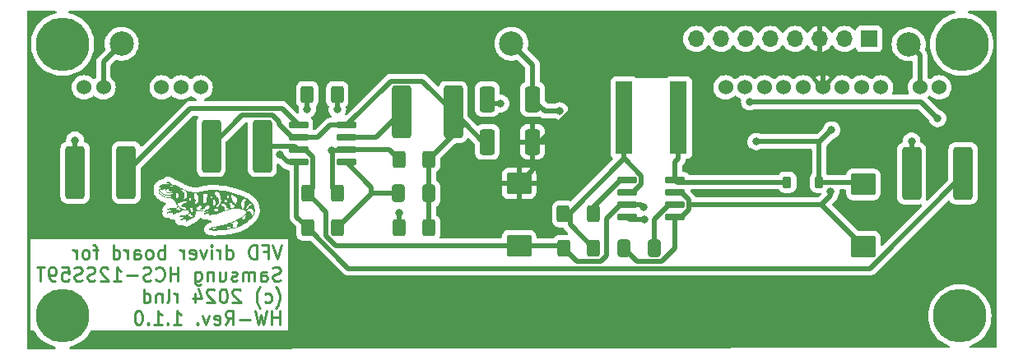
<source format=gbr>
%TF.GenerationSoftware,KiCad,Pcbnew,8.0.3+dfsg-1*%
%TF.CreationDate,2024-07-07T12:28:03+02:00*%
%TF.ProjectId,VFD-Driverboard,5646442d-4472-4697-9665-72626f617264,rev?*%
%TF.SameCoordinates,Original*%
%TF.FileFunction,Copper,L2,Bot*%
%TF.FilePolarity,Positive*%
%FSLAX45Y45*%
G04 Gerber Fmt 4.5, Leading zero omitted, Abs format (unit mm)*
G04 Created by KiCad (PCBNEW 8.0.3+dfsg-1) date 2024-07-07 12:28:03*
%MOMM*%
%LPD*%
G01*
G04 APERTURE LIST*
G04 Aperture macros list*
%AMRoundRect*
0 Rectangle with rounded corners*
0 $1 Rounding radius*
0 $2 $3 $4 $5 $6 $7 $8 $9 X,Y pos of 4 corners*
0 Add a 4 corners polygon primitive as box body*
4,1,4,$2,$3,$4,$5,$6,$7,$8,$9,$2,$3,0*
0 Add four circle primitives for the rounded corners*
1,1,$1+$1,$2,$3*
1,1,$1+$1,$4,$5*
1,1,$1+$1,$6,$7*
1,1,$1+$1,$8,$9*
0 Add four rect primitives between the rounded corners*
20,1,$1+$1,$2,$3,$4,$5,0*
20,1,$1+$1,$4,$5,$6,$7,0*
20,1,$1+$1,$6,$7,$8,$9,0*
20,1,$1+$1,$8,$9,$2,$3,0*%
G04 Aperture macros list end*
%ADD10C,0.250000*%
%TA.AperFunction,NonConductor*%
%ADD11C,0.250000*%
%TD*%
%TA.AperFunction,EtchedComponent*%
%ADD12C,0.000000*%
%TD*%
%TA.AperFunction,ComponentPad*%
%ADD13C,1.524000*%
%TD*%
%TA.AperFunction,SMDPad,CuDef*%
%ADD14C,2.500000*%
%TD*%
%TA.AperFunction,ComponentPad*%
%ADD15C,3.600000*%
%TD*%
%TA.AperFunction,ConnectorPad*%
%ADD16C,5.500000*%
%TD*%
%TA.AperFunction,ComponentPad*%
%ADD17R,1.700000X1.700000*%
%TD*%
%TA.AperFunction,ComponentPad*%
%ADD18O,1.700000X1.700000*%
%TD*%
%TA.AperFunction,SMDPad,CuDef*%
%ADD19RoundRect,0.250000X-1.025000X0.875000X-1.025000X-0.875000X1.025000X-0.875000X1.025000X0.875000X0*%
%TD*%
%TA.AperFunction,SMDPad,CuDef*%
%ADD20RoundRect,0.250000X1.025000X-0.875000X1.025000X0.875000X-1.025000X0.875000X-1.025000X-0.875000X0*%
%TD*%
%TA.AperFunction,SMDPad,CuDef*%
%ADD21RoundRect,0.250000X0.400000X0.625000X-0.400000X0.625000X-0.400000X-0.625000X0.400000X-0.625000X0*%
%TD*%
%TA.AperFunction,SMDPad,CuDef*%
%ADD22RoundRect,0.249999X0.737501X2.450001X-0.737501X2.450001X-0.737501X-2.450001X0.737501X-2.450001X0*%
%TD*%
%TA.AperFunction,SMDPad,CuDef*%
%ADD23RoundRect,0.249999X-0.512501X-1.075001X0.512501X-1.075001X0.512501X1.075001X-0.512501X1.075001X0*%
%TD*%
%TA.AperFunction,SMDPad,CuDef*%
%ADD24RoundRect,0.042000X0.943000X0.258000X-0.943000X0.258000X-0.943000X-0.258000X0.943000X-0.258000X0*%
%TD*%
%TA.AperFunction,SMDPad,CuDef*%
%ADD25RoundRect,0.250000X-0.400000X-0.625000X0.400000X-0.625000X0.400000X0.625000X-0.400000X0.625000X0*%
%TD*%
%TA.AperFunction,SMDPad,CuDef*%
%ADD26RoundRect,0.249999X-0.737501X-2.450001X0.737501X-2.450001X0.737501X2.450001X-0.737501X2.450001X0*%
%TD*%
%TA.AperFunction,SMDPad,CuDef*%
%ADD27RoundRect,0.225000X0.225000X0.375000X-0.225000X0.375000X-0.225000X-0.375000X0.225000X-0.375000X0*%
%TD*%
%TA.AperFunction,SMDPad,CuDef*%
%ADD28RoundRect,0.250000X-0.412500X-0.650000X0.412500X-0.650000X0.412500X0.650000X-0.412500X0.650000X0*%
%TD*%
%TA.AperFunction,SMDPad,CuDef*%
%ADD29R,1.790700X7.493000*%
%TD*%
%TA.AperFunction,SMDPad,CuDef*%
%ADD30RoundRect,0.250000X0.412500X0.650000X-0.412500X0.650000X-0.412500X-0.650000X0.412500X-0.650000X0*%
%TD*%
%TA.AperFunction,ViaPad*%
%ADD31C,0.800000*%
%TD*%
%TA.AperFunction,Conductor*%
%ADD32C,0.500000*%
%TD*%
G04 APERTURE END LIST*
D10*
D11*
X3973259Y-3770410D02*
X3926593Y-3910410D01*
X3926593Y-3910410D02*
X3879926Y-3770410D01*
X3786593Y-3837077D02*
X3833259Y-3837077D01*
X3833259Y-3910410D02*
X3833259Y-3770410D01*
X3833259Y-3770410D02*
X3766593Y-3770410D01*
X3713259Y-3910410D02*
X3713259Y-3770410D01*
X3713259Y-3770410D02*
X3679926Y-3770410D01*
X3679926Y-3770410D02*
X3659926Y-3777077D01*
X3659926Y-3777077D02*
X3646593Y-3790410D01*
X3646593Y-3790410D02*
X3639926Y-3803743D01*
X3639926Y-3803743D02*
X3633259Y-3830410D01*
X3633259Y-3830410D02*
X3633259Y-3850410D01*
X3633259Y-3850410D02*
X3639926Y-3877077D01*
X3639926Y-3877077D02*
X3646593Y-3890410D01*
X3646593Y-3890410D02*
X3659926Y-3903743D01*
X3659926Y-3903743D02*
X3679926Y-3910410D01*
X3679926Y-3910410D02*
X3713259Y-3910410D01*
X3406593Y-3910410D02*
X3406593Y-3770410D01*
X3406593Y-3903743D02*
X3419926Y-3910410D01*
X3419926Y-3910410D02*
X3446593Y-3910410D01*
X3446593Y-3910410D02*
X3459926Y-3903743D01*
X3459926Y-3903743D02*
X3466593Y-3897077D01*
X3466593Y-3897077D02*
X3473259Y-3883743D01*
X3473259Y-3883743D02*
X3473259Y-3843743D01*
X3473259Y-3843743D02*
X3466593Y-3830410D01*
X3466593Y-3830410D02*
X3459926Y-3823743D01*
X3459926Y-3823743D02*
X3446593Y-3817077D01*
X3446593Y-3817077D02*
X3419926Y-3817077D01*
X3419926Y-3817077D02*
X3406593Y-3823743D01*
X3339926Y-3910410D02*
X3339926Y-3817077D01*
X3339926Y-3843743D02*
X3333259Y-3830410D01*
X3333259Y-3830410D02*
X3326593Y-3823743D01*
X3326593Y-3823743D02*
X3313259Y-3817077D01*
X3313259Y-3817077D02*
X3299926Y-3817077D01*
X3253259Y-3910410D02*
X3253259Y-3817077D01*
X3253259Y-3770410D02*
X3259926Y-3777077D01*
X3259926Y-3777077D02*
X3253259Y-3783743D01*
X3253259Y-3783743D02*
X3246593Y-3777077D01*
X3246593Y-3777077D02*
X3253259Y-3770410D01*
X3253259Y-3770410D02*
X3253259Y-3783743D01*
X3199926Y-3817077D02*
X3166592Y-3910410D01*
X3166592Y-3910410D02*
X3133259Y-3817077D01*
X3026592Y-3903743D02*
X3039926Y-3910410D01*
X3039926Y-3910410D02*
X3066592Y-3910410D01*
X3066592Y-3910410D02*
X3079926Y-3903743D01*
X3079926Y-3903743D02*
X3086592Y-3890410D01*
X3086592Y-3890410D02*
X3086592Y-3837077D01*
X3086592Y-3837077D02*
X3079926Y-3823743D01*
X3079926Y-3823743D02*
X3066592Y-3817077D01*
X3066592Y-3817077D02*
X3039926Y-3817077D01*
X3039926Y-3817077D02*
X3026592Y-3823743D01*
X3026592Y-3823743D02*
X3019926Y-3837077D01*
X3019926Y-3837077D02*
X3019926Y-3850410D01*
X3019926Y-3850410D02*
X3086592Y-3863743D01*
X2959926Y-3910410D02*
X2959926Y-3817077D01*
X2959926Y-3843743D02*
X2953259Y-3830410D01*
X2953259Y-3830410D02*
X2946592Y-3823743D01*
X2946592Y-3823743D02*
X2933259Y-3817077D01*
X2933259Y-3817077D02*
X2919926Y-3817077D01*
X2766592Y-3910410D02*
X2766592Y-3770410D01*
X2766592Y-3823743D02*
X2753259Y-3817077D01*
X2753259Y-3817077D02*
X2726592Y-3817077D01*
X2726592Y-3817077D02*
X2713259Y-3823743D01*
X2713259Y-3823743D02*
X2706592Y-3830410D01*
X2706592Y-3830410D02*
X2699926Y-3843743D01*
X2699926Y-3843743D02*
X2699926Y-3883743D01*
X2699926Y-3883743D02*
X2706592Y-3897077D01*
X2706592Y-3897077D02*
X2713259Y-3903743D01*
X2713259Y-3903743D02*
X2726592Y-3910410D01*
X2726592Y-3910410D02*
X2753259Y-3910410D01*
X2753259Y-3910410D02*
X2766592Y-3903743D01*
X2619926Y-3910410D02*
X2633259Y-3903743D01*
X2633259Y-3903743D02*
X2639926Y-3897077D01*
X2639926Y-3897077D02*
X2646592Y-3883743D01*
X2646592Y-3883743D02*
X2646592Y-3843743D01*
X2646592Y-3843743D02*
X2639926Y-3830410D01*
X2639926Y-3830410D02*
X2633259Y-3823743D01*
X2633259Y-3823743D02*
X2619926Y-3817077D01*
X2619926Y-3817077D02*
X2599926Y-3817077D01*
X2599926Y-3817077D02*
X2586592Y-3823743D01*
X2586592Y-3823743D02*
X2579926Y-3830410D01*
X2579926Y-3830410D02*
X2573259Y-3843743D01*
X2573259Y-3843743D02*
X2573259Y-3883743D01*
X2573259Y-3883743D02*
X2579926Y-3897077D01*
X2579926Y-3897077D02*
X2586592Y-3903743D01*
X2586592Y-3903743D02*
X2599926Y-3910410D01*
X2599926Y-3910410D02*
X2619926Y-3910410D01*
X2453259Y-3910410D02*
X2453259Y-3837077D01*
X2453259Y-3837077D02*
X2459926Y-3823743D01*
X2459926Y-3823743D02*
X2473259Y-3817077D01*
X2473259Y-3817077D02*
X2499926Y-3817077D01*
X2499926Y-3817077D02*
X2513259Y-3823743D01*
X2453259Y-3903743D02*
X2466592Y-3910410D01*
X2466592Y-3910410D02*
X2499926Y-3910410D01*
X2499926Y-3910410D02*
X2513259Y-3903743D01*
X2513259Y-3903743D02*
X2519926Y-3890410D01*
X2519926Y-3890410D02*
X2519926Y-3877077D01*
X2519926Y-3877077D02*
X2513259Y-3863743D01*
X2513259Y-3863743D02*
X2499926Y-3857077D01*
X2499926Y-3857077D02*
X2466592Y-3857077D01*
X2466592Y-3857077D02*
X2453259Y-3850410D01*
X2386592Y-3910410D02*
X2386592Y-3817077D01*
X2386592Y-3843743D02*
X2379926Y-3830410D01*
X2379926Y-3830410D02*
X2373259Y-3823743D01*
X2373259Y-3823743D02*
X2359926Y-3817077D01*
X2359926Y-3817077D02*
X2346592Y-3817077D01*
X2239926Y-3910410D02*
X2239926Y-3770410D01*
X2239926Y-3903743D02*
X2253259Y-3910410D01*
X2253259Y-3910410D02*
X2279926Y-3910410D01*
X2279926Y-3910410D02*
X2293259Y-3903743D01*
X2293259Y-3903743D02*
X2299926Y-3897077D01*
X2299926Y-3897077D02*
X2306592Y-3883743D01*
X2306592Y-3883743D02*
X2306592Y-3843743D01*
X2306592Y-3843743D02*
X2299926Y-3830410D01*
X2299926Y-3830410D02*
X2293259Y-3823743D01*
X2293259Y-3823743D02*
X2279926Y-3817077D01*
X2279926Y-3817077D02*
X2253259Y-3817077D01*
X2253259Y-3817077D02*
X2239926Y-3823743D01*
X2086592Y-3817077D02*
X2033259Y-3817077D01*
X2066592Y-3910410D02*
X2066592Y-3790410D01*
X2066592Y-3790410D02*
X2059926Y-3777077D01*
X2059926Y-3777077D02*
X2046592Y-3770410D01*
X2046592Y-3770410D02*
X2033259Y-3770410D01*
X1966592Y-3910410D02*
X1979926Y-3903743D01*
X1979926Y-3903743D02*
X1986592Y-3897077D01*
X1986592Y-3897077D02*
X1993259Y-3883743D01*
X1993259Y-3883743D02*
X1993259Y-3843743D01*
X1993259Y-3843743D02*
X1986592Y-3830410D01*
X1986592Y-3830410D02*
X1979926Y-3823743D01*
X1979926Y-3823743D02*
X1966592Y-3817077D01*
X1966592Y-3817077D02*
X1946592Y-3817077D01*
X1946592Y-3817077D02*
X1933259Y-3823743D01*
X1933259Y-3823743D02*
X1926592Y-3830410D01*
X1926592Y-3830410D02*
X1919926Y-3843743D01*
X1919926Y-3843743D02*
X1919926Y-3883743D01*
X1919926Y-3883743D02*
X1926592Y-3897077D01*
X1926592Y-3897077D02*
X1933259Y-3903743D01*
X1933259Y-3903743D02*
X1946592Y-3910410D01*
X1946592Y-3910410D02*
X1966592Y-3910410D01*
X1859925Y-3910410D02*
X1859925Y-3817077D01*
X1859925Y-3843743D02*
X1853259Y-3830410D01*
X1853259Y-3830410D02*
X1846592Y-3823743D01*
X1846592Y-3823743D02*
X1833259Y-3817077D01*
X1833259Y-3817077D02*
X1819925Y-3817077D01*
X3959926Y-4129136D02*
X3939926Y-4135802D01*
X3939926Y-4135802D02*
X3906593Y-4135802D01*
X3906593Y-4135802D02*
X3893259Y-4129136D01*
X3893259Y-4129136D02*
X3886593Y-4122469D01*
X3886593Y-4122469D02*
X3879926Y-4109136D01*
X3879926Y-4109136D02*
X3879926Y-4095802D01*
X3879926Y-4095802D02*
X3886593Y-4082469D01*
X3886593Y-4082469D02*
X3893259Y-4075802D01*
X3893259Y-4075802D02*
X3906593Y-4069136D01*
X3906593Y-4069136D02*
X3933259Y-4062469D01*
X3933259Y-4062469D02*
X3946593Y-4055802D01*
X3946593Y-4055802D02*
X3953259Y-4049136D01*
X3953259Y-4049136D02*
X3959926Y-4035802D01*
X3959926Y-4035802D02*
X3959926Y-4022469D01*
X3959926Y-4022469D02*
X3953259Y-4009136D01*
X3953259Y-4009136D02*
X3946593Y-4002469D01*
X3946593Y-4002469D02*
X3933259Y-3995802D01*
X3933259Y-3995802D02*
X3899926Y-3995802D01*
X3899926Y-3995802D02*
X3879926Y-4002469D01*
X3759926Y-4135802D02*
X3759926Y-4062469D01*
X3759926Y-4062469D02*
X3766593Y-4049136D01*
X3766593Y-4049136D02*
X3779926Y-4042469D01*
X3779926Y-4042469D02*
X3806593Y-4042469D01*
X3806593Y-4042469D02*
X3819926Y-4049136D01*
X3759926Y-4129136D02*
X3773259Y-4135802D01*
X3773259Y-4135802D02*
X3806593Y-4135802D01*
X3806593Y-4135802D02*
X3819926Y-4129136D01*
X3819926Y-4129136D02*
X3826593Y-4115802D01*
X3826593Y-4115802D02*
X3826593Y-4102469D01*
X3826593Y-4102469D02*
X3819926Y-4089136D01*
X3819926Y-4089136D02*
X3806593Y-4082469D01*
X3806593Y-4082469D02*
X3773259Y-4082469D01*
X3773259Y-4082469D02*
X3759926Y-4075802D01*
X3693259Y-4135802D02*
X3693259Y-4042469D01*
X3693259Y-4055802D02*
X3686593Y-4049136D01*
X3686593Y-4049136D02*
X3673259Y-4042469D01*
X3673259Y-4042469D02*
X3653259Y-4042469D01*
X3653259Y-4042469D02*
X3639926Y-4049136D01*
X3639926Y-4049136D02*
X3633259Y-4062469D01*
X3633259Y-4062469D02*
X3633259Y-4135802D01*
X3633259Y-4062469D02*
X3626593Y-4049136D01*
X3626593Y-4049136D02*
X3613259Y-4042469D01*
X3613259Y-4042469D02*
X3593259Y-4042469D01*
X3593259Y-4042469D02*
X3579926Y-4049136D01*
X3579926Y-4049136D02*
X3573259Y-4062469D01*
X3573259Y-4062469D02*
X3573259Y-4135802D01*
X3513259Y-4129136D02*
X3499926Y-4135802D01*
X3499926Y-4135802D02*
X3473259Y-4135802D01*
X3473259Y-4135802D02*
X3459926Y-4129136D01*
X3459926Y-4129136D02*
X3453259Y-4115802D01*
X3453259Y-4115802D02*
X3453259Y-4109136D01*
X3453259Y-4109136D02*
X3459926Y-4095802D01*
X3459926Y-4095802D02*
X3473259Y-4089136D01*
X3473259Y-4089136D02*
X3493259Y-4089136D01*
X3493259Y-4089136D02*
X3506593Y-4082469D01*
X3506593Y-4082469D02*
X3513259Y-4069136D01*
X3513259Y-4069136D02*
X3513259Y-4062469D01*
X3513259Y-4062469D02*
X3506593Y-4049136D01*
X3506593Y-4049136D02*
X3493259Y-4042469D01*
X3493259Y-4042469D02*
X3473259Y-4042469D01*
X3473259Y-4042469D02*
X3459926Y-4049136D01*
X3333259Y-4042469D02*
X3333259Y-4135802D01*
X3393259Y-4042469D02*
X3393259Y-4115802D01*
X3393259Y-4115802D02*
X3386593Y-4129136D01*
X3386593Y-4129136D02*
X3373259Y-4135802D01*
X3373259Y-4135802D02*
X3353259Y-4135802D01*
X3353259Y-4135802D02*
X3339926Y-4129136D01*
X3339926Y-4129136D02*
X3333259Y-4122469D01*
X3266593Y-4042469D02*
X3266593Y-4135802D01*
X3266593Y-4055802D02*
X3259926Y-4049136D01*
X3259926Y-4049136D02*
X3246593Y-4042469D01*
X3246593Y-4042469D02*
X3226593Y-4042469D01*
X3226593Y-4042469D02*
X3213259Y-4049136D01*
X3213259Y-4049136D02*
X3206593Y-4062469D01*
X3206593Y-4062469D02*
X3206593Y-4135802D01*
X3079926Y-4042469D02*
X3079926Y-4155802D01*
X3079926Y-4155802D02*
X3086593Y-4169136D01*
X3086593Y-4169136D02*
X3093259Y-4175802D01*
X3093259Y-4175802D02*
X3106593Y-4182469D01*
X3106593Y-4182469D02*
X3126593Y-4182469D01*
X3126593Y-4182469D02*
X3139926Y-4175802D01*
X3079926Y-4129136D02*
X3093259Y-4135802D01*
X3093259Y-4135802D02*
X3119926Y-4135802D01*
X3119926Y-4135802D02*
X3133259Y-4129136D01*
X3133259Y-4129136D02*
X3139926Y-4122469D01*
X3139926Y-4122469D02*
X3146593Y-4109136D01*
X3146593Y-4109136D02*
X3146593Y-4069136D01*
X3146593Y-4069136D02*
X3139926Y-4055802D01*
X3139926Y-4055802D02*
X3133259Y-4049136D01*
X3133259Y-4049136D02*
X3119926Y-4042469D01*
X3119926Y-4042469D02*
X3093259Y-4042469D01*
X3093259Y-4042469D02*
X3079926Y-4049136D01*
X2906592Y-4135802D02*
X2906592Y-3995802D01*
X2906592Y-4062469D02*
X2826592Y-4062469D01*
X2826592Y-4135802D02*
X2826592Y-3995802D01*
X2679926Y-4122469D02*
X2686593Y-4129136D01*
X2686593Y-4129136D02*
X2706593Y-4135802D01*
X2706593Y-4135802D02*
X2719926Y-4135802D01*
X2719926Y-4135802D02*
X2739926Y-4129136D01*
X2739926Y-4129136D02*
X2753259Y-4115802D01*
X2753259Y-4115802D02*
X2759926Y-4102469D01*
X2759926Y-4102469D02*
X2766593Y-4075802D01*
X2766593Y-4075802D02*
X2766593Y-4055802D01*
X2766593Y-4055802D02*
X2759926Y-4029136D01*
X2759926Y-4029136D02*
X2753259Y-4015802D01*
X2753259Y-4015802D02*
X2739926Y-4002469D01*
X2739926Y-4002469D02*
X2719926Y-3995802D01*
X2719926Y-3995802D02*
X2706593Y-3995802D01*
X2706593Y-3995802D02*
X2686593Y-4002469D01*
X2686593Y-4002469D02*
X2679926Y-4009136D01*
X2626593Y-4129136D02*
X2606593Y-4135802D01*
X2606593Y-4135802D02*
X2573259Y-4135802D01*
X2573259Y-4135802D02*
X2559926Y-4129136D01*
X2559926Y-4129136D02*
X2553259Y-4122469D01*
X2553259Y-4122469D02*
X2546593Y-4109136D01*
X2546593Y-4109136D02*
X2546593Y-4095802D01*
X2546593Y-4095802D02*
X2553259Y-4082469D01*
X2553259Y-4082469D02*
X2559926Y-4075802D01*
X2559926Y-4075802D02*
X2573259Y-4069136D01*
X2573259Y-4069136D02*
X2599926Y-4062469D01*
X2599926Y-4062469D02*
X2613259Y-4055802D01*
X2613259Y-4055802D02*
X2619926Y-4049136D01*
X2619926Y-4049136D02*
X2626593Y-4035802D01*
X2626593Y-4035802D02*
X2626593Y-4022469D01*
X2626593Y-4022469D02*
X2619926Y-4009136D01*
X2619926Y-4009136D02*
X2613259Y-4002469D01*
X2613259Y-4002469D02*
X2599926Y-3995802D01*
X2599926Y-3995802D02*
X2566593Y-3995802D01*
X2566593Y-3995802D02*
X2546593Y-4002469D01*
X2486593Y-4082469D02*
X2379926Y-4082469D01*
X2239926Y-4135802D02*
X2319926Y-4135802D01*
X2279926Y-4135802D02*
X2279926Y-3995802D01*
X2279926Y-3995802D02*
X2293259Y-4015802D01*
X2293259Y-4015802D02*
X2306593Y-4029136D01*
X2306593Y-4029136D02*
X2319926Y-4035802D01*
X2186593Y-4009136D02*
X2179926Y-4002469D01*
X2179926Y-4002469D02*
X2166593Y-3995802D01*
X2166593Y-3995802D02*
X2133259Y-3995802D01*
X2133259Y-3995802D02*
X2119926Y-4002469D01*
X2119926Y-4002469D02*
X2113259Y-4009136D01*
X2113259Y-4009136D02*
X2106593Y-4022469D01*
X2106593Y-4022469D02*
X2106593Y-4035802D01*
X2106593Y-4035802D02*
X2113259Y-4055802D01*
X2113259Y-4055802D02*
X2193259Y-4135802D01*
X2193259Y-4135802D02*
X2106593Y-4135802D01*
X2053259Y-4129136D02*
X2033259Y-4135802D01*
X2033259Y-4135802D02*
X1999926Y-4135802D01*
X1999926Y-4135802D02*
X1986593Y-4129136D01*
X1986593Y-4129136D02*
X1979926Y-4122469D01*
X1979926Y-4122469D02*
X1973259Y-4109136D01*
X1973259Y-4109136D02*
X1973259Y-4095802D01*
X1973259Y-4095802D02*
X1979926Y-4082469D01*
X1979926Y-4082469D02*
X1986593Y-4075802D01*
X1986593Y-4075802D02*
X1999926Y-4069136D01*
X1999926Y-4069136D02*
X2026593Y-4062469D01*
X2026593Y-4062469D02*
X2039926Y-4055802D01*
X2039926Y-4055802D02*
X2046593Y-4049136D01*
X2046593Y-4049136D02*
X2053259Y-4035802D01*
X2053259Y-4035802D02*
X2053259Y-4022469D01*
X2053259Y-4022469D02*
X2046593Y-4009136D01*
X2046593Y-4009136D02*
X2039926Y-4002469D01*
X2039926Y-4002469D02*
X2026593Y-3995802D01*
X2026593Y-3995802D02*
X1993259Y-3995802D01*
X1993259Y-3995802D02*
X1973259Y-4002469D01*
X1919926Y-4129136D02*
X1899926Y-4135802D01*
X1899926Y-4135802D02*
X1866593Y-4135802D01*
X1866593Y-4135802D02*
X1853259Y-4129136D01*
X1853259Y-4129136D02*
X1846593Y-4122469D01*
X1846593Y-4122469D02*
X1839926Y-4109136D01*
X1839926Y-4109136D02*
X1839926Y-4095802D01*
X1839926Y-4095802D02*
X1846593Y-4082469D01*
X1846593Y-4082469D02*
X1853259Y-4075802D01*
X1853259Y-4075802D02*
X1866593Y-4069136D01*
X1866593Y-4069136D02*
X1893259Y-4062469D01*
X1893259Y-4062469D02*
X1906593Y-4055802D01*
X1906593Y-4055802D02*
X1913259Y-4049136D01*
X1913259Y-4049136D02*
X1919926Y-4035802D01*
X1919926Y-4035802D02*
X1919926Y-4022469D01*
X1919926Y-4022469D02*
X1913259Y-4009136D01*
X1913259Y-4009136D02*
X1906593Y-4002469D01*
X1906593Y-4002469D02*
X1893259Y-3995802D01*
X1893259Y-3995802D02*
X1859926Y-3995802D01*
X1859926Y-3995802D02*
X1839926Y-4002469D01*
X1713259Y-3995802D02*
X1779926Y-3995802D01*
X1779926Y-3995802D02*
X1786593Y-4062469D01*
X1786593Y-4062469D02*
X1779926Y-4055802D01*
X1779926Y-4055802D02*
X1766593Y-4049136D01*
X1766593Y-4049136D02*
X1733259Y-4049136D01*
X1733259Y-4049136D02*
X1719926Y-4055802D01*
X1719926Y-4055802D02*
X1713259Y-4062469D01*
X1713259Y-4062469D02*
X1706593Y-4075802D01*
X1706593Y-4075802D02*
X1706593Y-4109136D01*
X1706593Y-4109136D02*
X1713259Y-4122469D01*
X1713259Y-4122469D02*
X1719926Y-4129136D01*
X1719926Y-4129136D02*
X1733259Y-4135802D01*
X1733259Y-4135802D02*
X1766593Y-4135802D01*
X1766593Y-4135802D02*
X1779926Y-4129136D01*
X1779926Y-4129136D02*
X1786593Y-4122469D01*
X1639926Y-4135802D02*
X1613259Y-4135802D01*
X1613259Y-4135802D02*
X1599926Y-4129136D01*
X1599926Y-4129136D02*
X1593259Y-4122469D01*
X1593259Y-4122469D02*
X1579926Y-4102469D01*
X1579926Y-4102469D02*
X1573259Y-4075802D01*
X1573259Y-4075802D02*
X1573259Y-4022469D01*
X1573259Y-4022469D02*
X1579926Y-4009136D01*
X1579926Y-4009136D02*
X1586593Y-4002469D01*
X1586593Y-4002469D02*
X1599926Y-3995802D01*
X1599926Y-3995802D02*
X1626593Y-3995802D01*
X1626593Y-3995802D02*
X1639926Y-4002469D01*
X1639926Y-4002469D02*
X1646593Y-4009136D01*
X1646593Y-4009136D02*
X1653259Y-4022469D01*
X1653259Y-4022469D02*
X1653259Y-4055802D01*
X1653259Y-4055802D02*
X1646593Y-4069136D01*
X1646593Y-4069136D02*
X1639926Y-4075802D01*
X1639926Y-4075802D02*
X1626593Y-4082469D01*
X1626593Y-4082469D02*
X1599926Y-4082469D01*
X1599926Y-4082469D02*
X1586593Y-4075802D01*
X1586593Y-4075802D02*
X1579926Y-4069136D01*
X1579926Y-4069136D02*
X1573259Y-4055802D01*
X1533259Y-3995802D02*
X1453259Y-3995802D01*
X1493259Y-4135802D02*
X1493259Y-3995802D01*
X3913259Y-4414528D02*
X3919926Y-4407861D01*
X3919926Y-4407861D02*
X3933259Y-4387861D01*
X3933259Y-4387861D02*
X3939926Y-4374528D01*
X3939926Y-4374528D02*
X3946593Y-4354528D01*
X3946593Y-4354528D02*
X3953259Y-4321194D01*
X3953259Y-4321194D02*
X3953259Y-4294528D01*
X3953259Y-4294528D02*
X3946593Y-4261194D01*
X3946593Y-4261194D02*
X3939926Y-4241194D01*
X3939926Y-4241194D02*
X3933259Y-4227861D01*
X3933259Y-4227861D02*
X3919926Y-4207861D01*
X3919926Y-4207861D02*
X3913259Y-4201194D01*
X3799926Y-4354528D02*
X3813259Y-4361194D01*
X3813259Y-4361194D02*
X3839926Y-4361194D01*
X3839926Y-4361194D02*
X3853259Y-4354528D01*
X3853259Y-4354528D02*
X3859926Y-4347861D01*
X3859926Y-4347861D02*
X3866593Y-4334528D01*
X3866593Y-4334528D02*
X3866593Y-4294528D01*
X3866593Y-4294528D02*
X3859926Y-4281194D01*
X3859926Y-4281194D02*
X3853259Y-4274528D01*
X3853259Y-4274528D02*
X3839926Y-4267861D01*
X3839926Y-4267861D02*
X3813259Y-4267861D01*
X3813259Y-4267861D02*
X3799926Y-4274528D01*
X3753259Y-4414528D02*
X3746593Y-4407861D01*
X3746593Y-4407861D02*
X3733259Y-4387861D01*
X3733259Y-4387861D02*
X3726593Y-4374528D01*
X3726593Y-4374528D02*
X3719926Y-4354528D01*
X3719926Y-4354528D02*
X3713259Y-4321194D01*
X3713259Y-4321194D02*
X3713259Y-4294528D01*
X3713259Y-4294528D02*
X3719926Y-4261194D01*
X3719926Y-4261194D02*
X3726593Y-4241194D01*
X3726593Y-4241194D02*
X3733259Y-4227861D01*
X3733259Y-4227861D02*
X3746593Y-4207861D01*
X3746593Y-4207861D02*
X3753259Y-4201194D01*
X3546593Y-4234528D02*
X3539926Y-4227861D01*
X3539926Y-4227861D02*
X3526593Y-4221194D01*
X3526593Y-4221194D02*
X3493259Y-4221194D01*
X3493259Y-4221194D02*
X3479926Y-4227861D01*
X3479926Y-4227861D02*
X3473259Y-4234528D01*
X3473259Y-4234528D02*
X3466593Y-4247861D01*
X3466593Y-4247861D02*
X3466593Y-4261194D01*
X3466593Y-4261194D02*
X3473259Y-4281194D01*
X3473259Y-4281194D02*
X3553259Y-4361194D01*
X3553259Y-4361194D02*
X3466593Y-4361194D01*
X3379926Y-4221194D02*
X3366593Y-4221194D01*
X3366593Y-4221194D02*
X3353259Y-4227861D01*
X3353259Y-4227861D02*
X3346593Y-4234528D01*
X3346593Y-4234528D02*
X3339926Y-4247861D01*
X3339926Y-4247861D02*
X3333259Y-4274528D01*
X3333259Y-4274528D02*
X3333259Y-4307861D01*
X3333259Y-4307861D02*
X3339926Y-4334528D01*
X3339926Y-4334528D02*
X3346593Y-4347861D01*
X3346593Y-4347861D02*
X3353259Y-4354528D01*
X3353259Y-4354528D02*
X3366593Y-4361194D01*
X3366593Y-4361194D02*
X3379926Y-4361194D01*
X3379926Y-4361194D02*
X3393259Y-4354528D01*
X3393259Y-4354528D02*
X3399926Y-4347861D01*
X3399926Y-4347861D02*
X3406593Y-4334528D01*
X3406593Y-4334528D02*
X3413259Y-4307861D01*
X3413259Y-4307861D02*
X3413259Y-4274528D01*
X3413259Y-4274528D02*
X3406593Y-4247861D01*
X3406593Y-4247861D02*
X3399926Y-4234528D01*
X3399926Y-4234528D02*
X3393259Y-4227861D01*
X3393259Y-4227861D02*
X3379926Y-4221194D01*
X3279926Y-4234528D02*
X3273259Y-4227861D01*
X3273259Y-4227861D02*
X3259926Y-4221194D01*
X3259926Y-4221194D02*
X3226593Y-4221194D01*
X3226593Y-4221194D02*
X3213259Y-4227861D01*
X3213259Y-4227861D02*
X3206593Y-4234528D01*
X3206593Y-4234528D02*
X3199926Y-4247861D01*
X3199926Y-4247861D02*
X3199926Y-4261194D01*
X3199926Y-4261194D02*
X3206593Y-4281194D01*
X3206593Y-4281194D02*
X3286593Y-4361194D01*
X3286593Y-4361194D02*
X3199926Y-4361194D01*
X3079926Y-4267861D02*
X3079926Y-4361194D01*
X3113259Y-4214528D02*
X3146593Y-4314528D01*
X3146593Y-4314528D02*
X3059926Y-4314528D01*
X2899926Y-4361194D02*
X2899926Y-4267861D01*
X2899926Y-4294528D02*
X2893259Y-4281194D01*
X2893259Y-4281194D02*
X2886593Y-4274528D01*
X2886593Y-4274528D02*
X2873259Y-4267861D01*
X2873259Y-4267861D02*
X2859926Y-4267861D01*
X2793259Y-4361194D02*
X2806593Y-4354528D01*
X2806593Y-4354528D02*
X2813259Y-4341194D01*
X2813259Y-4341194D02*
X2813259Y-4221194D01*
X2739926Y-4267861D02*
X2739926Y-4361194D01*
X2739926Y-4281194D02*
X2733260Y-4274528D01*
X2733260Y-4274528D02*
X2719926Y-4267861D01*
X2719926Y-4267861D02*
X2699926Y-4267861D01*
X2699926Y-4267861D02*
X2686593Y-4274528D01*
X2686593Y-4274528D02*
X2679926Y-4287861D01*
X2679926Y-4287861D02*
X2679926Y-4361194D01*
X2553259Y-4361194D02*
X2553259Y-4221194D01*
X2553259Y-4354528D02*
X2566593Y-4361194D01*
X2566593Y-4361194D02*
X2593259Y-4361194D01*
X2593259Y-4361194D02*
X2606593Y-4354528D01*
X2606593Y-4354528D02*
X2613259Y-4347861D01*
X2613259Y-4347861D02*
X2619926Y-4334528D01*
X2619926Y-4334528D02*
X2619926Y-4294528D01*
X2619926Y-4294528D02*
X2613259Y-4281194D01*
X2613259Y-4281194D02*
X2606593Y-4274528D01*
X2606593Y-4274528D02*
X2593259Y-4267861D01*
X2593259Y-4267861D02*
X2566593Y-4267861D01*
X2566593Y-4267861D02*
X2553259Y-4274528D01*
X3953259Y-4586587D02*
X3953259Y-4446587D01*
X3953259Y-4513253D02*
X3873259Y-4513253D01*
X3873259Y-4586587D02*
X3873259Y-4446587D01*
X3819926Y-4446587D02*
X3786593Y-4586587D01*
X3786593Y-4586587D02*
X3759926Y-4486587D01*
X3759926Y-4486587D02*
X3733259Y-4586587D01*
X3733259Y-4586587D02*
X3699926Y-4446587D01*
X3646593Y-4533253D02*
X3539926Y-4533253D01*
X3393259Y-4586587D02*
X3439926Y-4519920D01*
X3473259Y-4586587D02*
X3473259Y-4446587D01*
X3473259Y-4446587D02*
X3419926Y-4446587D01*
X3419926Y-4446587D02*
X3406593Y-4453253D01*
X3406593Y-4453253D02*
X3399926Y-4459920D01*
X3399926Y-4459920D02*
X3393259Y-4473253D01*
X3393259Y-4473253D02*
X3393259Y-4493253D01*
X3393259Y-4493253D02*
X3399926Y-4506587D01*
X3399926Y-4506587D02*
X3406593Y-4513253D01*
X3406593Y-4513253D02*
X3419926Y-4519920D01*
X3419926Y-4519920D02*
X3473259Y-4519920D01*
X3279926Y-4579920D02*
X3293259Y-4586587D01*
X3293259Y-4586587D02*
X3319926Y-4586587D01*
X3319926Y-4586587D02*
X3333259Y-4579920D01*
X3333259Y-4579920D02*
X3339926Y-4566587D01*
X3339926Y-4566587D02*
X3339926Y-4513253D01*
X3339926Y-4513253D02*
X3333259Y-4499920D01*
X3333259Y-4499920D02*
X3319926Y-4493253D01*
X3319926Y-4493253D02*
X3293259Y-4493253D01*
X3293259Y-4493253D02*
X3279926Y-4499920D01*
X3279926Y-4499920D02*
X3273259Y-4513253D01*
X3273259Y-4513253D02*
X3273259Y-4526587D01*
X3273259Y-4526587D02*
X3339926Y-4539920D01*
X3226593Y-4493253D02*
X3193259Y-4586587D01*
X3193259Y-4586587D02*
X3159926Y-4493253D01*
X3106593Y-4573253D02*
X3099926Y-4579920D01*
X3099926Y-4579920D02*
X3106593Y-4586587D01*
X3106593Y-4586587D02*
X3113259Y-4579920D01*
X3113259Y-4579920D02*
X3106593Y-4573253D01*
X3106593Y-4573253D02*
X3106593Y-4586587D01*
X2859926Y-4586587D02*
X2939926Y-4586587D01*
X2899926Y-4586587D02*
X2899926Y-4446587D01*
X2899926Y-4446587D02*
X2913259Y-4466587D01*
X2913259Y-4466587D02*
X2926593Y-4479920D01*
X2926593Y-4479920D02*
X2939926Y-4486587D01*
X2799926Y-4573253D02*
X2793259Y-4579920D01*
X2793259Y-4579920D02*
X2799926Y-4586587D01*
X2799926Y-4586587D02*
X2806593Y-4579920D01*
X2806593Y-4579920D02*
X2799926Y-4573253D01*
X2799926Y-4573253D02*
X2799926Y-4586587D01*
X2659926Y-4586587D02*
X2739926Y-4586587D01*
X2699926Y-4586587D02*
X2699926Y-4446587D01*
X2699926Y-4446587D02*
X2713259Y-4466587D01*
X2713259Y-4466587D02*
X2726593Y-4479920D01*
X2726593Y-4479920D02*
X2739926Y-4486587D01*
X2599926Y-4573253D02*
X2593259Y-4579920D01*
X2593259Y-4579920D02*
X2599926Y-4586587D01*
X2599926Y-4586587D02*
X2606593Y-4579920D01*
X2606593Y-4579920D02*
X2599926Y-4573253D01*
X2599926Y-4573253D02*
X2599926Y-4586587D01*
X2506593Y-4446587D02*
X2493259Y-4446587D01*
X2493259Y-4446587D02*
X2479926Y-4453253D01*
X2479926Y-4453253D02*
X2473259Y-4459920D01*
X2473259Y-4459920D02*
X2466593Y-4473253D01*
X2466593Y-4473253D02*
X2459926Y-4499920D01*
X2459926Y-4499920D02*
X2459926Y-4533253D01*
X2459926Y-4533253D02*
X2466593Y-4559920D01*
X2466593Y-4559920D02*
X2473259Y-4573253D01*
X2473259Y-4573253D02*
X2479926Y-4579920D01*
X2479926Y-4579920D02*
X2493259Y-4586587D01*
X2493259Y-4586587D02*
X2506593Y-4586587D01*
X2506593Y-4586587D02*
X2519926Y-4579920D01*
X2519926Y-4579920D02*
X2526593Y-4573253D01*
X2526593Y-4573253D02*
X2533259Y-4559920D01*
X2533259Y-4559920D02*
X2539926Y-4533253D01*
X2539926Y-4533253D02*
X2539926Y-4499920D01*
X2539926Y-4499920D02*
X2533259Y-4473253D01*
X2533259Y-4473253D02*
X2526593Y-4459920D01*
X2526593Y-4459920D02*
X2519926Y-4453253D01*
X2519926Y-4453253D02*
X2506593Y-4446587D01*
D12*
%TA.AperFunction,EtchedComponent*%
%TO.C,G\u002A\u002A\u002A*%
G36*
X2814163Y-3115114D02*
G01*
X2821048Y-3118554D01*
X2827346Y-3123748D01*
X2832472Y-3130412D01*
X2835643Y-3137567D01*
X2837480Y-3143662D01*
X2852917Y-3144685D01*
X2861306Y-3145563D01*
X2869789Y-3146979D01*
X2876824Y-3148665D01*
X2878195Y-3149103D01*
X2884155Y-3151499D01*
X2892067Y-3155143D01*
X2900978Y-3159547D01*
X2909939Y-3164226D01*
X2917999Y-3168692D01*
X2924206Y-3172461D01*
X2925306Y-3173201D01*
X2930863Y-3176606D01*
X2938914Y-3180945D01*
X2948808Y-3185914D01*
X2959891Y-3191211D01*
X2971512Y-3196535D01*
X2983018Y-3201584D01*
X2993758Y-3206054D01*
X3003080Y-3209644D01*
X3006681Y-3210907D01*
X3016906Y-3214194D01*
X3026063Y-3216740D01*
X3034965Y-3218685D01*
X3044426Y-3220171D01*
X3055259Y-3221337D01*
X3068276Y-3222324D01*
X3075373Y-3222766D01*
X3090159Y-3223175D01*
X3104712Y-3222537D01*
X3119893Y-3220756D01*
X3136567Y-3217736D01*
X3152140Y-3214225D01*
X3171434Y-3209915D01*
X3189780Y-3206594D01*
X3208039Y-3204167D01*
X3227068Y-3202540D01*
X3247729Y-3201621D01*
X3270563Y-3201314D01*
X3309834Y-3202253D01*
X3348578Y-3205260D01*
X3387771Y-3210437D01*
X3428388Y-3217888D01*
X3428574Y-3217926D01*
X3434047Y-3219225D01*
X3441850Y-3221305D01*
X3451541Y-3224030D01*
X3462677Y-3227263D01*
X3474817Y-3230868D01*
X3487518Y-3234709D01*
X3500338Y-3238649D01*
X3512835Y-3242551D01*
X3524567Y-3246279D01*
X3535092Y-3249696D01*
X3543968Y-3252667D01*
X3550752Y-3255053D01*
X3555003Y-3256719D01*
X3556165Y-3257326D01*
X3558614Y-3258525D01*
X3563160Y-3260269D01*
X3567150Y-3261629D01*
X3576067Y-3264938D01*
X3586960Y-3269634D01*
X3598947Y-3275296D01*
X3611147Y-3281502D01*
X3622681Y-3287830D01*
X3626298Y-3289937D01*
X3638694Y-3297939D01*
X3650561Y-3306820D01*
X3661244Y-3316020D01*
X3670089Y-3324977D01*
X3676149Y-3332683D01*
X3680891Y-3340920D01*
X3685571Y-3350932D01*
X3689734Y-3361564D01*
X3692927Y-3371661D01*
X3694676Y-3379894D01*
X3695525Y-3386173D01*
X3696604Y-3393927D01*
X3697494Y-3400174D01*
X3698213Y-3406599D01*
X3698277Y-3412482D01*
X3697618Y-3419024D01*
X3696165Y-3427427D01*
X3695835Y-3429122D01*
X3693054Y-3441081D01*
X3689586Y-3451080D01*
X3684888Y-3460268D01*
X3678415Y-3469795D01*
X3673807Y-3475715D01*
X3665749Y-3485087D01*
X3656141Y-3495211D01*
X3645444Y-3505692D01*
X3634117Y-3516131D01*
X3622619Y-3526132D01*
X3611412Y-3535298D01*
X3600954Y-3543232D01*
X3591705Y-3549537D01*
X3584125Y-3553816D01*
X3582502Y-3554540D01*
X3580010Y-3555786D01*
X3575291Y-3558321D01*
X3569053Y-3561760D01*
X3562924Y-3565195D01*
X3554266Y-3569799D01*
X3544803Y-3574373D01*
X3535963Y-3578245D01*
X3531661Y-3579912D01*
X3523444Y-3582889D01*
X3514801Y-3586050D01*
X3507389Y-3588790D01*
X3506312Y-3589193D01*
X3498219Y-3591842D01*
X3487691Y-3594620D01*
X3474489Y-3597581D01*
X3458374Y-3600780D01*
X3441705Y-3603815D01*
X3433168Y-3605340D01*
X3425032Y-3606830D01*
X3418362Y-3608087D01*
X3414966Y-3608758D01*
X3409453Y-3609667D01*
X3401168Y-3610735D01*
X3390713Y-3611906D01*
X3378691Y-3613126D01*
X3365702Y-3614339D01*
X3352349Y-3615491D01*
X3339233Y-3616525D01*
X3326956Y-3617386D01*
X3316119Y-3618020D01*
X3312174Y-3618203D01*
X3303051Y-3618610D01*
X3295074Y-3619010D01*
X3288877Y-3619368D01*
X3285093Y-3619649D01*
X3284290Y-3619753D01*
X3281801Y-3619823D01*
X3276900Y-3619598D01*
X3270534Y-3619125D01*
X3268873Y-3618978D01*
X3258499Y-3617830D01*
X3248343Y-3616344D01*
X3239303Y-3614679D01*
X3232277Y-3612990D01*
X3229738Y-3612162D01*
X3226984Y-3610579D01*
X3226000Y-3607914D01*
X3226100Y-3604239D01*
X3226736Y-3600386D01*
X3228393Y-3597668D01*
X3231867Y-3595109D01*
X3235074Y-3593291D01*
X3244682Y-3588834D01*
X3260857Y-3588834D01*
X3265710Y-3593995D01*
X3272534Y-3599802D01*
X3279104Y-3602274D01*
X3285659Y-3601419D01*
X3292440Y-3597246D01*
X3294923Y-3594991D01*
X3299289Y-3590354D01*
X3302485Y-3586493D01*
X3410552Y-3586493D01*
X3410781Y-3589599D01*
X3411618Y-3591849D01*
X3413890Y-3595593D01*
X3416459Y-3597603D01*
X3416489Y-3597611D01*
X3422295Y-3598409D01*
X3429518Y-3598444D01*
X3436414Y-3597768D01*
X3440187Y-3596876D01*
X3445656Y-3593732D01*
X3448387Y-3589577D01*
X3448554Y-3585106D01*
X3446334Y-3581017D01*
X3441904Y-3578008D01*
X3435439Y-3576777D01*
X3435107Y-3576774D01*
X3427107Y-3577500D01*
X3419705Y-3579449D01*
X3414026Y-3582275D01*
X3412323Y-3583750D01*
X3410552Y-3586493D01*
X3302485Y-3586493D01*
X3303244Y-3585577D01*
X3303904Y-3584681D01*
X3307488Y-3579647D01*
X3303390Y-3580599D01*
X3297723Y-3581844D01*
X3290180Y-3583409D01*
X3281978Y-3585052D01*
X3274336Y-3586529D01*
X3268468Y-3587598D01*
X3267400Y-3587776D01*
X3260857Y-3588834D01*
X3244682Y-3588834D01*
X3246027Y-3588210D01*
X3258160Y-3584026D01*
X3269780Y-3581302D01*
X3272253Y-3580934D01*
X3283208Y-3579266D01*
X3296473Y-3576829D01*
X3311117Y-3573813D01*
X3326210Y-3570408D01*
X3339006Y-3567272D01*
X3349049Y-3564747D01*
X3359557Y-3562174D01*
X3369286Y-3559853D01*
X3376994Y-3558084D01*
X3377030Y-3558076D01*
X3387843Y-3555370D01*
X3401045Y-3551572D01*
X3415923Y-3546931D01*
X3431762Y-3541692D01*
X3434637Y-3540693D01*
X3458676Y-3540693D01*
X3460602Y-3542898D01*
X3463102Y-3545010D01*
X3468254Y-3549790D01*
X3471578Y-3554539D01*
X3473355Y-3560108D01*
X3473868Y-3567347D01*
X3473465Y-3576225D01*
X3472312Y-3591939D01*
X3477904Y-3590902D01*
X3482476Y-3589821D01*
X3488765Y-3588049D01*
X3494452Y-3586277D01*
X3501240Y-3583697D01*
X3505727Y-3580946D01*
X3508957Y-3577360D01*
X3509284Y-3576880D01*
X3513806Y-3567899D01*
X3517068Y-3556879D01*
X3518745Y-3545028D01*
X3518899Y-3540899D01*
X3518813Y-3534618D01*
X3518198Y-3530559D01*
X3516699Y-3527571D01*
X3513961Y-3524500D01*
X3513788Y-3524326D01*
X3508589Y-3519124D01*
X3492663Y-3526165D01*
X3484848Y-3529499D01*
X3477139Y-3532579D01*
X3470713Y-3534945D01*
X3468288Y-3535734D01*
X3462227Y-3537633D01*
X3459121Y-3539112D01*
X3458676Y-3540693D01*
X3434637Y-3540693D01*
X3447848Y-3536103D01*
X3463467Y-3530410D01*
X3477905Y-3524862D01*
X3490447Y-3519704D01*
X3498818Y-3515939D01*
X3515325Y-3507422D01*
X3532065Y-3497571D01*
X3546445Y-3488130D01*
X3567589Y-3488130D01*
X3570010Y-3493873D01*
X3573908Y-3500076D01*
X3577862Y-3506511D01*
X3581356Y-3513256D01*
X3583343Y-3518061D01*
X3585094Y-3522482D01*
X3586657Y-3525029D01*
X3587322Y-3525297D01*
X3588109Y-3523333D01*
X3588957Y-3518921D01*
X3589692Y-3512985D01*
X3589739Y-3512495D01*
X3590786Y-3505269D01*
X3592742Y-3498020D01*
X3595942Y-3489670D01*
X3598777Y-3483290D01*
X3602747Y-3474205D01*
X3605306Y-3467032D01*
X3606761Y-3460770D01*
X3607376Y-3455097D01*
X3608053Y-3444113D01*
X3595629Y-3456819D01*
X3589417Y-3462925D01*
X3583040Y-3468784D01*
X3577473Y-3473517D01*
X3575177Y-3475273D01*
X3570138Y-3479492D01*
X3567620Y-3483557D01*
X3567589Y-3488130D01*
X3546445Y-3488130D01*
X3548471Y-3486799D01*
X3563974Y-3475521D01*
X3578007Y-3464148D01*
X3590002Y-3453094D01*
X3599391Y-3442773D01*
X3599455Y-3442693D01*
X3603699Y-3436447D01*
X3605607Y-3430750D01*
X3605072Y-3425068D01*
X3602999Y-3420911D01*
X3611028Y-3420911D01*
X3611340Y-3422113D01*
X3613248Y-3421963D01*
X3617238Y-3420609D01*
X3621405Y-3418816D01*
X3631561Y-3415378D01*
X3640736Y-3414893D01*
X3648632Y-3417370D01*
X3649356Y-3417791D01*
X3652711Y-3421008D01*
X3656689Y-3426558D01*
X3660820Y-3433575D01*
X3664637Y-3441195D01*
X3667673Y-3448550D01*
X3669458Y-3454774D01*
X3669516Y-3455097D01*
X3670641Y-3461054D01*
X3671647Y-3464051D01*
X3672871Y-3464480D01*
X3674648Y-3462730D01*
X3675334Y-3461846D01*
X3677951Y-3457886D01*
X3681109Y-3452422D01*
X3682834Y-3449158D01*
X3685288Y-3443364D01*
X3686846Y-3437838D01*
X3687137Y-3435339D01*
X3686076Y-3429820D01*
X3683220Y-3422622D01*
X3679060Y-3414554D01*
X3674084Y-3406428D01*
X3668785Y-3399056D01*
X3663650Y-3393246D01*
X3659837Y-3390175D01*
X3653190Y-3387926D01*
X3645258Y-3387821D01*
X3637554Y-3389812D01*
X3633620Y-3392261D01*
X3628922Y-3396375D01*
X3623947Y-3401555D01*
X3619183Y-3407198D01*
X3615117Y-3412706D01*
X3612237Y-3417477D01*
X3611028Y-3420911D01*
X3602999Y-3420911D01*
X3601983Y-3418873D01*
X3596232Y-3411631D01*
X3592194Y-3407318D01*
X3592060Y-3407179D01*
X3603831Y-3407179D01*
X3604571Y-3411610D01*
X3604589Y-3411646D01*
X3605629Y-3412838D01*
X3607051Y-3412451D01*
X3609287Y-3410110D01*
X3612772Y-3405437D01*
X3614374Y-3403171D01*
X3619039Y-3397030D01*
X3623924Y-3391400D01*
X3628082Y-3387361D01*
X3628625Y-3386928D01*
X3632607Y-3383380D01*
X3634381Y-3379940D01*
X3634748Y-3375846D01*
X3635092Y-3371812D01*
X3636462Y-3368575D01*
X3639363Y-3365658D01*
X3644301Y-3362584D01*
X3651782Y-3358879D01*
X3653744Y-3357966D01*
X3659779Y-3355054D01*
X3664560Y-3352515D01*
X3667300Y-3350776D01*
X3667623Y-3350448D01*
X3667250Y-3348304D01*
X3664590Y-3345792D01*
X3660593Y-3343517D01*
X3656209Y-3342083D01*
X3654140Y-3341871D01*
X3649589Y-3343019D01*
X3643503Y-3346122D01*
X3636661Y-3350669D01*
X3629838Y-3356148D01*
X3624316Y-3361499D01*
X3619309Y-3367893D01*
X3614572Y-3375706D01*
X3610382Y-3384240D01*
X3607011Y-3392795D01*
X3604736Y-3400675D01*
X3603831Y-3407179D01*
X3592060Y-3407179D01*
X3584894Y-3399792D01*
X3560390Y-3398664D01*
X3550188Y-3398061D01*
X3539839Y-3397222D01*
X3530463Y-3396251D01*
X3523182Y-3395252D01*
X3522366Y-3395111D01*
X3514893Y-3394097D01*
X3505431Y-3393279D01*
X3495367Y-3392759D01*
X3488631Y-3392628D01*
X3481941Y-3392641D01*
X3476365Y-3392797D01*
X3471271Y-3393211D01*
X3466029Y-3393997D01*
X3460011Y-3395267D01*
X3452586Y-3397136D01*
X3443125Y-3399717D01*
X3432018Y-3402836D01*
X3417670Y-3406900D01*
X3406047Y-3410248D01*
X3396614Y-3413060D01*
X3388838Y-3415512D01*
X3382184Y-3417784D01*
X3376118Y-3420054D01*
X3370104Y-3422501D01*
X3363610Y-3425303D01*
X3360131Y-3426841D01*
X3343575Y-3434123D01*
X3329599Y-3440065D01*
X3317745Y-3444805D01*
X3307551Y-3448480D01*
X3298559Y-3451229D01*
X3290309Y-3453188D01*
X3282341Y-3454496D01*
X3274195Y-3455290D01*
X3265413Y-3455706D01*
X3263523Y-3455757D01*
X3254269Y-3456116D01*
X3247736Y-3456734D01*
X3243268Y-3457704D01*
X3240212Y-3459122D01*
X3240188Y-3459138D01*
X3235487Y-3461104D01*
X3231174Y-3461538D01*
X3227363Y-3459868D01*
X3226060Y-3456345D01*
X3227330Y-3451454D01*
X3229351Y-3448068D01*
X3233157Y-3442724D01*
X3215461Y-3443726D01*
X3206767Y-3444462D01*
X3198671Y-3445580D01*
X3192300Y-3446910D01*
X3190226Y-3447558D01*
X3184723Y-3449340D01*
X3179824Y-3450469D01*
X3178461Y-3450630D01*
X3175432Y-3450256D01*
X3174081Y-3448018D01*
X3173718Y-3445543D01*
X3173821Y-3442215D01*
X3175142Y-3439465D01*
X3178123Y-3437002D01*
X3183202Y-3434532D01*
X3190820Y-3431765D01*
X3197884Y-3429498D01*
X3207343Y-3426530D01*
X3213813Y-3424406D01*
X3217536Y-3422984D01*
X3218754Y-3422118D01*
X3217708Y-3421664D01*
X3214642Y-3421478D01*
X3211415Y-3421429D01*
X3201739Y-3422256D01*
X3192898Y-3425233D01*
X3192674Y-3425336D01*
X3186365Y-3427505D01*
X3181613Y-3427748D01*
X3178808Y-3426394D01*
X3178337Y-3423768D01*
X3180590Y-3420198D01*
X3183530Y-3417651D01*
X3186829Y-3414951D01*
X3188535Y-3413042D01*
X3188600Y-3412821D01*
X3187066Y-3412580D01*
X3182974Y-3412875D01*
X3177094Y-3413641D01*
X3174658Y-3414024D01*
X3166277Y-3415052D01*
X3155456Y-3415872D01*
X3143129Y-3416456D01*
X3130232Y-3416776D01*
X3117700Y-3416803D01*
X3106468Y-3416509D01*
X3101568Y-3416228D01*
X3089738Y-3415384D01*
X3088620Y-3431438D01*
X3086743Y-3447206D01*
X3083432Y-3460223D01*
X3078564Y-3470851D01*
X3072487Y-3478957D01*
X3061727Y-3488836D01*
X3050883Y-3495615D01*
X3041436Y-3498908D01*
X3029521Y-3502794D01*
X3017646Y-3509016D01*
X3007189Y-3516809D01*
X3004254Y-3519625D01*
X2999856Y-3524050D01*
X2997016Y-3526373D01*
X2994985Y-3526966D01*
X2993018Y-3526200D01*
X2992150Y-3525641D01*
X2989599Y-3523103D01*
X2988543Y-3519275D01*
X2988435Y-3515713D01*
X2988821Y-3510340D01*
X2989668Y-3505979D01*
X2989982Y-3505118D01*
X2990480Y-3503589D01*
X2989878Y-3502704D01*
X2987590Y-3502362D01*
X2983026Y-3502459D01*
X2976789Y-3502819D01*
X2968240Y-3503603D01*
X2961409Y-3504994D01*
X2954640Y-3507416D01*
X2949295Y-3509834D01*
X2941904Y-3513229D01*
X2936902Y-3515137D01*
X2933693Y-3515656D01*
X2931680Y-3514886D01*
X2930297Y-3512978D01*
X2929780Y-3508552D01*
X2932213Y-3503424D01*
X2937312Y-3497883D01*
X2944796Y-3492218D01*
X2954381Y-3486717D01*
X2957437Y-3485229D01*
X2963232Y-3482434D01*
X2966308Y-3480656D01*
X2967045Y-3479561D01*
X2965822Y-3478815D01*
X2964989Y-3478571D01*
X2958828Y-3477322D01*
X2951654Y-3476453D01*
X2944490Y-3476020D01*
X2938358Y-3476075D01*
X2934280Y-3476674D01*
X2933716Y-3476907D01*
X2929102Y-3477954D01*
X2925485Y-3476114D01*
X2924093Y-3473595D01*
X2924197Y-3468792D01*
X2927478Y-3464361D01*
X2932715Y-3461058D01*
X2935886Y-3459795D01*
X2939433Y-3459048D01*
X2944121Y-3458766D01*
X2950715Y-3458898D01*
X2958978Y-3459335D01*
X2967962Y-3459800D01*
X2974345Y-3459896D01*
X2978894Y-3459572D01*
X2982373Y-3458779D01*
X2985239Y-3457614D01*
X2990553Y-3455854D01*
X2997304Y-3454595D01*
X3001102Y-3454258D01*
X3006714Y-3453838D01*
X3011010Y-3453203D01*
X3012620Y-3452701D01*
X3014226Y-3450360D01*
X3016056Y-3445779D01*
X3017780Y-3440051D01*
X3019072Y-3434271D01*
X3019604Y-3429534D01*
X3019605Y-3429387D01*
X3018932Y-3424468D01*
X3017298Y-3419056D01*
X3017156Y-3418709D01*
X3015322Y-3415046D01*
X3013064Y-3413346D01*
X3009121Y-3412866D01*
X3007203Y-3412849D01*
X3000604Y-3412420D01*
X2992212Y-3411284D01*
X2983226Y-3409664D01*
X2974841Y-3407784D01*
X2968253Y-3405866D01*
X2966745Y-3405291D01*
X2961018Y-3402898D01*
X2951236Y-3412148D01*
X2939012Y-3422202D01*
X2926043Y-3429707D01*
X2911547Y-3435031D01*
X2895670Y-3438401D01*
X2884853Y-3440586D01*
X2875712Y-3443773D01*
X2866561Y-3448590D01*
X2863686Y-3450369D01*
X2858775Y-3453243D01*
X2855684Y-3454280D01*
X2853566Y-3453722D01*
X2853124Y-3453390D01*
X2850849Y-3449574D01*
X2851385Y-3444779D01*
X2854627Y-3439733D01*
X2855184Y-3439155D01*
X2859758Y-3434581D01*
X2835200Y-3435156D01*
X2825046Y-3435463D01*
X2817676Y-3435884D01*
X2812496Y-3436492D01*
X2808911Y-3437362D01*
X2806327Y-3438566D01*
X2805985Y-3438783D01*
X2801244Y-3440879D01*
X2798009Y-3440161D01*
X2796576Y-3436725D01*
X2796531Y-3435699D01*
X2797403Y-3431780D01*
X2800308Y-3428469D01*
X2805678Y-3425442D01*
X2813947Y-3422372D01*
X2814545Y-3422180D01*
X2822388Y-3419348D01*
X2830754Y-3415838D01*
X2836245Y-3413210D01*
X2846385Y-3407941D01*
X2839942Y-3407860D01*
X2834375Y-3407256D01*
X2827795Y-3405827D01*
X2825106Y-3405033D01*
X2819842Y-3403492D01*
X2816064Y-3403176D01*
X2812101Y-3404099D01*
X2809103Y-3405193D01*
X2802647Y-3407087D01*
X2798636Y-3406813D01*
X2796873Y-3404312D01*
X2796840Y-3401451D01*
X2798029Y-3397995D01*
X2800911Y-3395349D01*
X2886171Y-3395349D01*
X2886939Y-3398818D01*
X2888127Y-3400681D01*
X2890994Y-3401951D01*
X2895693Y-3402657D01*
X2897363Y-3402709D01*
X2903586Y-3403518D01*
X2908815Y-3406447D01*
X2910122Y-3407530D01*
X2915875Y-3411876D01*
X2920488Y-3413541D01*
X2924749Y-3412618D01*
X2928770Y-3409795D01*
X2930673Y-3408025D01*
X2931391Y-3406380D01*
X2930756Y-3404070D01*
X2928598Y-3400306D01*
X2925813Y-3395949D01*
X2922689Y-3390438D01*
X2920546Y-3385386D01*
X2919898Y-3382395D01*
X2918908Y-3379033D01*
X2916425Y-3375113D01*
X2913178Y-3371414D01*
X2909895Y-3368716D01*
X2907305Y-3367799D01*
X2906579Y-3368153D01*
X2905132Y-3370712D01*
X2903427Y-3375021D01*
X2903065Y-3376111D01*
X2900648Y-3380757D01*
X2896806Y-3385380D01*
X2892485Y-3389047D01*
X2888631Y-3390830D01*
X2888052Y-3390879D01*
X2886538Y-3392232D01*
X2886171Y-3395349D01*
X2800911Y-3395349D01*
X2801190Y-3395092D01*
X2804916Y-3392992D01*
X2808769Y-3391276D01*
X2812744Y-3390161D01*
X2817703Y-3389523D01*
X2824505Y-3389241D01*
X2831668Y-3389189D01*
X2844256Y-3388957D01*
X2856478Y-3388305D01*
X2867713Y-3387300D01*
X2877338Y-3386008D01*
X2884732Y-3384495D01*
X2888775Y-3383096D01*
X2892633Y-3379922D01*
X2896539Y-3374800D01*
X2899683Y-3369029D01*
X2901254Y-3363906D01*
X2901308Y-3363039D01*
X2900340Y-3360641D01*
X2897767Y-3356401D01*
X2894090Y-3351125D01*
X2892960Y-3349609D01*
X2888647Y-3343325D01*
X2887406Y-3341290D01*
X2898329Y-3341290D01*
X2898362Y-3343845D01*
X2900810Y-3347592D01*
X2905683Y-3352905D01*
X2912993Y-3360158D01*
X2913324Y-3360482D01*
X2927784Y-3373604D01*
X2941774Y-3384029D01*
X2956056Y-3392210D01*
X2971390Y-3398597D01*
X2984116Y-3402504D01*
X2989751Y-3403668D01*
X2995034Y-3404245D01*
X2995063Y-3404246D01*
X3000096Y-3404399D01*
X2996202Y-3401189D01*
X3005417Y-3401189D01*
X3010308Y-3404398D01*
X3015199Y-3407606D01*
X3017377Y-3401355D01*
X3018763Y-3397341D01*
X3019528Y-3395056D01*
X3019579Y-3394879D01*
X3021030Y-3394436D01*
X3023797Y-3393852D01*
X3029211Y-3394356D01*
X3033831Y-3397744D01*
X3037343Y-3403553D01*
X3039434Y-3411319D01*
X3039884Y-3417602D01*
X3038834Y-3424915D01*
X3035759Y-3429691D01*
X3030774Y-3431777D01*
X3029297Y-3431861D01*
X3027015Y-3432301D01*
X3025303Y-3434096D01*
X3023691Y-3437960D01*
X3022299Y-3442536D01*
X3020220Y-3448561D01*
X3017872Y-3453550D01*
X3016043Y-3456107D01*
X3013313Y-3459591D01*
X3013452Y-3463120D01*
X3015997Y-3467065D01*
X3019859Y-3470055D01*
X3025665Y-3471287D01*
X3026348Y-3471328D01*
X3034118Y-3473105D01*
X3040518Y-3476850D01*
X3047129Y-3480865D01*
X3052138Y-3481932D01*
X3055589Y-3480053D01*
X3056820Y-3477817D01*
X3057498Y-3474062D01*
X3056479Y-3470032D01*
X3053489Y-3465247D01*
X3048253Y-3459228D01*
X3043392Y-3454305D01*
X3038024Y-3448590D01*
X3034465Y-3443869D01*
X3033126Y-3440687D01*
X3033125Y-3440610D01*
X3034661Y-3435913D01*
X3038755Y-3431368D01*
X3044632Y-3427694D01*
X3048558Y-3426246D01*
X3054884Y-3423754D01*
X3059111Y-3420161D01*
X3061354Y-3415057D01*
X3061731Y-3408035D01*
X3060357Y-3398688D01*
X3058576Y-3391157D01*
X3057610Y-3388143D01*
X3095653Y-3388143D01*
X3096606Y-3391760D01*
X3099012Y-3396829D01*
X3102186Y-3402178D01*
X3105446Y-3406640D01*
X3107740Y-3408838D01*
X3110724Y-3409802D01*
X3115952Y-3410707D01*
X3122289Y-3411428D01*
X3128599Y-3411842D01*
X3133746Y-3411824D01*
X3134522Y-3411760D01*
X3137988Y-3411483D01*
X3143866Y-3411095D01*
X3151193Y-3410659D01*
X3155852Y-3410400D01*
X3168591Y-3409374D01*
X3181108Y-3407744D01*
X3192576Y-3405657D01*
X3202167Y-3403260D01*
X3206454Y-3401735D01*
X3273508Y-3401735D01*
X3273561Y-3403736D01*
X3276123Y-3406666D01*
X3280600Y-3410112D01*
X3286398Y-3413662D01*
X3292924Y-3416903D01*
X3298447Y-3419056D01*
X3304362Y-3420739D01*
X3308444Y-3420921D01*
X3311902Y-3419571D01*
X3313232Y-3418702D01*
X3316847Y-3414366D01*
X3319060Y-3408112D01*
X3319550Y-3401223D01*
X3318698Y-3396708D01*
X3316604Y-3391783D01*
X3314033Y-3389806D01*
X3310080Y-3390371D01*
X3307173Y-3391537D01*
X3302473Y-3393280D01*
X3295820Y-3395344D01*
X3288562Y-3397315D01*
X3287722Y-3397524D01*
X3281428Y-3399154D01*
X3276489Y-3400589D01*
X3273757Y-3401577D01*
X3273508Y-3401735D01*
X3206454Y-3401735D01*
X3208035Y-3401173D01*
X3214905Y-3396830D01*
X3221546Y-3390392D01*
X3226844Y-3383028D01*
X3228526Y-3379649D01*
X3229993Y-3373972D01*
X3230466Y-3367114D01*
X3230053Y-3359968D01*
X3228863Y-3353424D01*
X3227005Y-3348374D01*
X3224588Y-3345710D01*
X3224366Y-3345624D01*
X3222989Y-3345987D01*
X3220474Y-3347772D01*
X3216640Y-3351158D01*
X3211302Y-3356321D01*
X3204279Y-3363439D01*
X3195388Y-3372691D01*
X3184446Y-3384252D01*
X3182685Y-3386124D01*
X3175962Y-3392894D01*
X3170172Y-3397514D01*
X3164260Y-3400501D01*
X3157171Y-3402378D01*
X3147849Y-3403663D01*
X3146894Y-3403764D01*
X3140788Y-3404187D01*
X3136982Y-3403774D01*
X3134468Y-3402385D01*
X3134004Y-3401950D01*
X3131607Y-3399095D01*
X3130990Y-3396570D01*
X3132430Y-3393852D01*
X3136203Y-3390418D01*
X3142549Y-3385769D01*
X3146863Y-3382434D01*
X3148995Y-3379558D01*
X3149690Y-3375909D01*
X3149731Y-3373883D01*
X3149417Y-3369310D01*
X3147898Y-3366733D01*
X3144312Y-3364785D01*
X3143871Y-3364599D01*
X3137773Y-3362685D01*
X3131914Y-3362482D01*
X3125355Y-3364108D01*
X3117161Y-3367684D01*
X3116249Y-3368137D01*
X3107087Y-3373479D01*
X3100418Y-3378996D01*
X3096543Y-3384394D01*
X3095653Y-3388143D01*
X3057610Y-3388143D01*
X3055539Y-3381684D01*
X3052204Y-3375456D01*
X3048603Y-3372527D01*
X3047189Y-3372290D01*
X3044733Y-3373350D01*
X3040837Y-3376083D01*
X3037734Y-3378678D01*
X3028236Y-3386865D01*
X3020088Y-3393268D01*
X3013632Y-3397630D01*
X3010139Y-3399394D01*
X3005417Y-3401189D01*
X2996202Y-3401189D01*
X2993972Y-3399352D01*
X2989374Y-3394438D01*
X2985515Y-3388465D01*
X2984783Y-3386890D01*
X2981716Y-3379476D01*
X2968232Y-3377569D01*
X2956615Y-3375284D01*
X2947691Y-3372154D01*
X2941613Y-3368288D01*
X2938535Y-3363797D01*
X2938610Y-3358789D01*
X2939374Y-3357004D01*
X2942780Y-3353086D01*
X2949006Y-3348522D01*
X2957618Y-3343577D01*
X2968181Y-3338515D01*
X2973687Y-3336173D01*
X2983380Y-3331843D01*
X2989918Y-3328052D01*
X2993463Y-3324689D01*
X2994256Y-3322355D01*
X2993727Y-3320685D01*
X2991759Y-3319461D01*
X2987780Y-3318507D01*
X2981220Y-3317646D01*
X2977833Y-3317297D01*
X2971109Y-3316844D01*
X2965658Y-3317173D01*
X2959964Y-3318492D01*
X2953578Y-3320626D01*
X2946136Y-3323570D01*
X2938698Y-3326979D01*
X2932877Y-3330113D01*
X2922804Y-3334634D01*
X2912598Y-3337034D01*
X2905458Y-3338259D01*
X2900698Y-3339553D01*
X2898329Y-3341290D01*
X2887406Y-3341290D01*
X2883676Y-3335175D01*
X2878768Y-3326380D01*
X2875834Y-3320651D01*
X2871963Y-3313039D01*
X2868768Y-3307189D01*
X3021361Y-3307189D01*
X3021782Y-3311953D01*
X3021870Y-3312202D01*
X3024239Y-3314476D01*
X3028140Y-3314373D01*
X3032783Y-3311969D01*
X3033954Y-3311029D01*
X3036700Y-3307872D01*
X3038521Y-3303497D01*
X3039838Y-3296862D01*
X3039929Y-3296242D01*
X3041124Y-3285450D01*
X3041261Y-3281730D01*
X3072241Y-3281730D01*
X3072935Y-3284823D01*
X3075268Y-3287882D01*
X3078322Y-3290837D01*
X3082583Y-3295191D01*
X3086001Y-3299347D01*
X3087138Y-3301114D01*
X3088421Y-3306675D01*
X3087745Y-3313927D01*
X3085244Y-3321908D01*
X3083821Y-3324976D01*
X3080205Y-3333552D01*
X3078564Y-3340978D01*
X3078994Y-3346680D01*
X3079894Y-3348540D01*
X3082524Y-3351276D01*
X3085359Y-3351809D01*
X3088745Y-3349948D01*
X3093028Y-3345498D01*
X3098556Y-3338267D01*
X3098699Y-3338068D01*
X3102907Y-3331974D01*
X3163386Y-3331974D01*
X3163842Y-3334640D01*
X3165582Y-3336119D01*
X3166828Y-3336665D01*
X3175016Y-3338427D01*
X3175663Y-3338334D01*
X3270009Y-3338334D01*
X3270030Y-3346988D01*
X3270218Y-3354633D01*
X3270582Y-3360570D01*
X3271130Y-3364097D01*
X3271387Y-3364659D01*
X3274332Y-3366113D01*
X3278160Y-3364391D01*
X3282913Y-3359467D01*
X3284887Y-3356869D01*
X3288149Y-3351084D01*
X3290867Y-3344077D01*
X3291755Y-3340700D01*
X3292761Y-3332079D01*
X3292489Y-3323144D01*
X3291096Y-3314756D01*
X3288740Y-3307776D01*
X3285576Y-3303064D01*
X3284766Y-3302402D01*
X3280442Y-3300873D01*
X3275898Y-3301359D01*
X3272581Y-3303626D01*
X3272112Y-3304444D01*
X3271425Y-3307638D01*
X3270863Y-3313323D01*
X3270434Y-3320801D01*
X3270146Y-3329372D01*
X3270009Y-3338334D01*
X3175663Y-3338334D01*
X3182793Y-3337301D01*
X3188531Y-3334064D01*
X3192750Y-3329954D01*
X3195782Y-3325387D01*
X3197880Y-3319652D01*
X3199297Y-3312034D01*
X3200284Y-3301823D01*
X3200366Y-3300666D01*
X3201247Y-3291389D01*
X3202463Y-3283195D01*
X3203861Y-3277020D01*
X3204517Y-3275132D01*
X3206968Y-3268244D01*
X3242955Y-3268244D01*
X3243902Y-3273035D01*
X3244160Y-3274019D01*
X3246012Y-3279715D01*
X3248178Y-3284678D01*
X3248932Y-3285990D01*
X3251614Y-3290103D01*
X3255781Y-3285259D01*
X3258514Y-3281284D01*
X3259373Y-3277093D01*
X3259129Y-3273143D01*
X3257712Y-3266715D01*
X3255288Y-3261416D01*
X3252328Y-3258085D01*
X3250284Y-3257373D01*
X3247693Y-3258671D01*
X3244947Y-3261767D01*
X3243272Y-3264966D01*
X3242955Y-3268244D01*
X3206968Y-3268244D01*
X3207827Y-3265828D01*
X3209459Y-3257860D01*
X3209307Y-3251839D01*
X3208791Y-3250254D01*
X3205251Y-3245758D01*
X3199463Y-3241572D01*
X3192551Y-3238234D01*
X3185639Y-3236286D01*
X3179851Y-3236264D01*
X3179700Y-3236301D01*
X3174366Y-3239289D01*
X3170103Y-3244940D01*
X3167105Y-3252650D01*
X3165568Y-3261818D01*
X3165686Y-3271841D01*
X3166470Y-3277215D01*
X3168311Y-3287339D01*
X3169329Y-3294973D01*
X3169552Y-3300899D01*
X3169006Y-3305896D01*
X3167720Y-3310748D01*
X3167655Y-3310945D01*
X3165736Y-3317789D01*
X3164201Y-3325038D01*
X3163886Y-3327054D01*
X3163386Y-3331974D01*
X3102907Y-3331974D01*
X3103652Y-3330895D01*
X3108409Y-3323505D01*
X3112217Y-3317087D01*
X3113420Y-3314833D01*
X3115307Y-3310970D01*
X3116573Y-3307706D01*
X3117304Y-3304281D01*
X3117585Y-3299939D01*
X3117503Y-3293920D01*
X3117143Y-3285466D01*
X3117024Y-3282990D01*
X3116377Y-3272086D01*
X3115444Y-3263817D01*
X3113943Y-3257438D01*
X3111595Y-3252204D01*
X3108117Y-3247370D01*
X3103230Y-3242191D01*
X3100719Y-3239763D01*
X3095675Y-3235069D01*
X3093177Y-3233139D01*
X3284320Y-3233139D01*
X3285045Y-3238887D01*
X3287796Y-3245121D01*
X3292786Y-3252251D01*
X3300227Y-3260686D01*
X3305207Y-3265797D01*
X3311712Y-3272366D01*
X3316297Y-3277282D01*
X3319444Y-3281268D01*
X3321636Y-3285049D01*
X3323356Y-3289349D01*
X3325084Y-3294892D01*
X3325482Y-3296242D01*
X3328542Y-3309647D01*
X3329310Y-3321820D01*
X3328092Y-3332796D01*
X3326096Y-3337734D01*
X3321629Y-3343799D01*
X3316876Y-3348930D01*
X3311880Y-3354252D01*
X3307616Y-3359242D01*
X3304833Y-3363011D01*
X3304438Y-3363694D01*
X3302137Y-3369425D01*
X3300810Y-3375342D01*
X3300505Y-3380605D01*
X3301271Y-3384375D01*
X3303148Y-3385809D01*
X3305132Y-3384683D01*
X3308220Y-3381900D01*
X3308930Y-3381162D01*
X3312524Y-3376574D01*
X3316028Y-3370964D01*
X3316772Y-3369554D01*
X3319668Y-3365159D01*
X3324297Y-3359603D01*
X3329799Y-3353893D01*
X3331499Y-3352295D01*
X3334198Y-3349647D01*
X3352224Y-3349647D01*
X3354339Y-3352784D01*
X3358139Y-3356775D01*
X3363075Y-3361086D01*
X3368602Y-3365181D01*
X3372489Y-3367609D01*
X3379404Y-3372022D01*
X3383639Y-3376274D01*
X3385708Y-3381307D01*
X3386126Y-3388065D01*
X3385891Y-3392192D01*
X3385263Y-3398466D01*
X3384490Y-3403676D01*
X3383796Y-3406511D01*
X3383329Y-3408103D01*
X3383796Y-3409004D01*
X3385634Y-3409164D01*
X3389281Y-3408533D01*
X3395176Y-3407059D01*
X3403755Y-3404694D01*
X3406604Y-3403891D01*
X3415913Y-3401095D01*
X3422102Y-3398823D01*
X3425374Y-3396992D01*
X3426039Y-3395910D01*
X3424706Y-3393724D01*
X3421256Y-3390629D01*
X3417589Y-3388053D01*
X3410407Y-3383292D01*
X3405712Y-3379512D01*
X3403004Y-3376115D01*
X3401781Y-3372503D01*
X3401534Y-3368886D01*
X3400574Y-3361417D01*
X3397399Y-3354747D01*
X3391568Y-3348028D01*
X3389809Y-3346391D01*
X3383506Y-3341779D01*
X3378208Y-3340181D01*
X3378135Y-3340181D01*
X3374084Y-3340749D01*
X3368182Y-3342198D01*
X3361711Y-3344145D01*
X3355954Y-3346205D01*
X3352341Y-3347900D01*
X3352224Y-3349647D01*
X3334198Y-3349647D01*
X3337771Y-3346141D01*
X3342170Y-3340537D01*
X3345202Y-3334487D01*
X3347375Y-3326995D01*
X3348764Y-3319479D01*
X3388017Y-3319479D01*
X3388188Y-3325604D01*
X3389153Y-3328969D01*
X3391587Y-3330058D01*
X3391697Y-3330041D01*
X3437023Y-3330041D01*
X3437023Y-3339277D01*
X3437300Y-3345139D01*
X3438470Y-3349094D01*
X3441045Y-3352597D01*
X3442093Y-3353700D01*
X3445005Y-3357089D01*
X3446530Y-3360457D01*
X3447100Y-3365109D01*
X3447163Y-3369045D01*
X3447400Y-3375232D01*
X3448342Y-3379258D01*
X3450337Y-3382322D01*
X3451311Y-3383351D01*
X3454667Y-3385963D01*
X3458752Y-3387199D01*
X3464408Y-3387488D01*
X3472208Y-3386699D01*
X3477781Y-3384531D01*
X3482770Y-3380439D01*
X3487153Y-3375522D01*
X3490174Y-3370749D01*
X3491102Y-3367519D01*
X3489534Y-3362827D01*
X3485152Y-3359341D01*
X3481001Y-3357934D01*
X3476108Y-3355397D01*
X3470686Y-3349746D01*
X3469576Y-3348301D01*
X3466033Y-3343654D01*
X3557550Y-3343654D01*
X3558305Y-3358675D01*
X3562186Y-3373489D01*
X3568872Y-3387192D01*
X3572317Y-3391227D01*
X3575480Y-3392076D01*
X3577971Y-3389767D01*
X3579076Y-3386445D01*
X3580773Y-3382061D01*
X3583895Y-3376764D01*
X3585903Y-3374035D01*
X3591654Y-3366885D01*
X3592603Y-3343625D01*
X3593045Y-3334048D01*
X3593557Y-3327066D01*
X3594278Y-3321897D01*
X3595348Y-3317757D01*
X3596904Y-3313863D01*
X3598465Y-3310653D01*
X3603379Y-3300941D01*
X3597912Y-3296056D01*
X3593866Y-3293016D01*
X3590348Y-3291311D01*
X3589515Y-3291178D01*
X3583909Y-3292758D01*
X3577990Y-3297139D01*
X3572151Y-3303817D01*
X3566787Y-3312288D01*
X3562292Y-3322047D01*
X3559997Y-3328934D01*
X3557550Y-3343654D01*
X3466033Y-3343654D01*
X3463899Y-3340854D01*
X3459567Y-3335751D01*
X3456006Y-3332557D01*
X3452643Y-3330833D01*
X3448904Y-3330143D01*
X3445603Y-3330041D01*
X3437023Y-3330041D01*
X3391697Y-3330041D01*
X3396163Y-3329355D01*
X3400247Y-3328268D01*
X3405224Y-3326215D01*
X3408187Y-3323005D01*
X3409428Y-3317998D01*
X3409239Y-3310550D01*
X3409069Y-3308847D01*
X3407984Y-3301673D01*
X3406360Y-3297404D01*
X3403828Y-3295570D01*
X3400015Y-3295701D01*
X3398899Y-3295965D01*
X3393811Y-3298974D01*
X3390256Y-3304819D01*
X3388338Y-3313273D01*
X3388017Y-3319479D01*
X3348764Y-3319479D01*
X3349090Y-3317715D01*
X3349742Y-3303187D01*
X3347066Y-3289004D01*
X3345787Y-3285305D01*
X3344708Y-3281461D01*
X3343392Y-3275292D01*
X3342047Y-3267827D01*
X3341383Y-3263618D01*
X3341253Y-3262979D01*
X3415160Y-3262979D01*
X3415302Y-3269154D01*
X3415859Y-3275514D01*
X3416765Y-3281012D01*
X3417955Y-3284603D01*
X3418239Y-3285023D01*
X3422047Y-3287547D01*
X3426382Y-3286783D01*
X3428863Y-3284995D01*
X3431355Y-3280597D01*
X3431759Y-3274326D01*
X3430090Y-3266956D01*
X3428461Y-3263054D01*
X3426573Y-3260127D01*
X3452613Y-3260127D01*
X3452908Y-3264208D01*
X3455387Y-3274940D01*
X3459450Y-3286990D01*
X3464591Y-3299020D01*
X3469971Y-3309146D01*
X3474624Y-3316240D01*
X3479967Y-3323342D01*
X3485521Y-3329932D01*
X3490809Y-3335487D01*
X3495354Y-3339486D01*
X3498678Y-3341405D01*
X3499543Y-3341477D01*
X3501538Y-3339706D01*
X3503702Y-3335764D01*
X3504622Y-3333353D01*
X3506837Y-3327724D01*
X3509350Y-3322784D01*
X3510156Y-3321539D01*
X3514103Y-3313428D01*
X3515893Y-3303551D01*
X3515620Y-3294918D01*
X3512764Y-3285511D01*
X3506676Y-3277066D01*
X3497365Y-3269597D01*
X3494623Y-3267935D01*
X3488973Y-3264525D01*
X3483641Y-3261058D01*
X3481807Y-3259772D01*
X3475694Y-3255797D01*
X3469180Y-3252336D01*
X3463299Y-3249881D01*
X3459086Y-3248924D01*
X3459018Y-3248923D01*
X3455735Y-3250439D01*
X3453491Y-3254445D01*
X3452613Y-3260127D01*
X3426573Y-3260127D01*
X3425070Y-3257797D01*
X3421349Y-3254796D01*
X3417878Y-3254421D01*
X3416382Y-3255369D01*
X3415498Y-3258035D01*
X3415160Y-3262979D01*
X3341253Y-3262979D01*
X3338427Y-3249099D01*
X3334274Y-3237579D01*
X3328783Y-3228845D01*
X3321811Y-3222686D01*
X3313216Y-3218889D01*
X3311032Y-3218336D01*
X3304849Y-3217207D01*
X3300242Y-3217211D01*
X3295589Y-3218390D01*
X3294508Y-3218771D01*
X3289536Y-3221146D01*
X3286691Y-3224383D01*
X3285411Y-3227467D01*
X3284320Y-3233139D01*
X3093177Y-3233139D01*
X3092046Y-3232265D01*
X3088846Y-3230866D01*
X3085085Y-3230384D01*
X3081550Y-3230334D01*
X3072266Y-3230334D01*
X3074010Y-3236652D01*
X3074765Y-3242043D01*
X3074915Y-3249996D01*
X3074487Y-3259752D01*
X3073505Y-3270552D01*
X3072647Y-3277318D01*
X3072241Y-3281730D01*
X3041261Y-3281730D01*
X3041469Y-3276085D01*
X3040975Y-3268724D01*
X3039653Y-3263942D01*
X3039262Y-3263306D01*
X3037396Y-3261119D01*
X3036172Y-3261735D01*
X3035237Y-3263406D01*
X3033699Y-3267325D01*
X3032323Y-3272341D01*
X3032271Y-3272582D01*
X3030733Y-3277669D01*
X3028269Y-3283787D01*
X3026968Y-3286535D01*
X3024177Y-3293358D01*
X3022234Y-3300616D01*
X3021361Y-3307189D01*
X2868768Y-3307189D01*
X2868178Y-3306106D01*
X2864950Y-3300689D01*
X2862987Y-3297887D01*
X2857334Y-3293249D01*
X2848875Y-3289529D01*
X2837451Y-3286674D01*
X2822902Y-3284633D01*
X2821814Y-3284525D01*
X2808665Y-3283158D01*
X2798157Y-3281820D01*
X2789559Y-3280346D01*
X2782139Y-3278572D01*
X2775163Y-3276331D01*
X2767900Y-3273459D01*
X2762732Y-3271199D01*
X2747885Y-3263174D01*
X2734166Y-3253101D01*
X2722228Y-3241566D01*
X2712723Y-3229152D01*
X2709406Y-3223419D01*
X2708118Y-3219262D01*
X2707067Y-3212734D01*
X2706756Y-3209521D01*
X2712034Y-3209521D01*
X2713464Y-3216450D01*
X2717475Y-3224441D01*
X2723650Y-3233001D01*
X2731570Y-3241634D01*
X2740815Y-3249845D01*
X2750969Y-3257141D01*
X2753790Y-3258877D01*
X2770695Y-3267091D01*
X2789682Y-3272875D01*
X2805826Y-3275714D01*
X2814975Y-3276808D01*
X2821456Y-3277317D01*
X2825941Y-3277179D01*
X2829101Y-3276336D01*
X2831607Y-3274727D01*
X2833172Y-3273274D01*
X2837328Y-3269118D01*
X2883380Y-3269118D01*
X2884302Y-3273103D01*
X2887115Y-3278095D01*
X2891173Y-3281217D01*
X2895552Y-3281810D01*
X2896238Y-3281620D01*
X2899643Y-3280732D01*
X2904293Y-3279818D01*
X2904330Y-3279812D01*
X2908422Y-3278602D01*
X2911086Y-3276149D01*
X2912823Y-3271712D01*
X2913991Y-3265516D01*
X2914146Y-3258948D01*
X2913063Y-3251719D01*
X2911040Y-3245015D01*
X2908380Y-3240021D01*
X2907197Y-3238762D01*
X2904050Y-3237274D01*
X2899239Y-3236067D01*
X2897995Y-3235874D01*
X2891168Y-3234958D01*
X2891168Y-3242102D01*
X2890137Y-3249050D01*
X2887901Y-3253835D01*
X2884000Y-3261500D01*
X2883380Y-3269118D01*
X2837328Y-3269118D01*
X2837551Y-3268895D01*
X2833178Y-3264522D01*
X2831080Y-3262617D01*
X2828847Y-3261351D01*
X2825755Y-3260580D01*
X2821079Y-3260162D01*
X2814095Y-3259953D01*
X2809710Y-3259885D01*
X2791494Y-3258699D01*
X2775975Y-3255664D01*
X2763004Y-3250749D01*
X2762525Y-3250507D01*
X2758444Y-3247830D01*
X2752684Y-3243279D01*
X2745882Y-3237439D01*
X2738678Y-3230895D01*
X2731709Y-3224232D01*
X2725614Y-3218035D01*
X2721032Y-3212889D01*
X2719915Y-3211460D01*
X2716090Y-3206850D01*
X2713598Y-3205252D01*
X2712302Y-3206631D01*
X2712034Y-3209521D01*
X2706756Y-3209521D01*
X2706288Y-3204690D01*
X2705817Y-3195987D01*
X2705688Y-3187481D01*
X2705746Y-3185745D01*
X2711734Y-3185745D01*
X2714543Y-3194075D01*
X2716230Y-3196948D01*
X2720418Y-3202502D01*
X2726460Y-3209331D01*
X2733749Y-3216865D01*
X2741683Y-3224531D01*
X2749657Y-3231760D01*
X2757066Y-3237981D01*
X2763307Y-3242622D01*
X2766730Y-3244661D01*
X2778019Y-3248946D01*
X2791066Y-3251907D01*
X2804418Y-3253271D01*
X2812225Y-3253194D01*
X2818999Y-3252546D01*
X2823784Y-3251301D01*
X2827968Y-3248985D01*
X2830746Y-3246904D01*
X2835974Y-3243315D01*
X2840761Y-3241668D01*
X2845894Y-3241318D01*
X2851432Y-3240872D01*
X2853704Y-3239577D01*
X2852700Y-3237499D01*
X2848406Y-3234703D01*
X2847185Y-3234080D01*
X2841951Y-3231968D01*
X2837355Y-3231635D01*
X2833243Y-3232365D01*
X2827427Y-3233161D01*
X2820254Y-3233413D01*
X2815916Y-3233245D01*
X2804270Y-3231020D01*
X2794676Y-3226378D01*
X2787376Y-3219504D01*
X2782611Y-3210585D01*
X2781538Y-3206799D01*
X2780331Y-3203433D01*
X2786391Y-3203433D01*
X2787946Y-3209441D01*
X2792219Y-3215435D01*
X2798624Y-3220697D01*
X2801997Y-3222610D01*
X2809574Y-3225312D01*
X2818307Y-3226797D01*
X2826985Y-3226989D01*
X2834400Y-3225813D01*
X2837090Y-3224774D01*
X2840515Y-3221450D01*
X2842909Y-3216256D01*
X2843757Y-3210664D01*
X2843185Y-3207378D01*
X2842191Y-3205771D01*
X2840859Y-3206534D01*
X2838732Y-3209727D01*
X2836211Y-3213160D01*
X2833305Y-3214724D01*
X2828607Y-3215121D01*
X2827906Y-3215124D01*
X2822780Y-3214761D01*
X2819367Y-3213136D01*
X2816030Y-3209442D01*
X2815821Y-3209170D01*
X2812479Y-3202854D01*
X2811232Y-3196071D01*
X2812159Y-3189906D01*
X2814155Y-3186528D01*
X2815743Y-3183755D01*
X2928734Y-3183755D01*
X2929332Y-3185372D01*
X2931875Y-3188781D01*
X2935860Y-3193443D01*
X2940783Y-3198820D01*
X2946141Y-3204372D01*
X2951431Y-3209561D01*
X2956150Y-3213849D01*
X2958969Y-3216117D01*
X2966609Y-3222520D01*
X2971662Y-3228901D01*
X2974788Y-3236178D01*
X2975580Y-3239244D01*
X2976267Y-3243199D01*
X2976295Y-3246994D01*
X2975535Y-3251528D01*
X2973854Y-3257703D01*
X2972030Y-3263576D01*
X2968741Y-3274415D01*
X2966658Y-3282551D01*
X2965698Y-3288405D01*
X2965780Y-3292398D01*
X2966134Y-3293699D01*
X2967568Y-3295924D01*
X2969518Y-3295422D01*
X2972353Y-3292316D01*
X2975533Y-3289646D01*
X2980716Y-3286632D01*
X2985904Y-3284289D01*
X2991727Y-3281592D01*
X2996477Y-3278652D01*
X2998878Y-3276397D01*
X2999948Y-3274529D01*
X3000541Y-3272438D01*
X3000619Y-3269526D01*
X3000142Y-3265195D01*
X2999071Y-3258850D01*
X2997365Y-3249891D01*
X2997012Y-3248078D01*
X2995723Y-3240616D01*
X2994765Y-3233446D01*
X2994324Y-3227983D01*
X2994315Y-3227486D01*
X2993761Y-3221025D01*
X2992397Y-3215725D01*
X2990499Y-3212423D01*
X2989107Y-3211744D01*
X2987077Y-3211020D01*
X2982533Y-3209004D01*
X2975978Y-3205932D01*
X2967912Y-3202040D01*
X2958838Y-3197561D01*
X2958401Y-3197343D01*
X2949383Y-3192903D01*
X2941431Y-3189103D01*
X2935025Y-3186164D01*
X2930642Y-3184303D01*
X2928760Y-3183740D01*
X2928734Y-3183755D01*
X2815743Y-3183755D01*
X2815835Y-3183594D01*
X2814474Y-3181972D01*
X2810169Y-3181720D01*
X2806659Y-3182172D01*
X2799065Y-3184839D01*
X2792692Y-3189658D01*
X2788239Y-3195896D01*
X2786404Y-3202819D01*
X2786391Y-3203433D01*
X2780331Y-3203433D01*
X2779491Y-3201093D01*
X2776467Y-3196094D01*
X2775592Y-3195107D01*
X2771312Y-3190826D01*
X2762894Y-3194769D01*
X2757698Y-3196930D01*
X2753141Y-3197918D01*
X2747729Y-3197943D01*
X2743010Y-3197536D01*
X2735118Y-3196407D01*
X2730015Y-3194558D01*
X2727112Y-3191384D01*
X2725822Y-3186280D01*
X2725553Y-3179580D01*
X2725159Y-3171666D01*
X2723946Y-3166996D01*
X2721868Y-3165526D01*
X2718878Y-3167210D01*
X2716177Y-3170296D01*
X2712279Y-3177815D01*
X2711734Y-3185745D01*
X2705746Y-3185745D01*
X2705937Y-3180028D01*
X2706599Y-3174484D01*
X2707302Y-3172243D01*
X2711085Y-3166875D01*
X2716777Y-3160728D01*
X2718676Y-3159005D01*
X2825953Y-3159005D01*
X2828246Y-3160468D01*
X2833942Y-3162715D01*
X2839776Y-3165533D01*
X2844632Y-3168336D01*
X2847347Y-3170481D01*
X2850309Y-3172351D01*
X2852789Y-3171103D01*
X2853730Y-3168730D01*
X2853649Y-3165300D01*
X2852749Y-3160284D01*
X2852243Y-3158308D01*
X2850766Y-3153752D01*
X2849055Y-3151595D01*
X2846101Y-3150945D01*
X2843882Y-3150906D01*
X2837902Y-3151449D01*
X2832580Y-3152860D01*
X2828457Y-3154808D01*
X2826068Y-3156967D01*
X2825953Y-3159005D01*
X2718676Y-3159005D01*
X2723375Y-3154741D01*
X2729880Y-3149858D01*
X2733124Y-3147948D01*
X2744913Y-3143020D01*
X2752719Y-3141013D01*
X2782537Y-3141013D01*
X2785214Y-3142111D01*
X2789771Y-3142988D01*
X2795505Y-3143717D01*
X2799295Y-3143366D01*
X2802478Y-3141666D01*
X2804464Y-3140051D01*
X2809206Y-3135956D01*
X2804265Y-3134066D01*
X2797105Y-3132973D01*
X2789543Y-3135105D01*
X2785592Y-3137356D01*
X2782751Y-3139546D01*
X2782537Y-3141013D01*
X2752719Y-3141013D01*
X2756800Y-3139964D01*
X2765889Y-3139096D01*
X2771217Y-3138374D01*
X2776606Y-3136021D01*
X2782521Y-3131715D01*
X2789422Y-3125132D01*
X2795825Y-3118167D01*
X2800968Y-3114636D01*
X2807275Y-3113713D01*
X2814163Y-3115114D01*
G37*
%TD.AperFunction*%
%TD*%
D13*
%TO.P,V1,1,F-*%
%TO.N,VF1*%
X10739030Y-2143690D03*
%TO.P,V1,2,F-*%
X10539030Y-2143690D03*
%TO.P,V1,4*%
%TO.N,N/C*%
X10139030Y-2143690D03*
%TO.P,V1,5,VDD*%
%TO.N,VCC*%
X9939030Y-2143690D03*
%TO.P,V1,6,VEE*%
%TO.N,VEE*%
X9739030Y-2143690D03*
%TO.P,V1,7,Gnd*%
%TO.N,Gnd*%
X9539030Y-2143690D03*
%TO.P,V1,8,OSC0*%
%TO.N,Net-(J1-Pin_4)*%
X9339030Y-2143690D03*
%TO.P,V1,9,Reset*%
%TO.N,Net-(J1-Pin_5)*%
X9139030Y-2143690D03*
%TO.P,V1,10,CS*%
%TO.N,Net-(J1-Pin_6)*%
X8939030Y-2143690D03*
%TO.P,V1,11,Clk*%
%TO.N,Net-(J1-Pin_7)*%
X8739030Y-2143690D03*
%TO.P,V1,12,DI*%
%TO.N,Net-(J1-Pin_8)*%
X8539030Y-2143690D03*
%TO.P,V1,39*%
%TO.N,N/C*%
X3139030Y-2143690D03*
%TO.P,V1,40*%
X2939030Y-2143690D03*
%TO.P,V1,41*%
X2739030Y-2143690D03*
%TO.P,V1,44,F+*%
%TO.N,VF2*%
X2139030Y-2143690D03*
%TO.P,V1,45,F+*%
X1939030Y-2143690D03*
%TD*%
D14*
%TO.P,TP3,1,1*%
%TO.N,VF2*%
X2326640Y-1694180D03*
%TD*%
%TO.P,TP2,1,1*%
%TO.N,VF1*%
X10424160Y-1699260D03*
%TD*%
%TO.P,TP1,1,1*%
%TO.N,VEE*%
X6337300Y-1694180D03*
%TD*%
D15*
%TO.P,H1,1*%
%TO.N,N/C*%
X1719340Y-1698340D03*
D16*
X1719340Y-1698340D03*
%TD*%
D15*
%TO.P,H4,1*%
%TO.N,N/C*%
X10949340Y-4498340D03*
D16*
X10949340Y-4498340D03*
%TD*%
D17*
%TO.P,J1,1,Pin_1*%
%TO.N,VCC*%
X10016940Y-1644260D03*
D18*
%TO.P,J1,2,Pin_2*%
%TO.N,unconnected-(J1-Pin_2-Pad2)*%
X9762940Y-1644260D03*
%TO.P,J1,3,Pin_3*%
%TO.N,Gnd*%
X9508940Y-1644260D03*
%TO.P,J1,4,Pin_4*%
%TO.N,Net-(J1-Pin_4)*%
X9254940Y-1644260D03*
%TO.P,J1,5,Pin_5*%
%TO.N,Net-(J1-Pin_5)*%
X9000940Y-1644260D03*
%TO.P,J1,6,Pin_6*%
%TO.N,Net-(J1-Pin_6)*%
X8746940Y-1644260D03*
%TO.P,J1,7,Pin_7*%
%TO.N,Net-(J1-Pin_7)*%
X8492940Y-1644260D03*
%TO.P,J1,8,Pin_8*%
%TO.N,Net-(J1-Pin_8)*%
X8238940Y-1644260D03*
%TD*%
D15*
%TO.P,H2,1*%
%TO.N,N/C*%
X10969340Y-1698340D03*
D16*
X10969340Y-1698340D03*
%TD*%
D15*
%TO.P,H3,1*%
%TO.N,N/C*%
X1719340Y-4498340D03*
D16*
X1719340Y-4498340D03*
%TD*%
D19*
%TO.P,C8,1*%
%TO.N,VEE*%
X9955980Y-3142940D03*
%TO.P,C8,2*%
%TO.N,Net-(U1-GND)*%
X9955980Y-3782940D03*
%TD*%
D20*
%TO.P,C6,1*%
%TO.N,VCC*%
X6415100Y-3772780D03*
%TO.P,C6,2*%
%TO.N,Gnd*%
X6415100Y-3132780D03*
%TD*%
D21*
%TO.P,R9,1*%
%TO.N,Net-(U1-DC)*%
X7179820Y-3447660D03*
%TO.P,R9,2*%
%TO.N,Net-(U1-Ipk)*%
X6869820Y-3447660D03*
%TD*%
D22*
%TO.P,C4,1*%
%TO.N,Net-(U2-V02)*%
X2374080Y-3020940D03*
%TO.P,C4,2*%
%TO.N,VF2*%
X1846580Y-3020940D03*
%TD*%
D23*
%TO.P,D3,1,K*%
%TO.N,Net-(D3-K)*%
X6087370Y-2706020D03*
%TO.P,D3,2,A*%
%TO.N,Gnd*%
X6554870Y-2706020D03*
%TD*%
D24*
%TO.P,U1,8,DC*%
%TO.N,Net-(U1-DC)*%
X7526500Y-3097140D03*
%TO.P,U1,7,Ipk*%
%TO.N,Net-(U1-Ipk)*%
X7526500Y-3224140D03*
%TO.P,U1,6,Vin*%
%TO.N,VCC*%
X7526500Y-3351140D03*
%TO.P,U1,5,Vfb*%
%TO.N,Net-(U1-Vfb)*%
X7526500Y-3478140D03*
%TO.P,U1,4,GND*%
%TO.N,Net-(U1-GND)*%
X8020500Y-3478140D03*
%TO.P,U1,3,TC*%
%TO.N,Net-(U1-TC)*%
X8020500Y-3351140D03*
%TO.P,U1,2,SwE*%
%TO.N,Net-(U1-GND)*%
X8020500Y-3224140D03*
%TO.P,U1,1,SwC*%
%TO.N,Net-(D2-A)*%
X8020500Y-3097140D03*
%TD*%
D25*
%TO.P,R3,1*%
%TO.N,Net-(U2-V01)*%
X4238380Y-3587360D03*
%TO.P,R3,2*%
%TO.N,Net-(U2--IN)*%
X4548380Y-3587360D03*
%TD*%
D26*
%TO.P,C5,1*%
%TO.N,Net-(U2-BYPASS)*%
X5209190Y-2398640D03*
%TO.P,C5,2*%
%TO.N,Net-(D3-K)*%
X5736690Y-2398640D03*
%TD*%
D25*
%TO.P,R2,1*%
%TO.N,Net-(U2-+IN)*%
X5178240Y-2883780D03*
%TO.P,R2,2*%
%TO.N,Net-(D3-K)*%
X5488240Y-2883780D03*
%TD*%
%TO.P,R1,1*%
%TO.N,VCC*%
X4238320Y-3234300D03*
%TO.P,R1,2*%
%TO.N,Net-(U2-+IN)*%
X4548320Y-3234300D03*
%TD*%
D27*
%TO.P,D2,1,K*%
%TO.N,VEE*%
X9503760Y-3120000D03*
%TO.P,D2,2,A*%
%TO.N,Net-(D2-A)*%
X9173760Y-3120000D03*
%TD*%
D22*
%TO.P,C3,1*%
%TO.N,Net-(U2-V01)*%
X10982140Y-3028560D03*
%TO.P,C3,2*%
%TO.N,VF1*%
X10454640Y-3028560D03*
%TD*%
D28*
%TO.P,C2,1*%
%TO.N,Net-(U2--IN)*%
X5176990Y-3236840D03*
%TO.P,C2,2*%
%TO.N,Net-(D3-K)*%
X5489490Y-3236840D03*
%TD*%
D29*
%TO.P,L1,1,1*%
%TO.N,Net-(U1-Ipk)*%
X7495995Y-2454520D03*
%TO.P,L1,2,2*%
%TO.N,Net-(D2-A)*%
X8056065Y-2454520D03*
%TD*%
D25*
%TO.P,R7,1*%
%TO.N,Net-(D1-K)*%
X5178240Y-3592440D03*
%TO.P,R7,2*%
%TO.N,Net-(D3-K)*%
X5488240Y-3592440D03*
%TD*%
D22*
%TO.P,C1,1*%
%TO.N,VCC*%
X3775280Y-2746620D03*
%TO.P,C1,2*%
%TO.N,Net-(D3-K)*%
X3247780Y-2746620D03*
%TD*%
D21*
%TO.P,R4,1*%
%TO.N,Net-(U2-+IN)*%
X4545780Y-2215760D03*
%TO.P,R4,2*%
%TO.N,Net-(U2-V01)*%
X4235780Y-2215760D03*
%TD*%
D30*
%TO.P,C7,1*%
%TO.N,Net-(U1-TC)*%
X7805280Y-3800720D03*
%TO.P,C7,2*%
%TO.N,Net-(U1-GND)*%
X7492780Y-3800720D03*
%TD*%
D24*
%TO.P,U2,8,V02*%
%TO.N,Net-(U2-V02)*%
X4148240Y-2533260D03*
%TO.P,U2,7,GND*%
%TO.N,Net-(D3-K)*%
X4148240Y-2660260D03*
%TO.P,U2,6,VDD*%
%TO.N,VCC*%
X4148240Y-2787260D03*
%TO.P,U2,5,V01*%
%TO.N,Net-(U2-V01)*%
X4148240Y-2914260D03*
%TO.P,U2,4,-IN*%
%TO.N,Net-(U2--IN)*%
X4642240Y-2914260D03*
%TO.P,U2,3,+IN*%
%TO.N,Net-(U2-+IN)*%
X4642240Y-2787260D03*
%TO.P,U2,2,BYPASS*%
%TO.N,Net-(U2-BYPASS)*%
X4642240Y-2660260D03*
%TO.P,U2,1,SHUTDOWN*%
%TO.N,Net-(D3-K)*%
X4642240Y-2533260D03*
%TD*%
D25*
%TO.P,R8,1*%
%TO.N,VCC*%
X6872360Y-3800720D03*
%TO.P,R8,2*%
%TO.N,Net-(U1-Ipk)*%
X7182360Y-3800720D03*
%TD*%
D23*
%TO.P,D1,1,K*%
%TO.N,Net-(D1-K)*%
X6087300Y-2264060D03*
%TO.P,D1,2,A*%
%TO.N,VEE*%
X6554800Y-2264060D03*
%TD*%
D31*
%TO.N,VCC*%
X7695400Y-3378120D03*
%TO.N,VF1*%
X10454640Y-2698090D03*
%TO.N,VF2*%
X1846580Y-2687440D03*
%TO.N,VEE*%
X9631060Y-2583130D03*
X8855570Y-2701900D03*
X6831940Y-2387310D03*
%TO.N,Net-(U2-V01)*%
X4235780Y-2369130D03*
X3956160Y-2834610D03*
%TO.N,Net-(U1-GND)*%
X9619450Y-3217010D03*
%TO.N,Net-(D1-K)*%
X6226250Y-2310490D03*
X8789630Y-2290980D03*
X10720460Y-2462970D03*
X5178240Y-3440380D03*
%TO.N,Net-(U2-+IN)*%
X4483650Y-2793940D03*
X4545780Y-2367390D03*
%TO.N,Net-(U1-Vfb)*%
X7701720Y-3507230D03*
%TD*%
D32*
%TO.N,VF2*%
X2139030Y-2143690D02*
X2139030Y-1881790D01*
X2139030Y-1881790D02*
X2326640Y-1694180D01*
%TO.N,VEE*%
X6554800Y-2264060D02*
X6554800Y-1911680D01*
X6554800Y-1911680D02*
X6337300Y-1694180D01*
%TO.N,VF1*%
X10539030Y-2143690D02*
X10539030Y-1814130D01*
X10539030Y-1814130D02*
X10424160Y-1699260D01*
%TO.N,VCC*%
X4428680Y-3424660D02*
X4238320Y-3234300D01*
X3775280Y-2746620D02*
X4107600Y-2746620D01*
X7668420Y-3351140D02*
X7695400Y-3378120D01*
X6415100Y-3772780D02*
X4531920Y-3772780D01*
X4148240Y-2787260D02*
X4215670Y-2787260D01*
X6872360Y-3800720D02*
X7007690Y-3936050D01*
X4292280Y-2863870D02*
X4292280Y-3180340D01*
X4428680Y-3669540D02*
X4428680Y-3424660D01*
X4292280Y-3180340D02*
X4238320Y-3234300D01*
X4215670Y-2787260D02*
X4292280Y-2863870D01*
X7311690Y-3879440D02*
X7311690Y-3494700D01*
X7311690Y-3494700D02*
X7455250Y-3351140D01*
X6415100Y-3772780D02*
X6844420Y-3772780D01*
X4107600Y-2746620D02*
X4148240Y-2787260D01*
X7526500Y-3351140D02*
X7668420Y-3351140D01*
X7455250Y-3351140D02*
X7526500Y-3351140D01*
X4531920Y-3772780D02*
X4428680Y-3669540D01*
X7255080Y-3936050D02*
X7311690Y-3879440D01*
X6844420Y-3772780D02*
X6872360Y-3800720D01*
X7007690Y-3936050D02*
X7255080Y-3936050D01*
%TO.N,VF1*%
X10454640Y-3028560D02*
X10454640Y-2698090D01*
%TO.N,VF2*%
X1846580Y-3020940D02*
X1846580Y-2687440D01*
%TO.N,VEE*%
X9503760Y-2701900D02*
X8855570Y-2701900D01*
X9631060Y-2583130D02*
X9512290Y-2701900D01*
X9503760Y-2701900D02*
X9503760Y-3120000D01*
X6678050Y-2387310D02*
X6554800Y-2264060D01*
X9933040Y-3120000D02*
X9503760Y-3120000D01*
X6831940Y-2387310D02*
X6678050Y-2387310D01*
X9512290Y-2701900D02*
X9503760Y-2701900D01*
X9955980Y-3142940D02*
X9933040Y-3120000D01*
%TO.N,Net-(D3-K)*%
X4084550Y-2660260D02*
X3947780Y-2523490D01*
X5489490Y-2883780D02*
X5488240Y-2883780D01*
X5488240Y-3238090D02*
X5488240Y-3592440D01*
X5855660Y-2517610D02*
X5736690Y-2398640D01*
X3878460Y-2431050D02*
X3563350Y-2431050D01*
X3563350Y-2431050D02*
X3247780Y-2746620D01*
X4148240Y-2660260D02*
X4084550Y-2660260D01*
X5489490Y-3236840D02*
X5488240Y-3238090D01*
X5419000Y-2080950D02*
X5736690Y-2398640D01*
X5489490Y-2883780D02*
X5489490Y-3236840D01*
X5094550Y-2080950D02*
X5419000Y-2080950D01*
X3947780Y-2523490D02*
X3947780Y-2500370D01*
X4642240Y-2533260D02*
X5094550Y-2080950D01*
X4642240Y-2533260D02*
X4473030Y-2533260D01*
X6044070Y-2706020D02*
X5855660Y-2517610D01*
X6087370Y-2706020D02*
X6044070Y-2706020D01*
X4473030Y-2533260D02*
X4346030Y-2660260D01*
X4346030Y-2660260D02*
X4148240Y-2660260D01*
X3947780Y-2500370D02*
X3878460Y-2431050D01*
X5855660Y-2517610D02*
X5489490Y-2883780D01*
%TO.N,Net-(U2--IN)*%
X4642240Y-2914260D02*
X4898090Y-3170110D01*
X4898090Y-3170110D02*
X4898090Y-3236840D01*
X4898090Y-3236840D02*
X5176990Y-3236840D01*
X4898090Y-3237650D02*
X4548380Y-3587360D01*
X4898090Y-3236840D02*
X4898090Y-3237650D01*
%TO.N,Net-(U2-V01)*%
X10982140Y-3050170D02*
X10982140Y-3028560D01*
X4127160Y-2914260D02*
X4035810Y-2914260D01*
X4238380Y-3587360D02*
X4659800Y-4008780D01*
X4127160Y-3476140D02*
X4238380Y-3587360D01*
X4235780Y-2369130D02*
X4235780Y-2215760D01*
X4127160Y-2914260D02*
X4127160Y-3476140D01*
X4148240Y-2914260D02*
X4127160Y-2914260D01*
X4659800Y-4008780D02*
X10023530Y-4008780D01*
X4035810Y-2914260D02*
X3956160Y-2834610D01*
X10023530Y-4008780D02*
X10982140Y-3050170D01*
%TO.N,Net-(U2-V02)*%
X3033980Y-2361040D02*
X2374080Y-3020940D01*
X4148240Y-2533260D02*
X3976020Y-2361040D01*
X3976020Y-2361040D02*
X3033980Y-2361040D01*
%TO.N,Net-(U2-BYPASS)*%
X4947570Y-2660260D02*
X4642240Y-2660260D01*
X5209190Y-2398640D02*
X4947570Y-2660260D01*
%TO.N,Gnd*%
X7462700Y-1876770D02*
X9411430Y-1876770D01*
X9411430Y-1876770D02*
X9508940Y-1779260D01*
X6554870Y-2706020D02*
X6633450Y-2706020D01*
X9508940Y-1644260D02*
X9508940Y-1779260D01*
X6554870Y-2993010D02*
X6554870Y-2706020D01*
X6415100Y-3132780D02*
X6554870Y-2993010D01*
X6633450Y-2706020D02*
X7462700Y-1876770D01*
X9539030Y-2143690D02*
X9539030Y-2004370D01*
X9539030Y-2004370D02*
X9411430Y-1876770D01*
%TO.N,Net-(U1-GND)*%
X8164040Y-3401850D02*
X8164040Y-3351910D01*
X8164040Y-3351910D02*
X9524950Y-3351910D01*
X8020500Y-3478140D02*
X8087750Y-3478140D01*
X8164040Y-3351910D02*
X8164040Y-3304970D01*
X9619450Y-3257410D02*
X9524950Y-3351910D01*
X9524950Y-3351910D02*
X9955980Y-3782940D01*
X7879410Y-3937850D02*
X7629910Y-3937850D01*
X8020500Y-3478140D02*
X8020500Y-3796760D01*
X8164040Y-3304970D02*
X8083210Y-3224140D01*
X8020500Y-3796760D02*
X7879410Y-3937850D01*
X7629910Y-3937850D02*
X7492780Y-3800720D01*
X8083210Y-3224140D02*
X8020500Y-3224140D01*
X9619450Y-3217010D02*
X9619450Y-3257410D01*
X8087750Y-3478140D02*
X8164040Y-3401850D01*
%TO.N,Net-(U1-TC)*%
X7956830Y-3351140D02*
X7805280Y-3502690D01*
X8020500Y-3351140D02*
X7956830Y-3351140D01*
X7805280Y-3502690D02*
X7805280Y-3800720D01*
%TO.N,Net-(D1-K)*%
X5178240Y-3440380D02*
X5178240Y-3592440D01*
X8789630Y-2290980D02*
X10548470Y-2290980D01*
X6133730Y-2310490D02*
X6087300Y-2264060D01*
X10548470Y-2290980D02*
X10720460Y-2462970D01*
X6226250Y-2310490D02*
X6133730Y-2310490D01*
%TO.N,Net-(D2-A)*%
X8020500Y-3097140D02*
X8020500Y-2914740D01*
X9173760Y-3120000D02*
X8043360Y-3120000D01*
X8043360Y-3120000D02*
X8020500Y-3097140D01*
X8056070Y-2454520D02*
X8056070Y-2879170D01*
X8020500Y-2914740D02*
X8056070Y-2879170D01*
%TO.N,Net-(U1-Ipk)*%
X7496000Y-2454520D02*
X7496000Y-2666840D01*
X7496000Y-2878420D02*
X6938890Y-3435530D01*
X6869820Y-3447660D02*
X6938890Y-3447660D01*
X7590220Y-3224140D02*
X7526500Y-3224140D01*
X6938890Y-3435530D02*
X6938890Y-3447660D01*
X6938890Y-3557250D02*
X7182360Y-3800720D01*
X7672640Y-3141720D02*
X7590220Y-3224140D01*
X6938890Y-3447660D02*
X6938890Y-3557250D01*
X7496000Y-2878420D02*
X7497710Y-2878420D01*
X7672640Y-3053350D02*
X7672640Y-3141720D01*
X7496000Y-2666840D02*
X7496000Y-2878420D01*
X7497710Y-2878420D02*
X7672640Y-3053350D01*
%TO.N,Net-(U2-+IN)*%
X4545780Y-2367390D02*
X4545780Y-2215760D01*
X4498700Y-2793940D02*
X4483650Y-2793940D01*
X4498700Y-2793940D02*
X4498700Y-3184680D01*
X4635560Y-2793940D02*
X4642240Y-2787260D01*
X4498700Y-3184680D02*
X4548320Y-3234300D01*
X5081720Y-2787260D02*
X5178240Y-2883780D01*
X4642240Y-2787260D02*
X5081720Y-2787260D01*
X4498700Y-2793940D02*
X4635560Y-2793940D01*
%TO.N,Net-(U1-DC)*%
X7179820Y-3380340D02*
X7179820Y-3447660D01*
X7526500Y-3097140D02*
X7463020Y-3097140D01*
X7463020Y-3097140D02*
X7179820Y-3380340D01*
%TO.N,Net-(U1-Vfb)*%
X7555590Y-3507230D02*
X7701720Y-3507230D01*
X7526500Y-3478140D02*
X7555590Y-3507230D01*
%TD*%
%TA.AperFunction,Conductor*%
%TO.N,Gnd*%
G36*
X1653590Y-1358329D02*
G01*
X1658166Y-1363609D01*
X1659160Y-1370525D01*
X1656258Y-1376880D01*
X1650380Y-1380658D01*
X1649552Y-1380870D01*
X1632252Y-1384678D01*
X1598849Y-1395933D01*
X1598849Y-1395933D01*
X1566861Y-1410732D01*
X1566860Y-1410733D01*
X1536658Y-1428904D01*
X1508599Y-1450235D01*
X1508598Y-1450235D01*
X1483008Y-1474475D01*
X1460190Y-1501338D01*
X1460190Y-1501339D01*
X1440409Y-1530513D01*
X1423900Y-1561654D01*
X1423899Y-1561655D01*
X1410853Y-1594399D01*
X1410853Y-1594399D01*
X1401423Y-1628360D01*
X1401423Y-1628361D01*
X1395721Y-1663144D01*
X1393813Y-1698340D01*
X1393813Y-1698340D01*
X1395721Y-1733535D01*
X1399681Y-1757691D01*
X1401090Y-1766288D01*
X1401423Y-1768319D01*
X1401423Y-1768320D01*
X1410853Y-1802281D01*
X1410853Y-1802281D01*
X1423899Y-1835024D01*
X1423900Y-1835026D01*
X1437086Y-1859899D01*
X1440409Y-1866167D01*
X1456425Y-1889788D01*
X1460190Y-1895341D01*
X1460190Y-1895342D01*
X1473753Y-1911309D01*
X1483009Y-1922205D01*
X1508598Y-1946445D01*
X1508599Y-1946445D01*
X1508599Y-1946445D01*
X1515146Y-1951423D01*
X1536658Y-1967775D01*
X1566860Y-1985947D01*
X1566861Y-1985947D01*
X1566861Y-1985948D01*
X1598849Y-2000747D01*
X1598849Y-2000747D01*
X1598850Y-2000747D01*
X1632252Y-2012002D01*
X1666675Y-2019579D01*
X1701716Y-2023390D01*
X1701717Y-2023390D01*
X1736963Y-2023390D01*
X1736964Y-2023390D01*
X1772004Y-2019579D01*
X1806428Y-2012002D01*
X1839830Y-2000747D01*
X1839831Y-2000747D01*
X1839831Y-2000747D01*
X1871819Y-1985948D01*
X1871820Y-1985947D01*
X1902022Y-1967775D01*
X1930082Y-1946445D01*
X1955671Y-1922205D01*
X1978490Y-1895341D01*
X1998270Y-1866167D01*
X2014781Y-1835025D01*
X2027827Y-1802281D01*
X2037257Y-1768319D01*
X2042959Y-1733536D01*
X2044817Y-1699260D01*
X2044867Y-1698340D01*
X2044867Y-1698340D01*
X2042959Y-1663144D01*
X2042959Y-1663144D01*
X2037257Y-1628361D01*
X2029486Y-1600374D01*
X2027827Y-1594399D01*
X2027827Y-1594399D01*
X2014781Y-1561655D01*
X2014780Y-1561654D01*
X2012394Y-1557153D01*
X1998270Y-1530513D01*
X1978490Y-1501339D01*
X1978490Y-1501339D01*
X1978489Y-1501338D01*
X1955671Y-1474475D01*
X1930082Y-1450235D01*
X1930081Y-1450235D01*
X1930081Y-1450235D01*
X1902021Y-1428904D01*
X1871820Y-1410733D01*
X1871819Y-1410732D01*
X1839831Y-1395933D01*
X1839831Y-1395933D01*
X1839830Y-1395933D01*
X1839830Y-1395933D01*
X1823946Y-1390581D01*
X1806428Y-1384678D01*
X1806428Y-1384678D01*
X1806428Y-1384678D01*
X1789128Y-1380870D01*
X1783004Y-1377507D01*
X1779671Y-1371366D01*
X1780186Y-1364398D01*
X1784387Y-1358815D01*
X1790940Y-1356390D01*
X1791794Y-1356360D01*
X10896886Y-1356360D01*
X10903590Y-1358329D01*
X10908166Y-1363609D01*
X10909160Y-1370525D01*
X10906258Y-1376880D01*
X10900380Y-1380658D01*
X10899552Y-1380870D01*
X10882252Y-1384678D01*
X10848849Y-1395933D01*
X10848849Y-1395933D01*
X10816861Y-1410732D01*
X10816860Y-1410733D01*
X10786658Y-1428904D01*
X10758599Y-1450235D01*
X10758598Y-1450235D01*
X10733009Y-1474475D01*
X10710191Y-1501338D01*
X10710190Y-1501339D01*
X10690410Y-1530513D01*
X10673900Y-1561654D01*
X10673899Y-1561655D01*
X10660853Y-1594399D01*
X10660853Y-1594399D01*
X10651423Y-1628360D01*
X10651423Y-1628361D01*
X10645721Y-1663144D01*
X10643813Y-1698340D01*
X10643813Y-1698340D01*
X10645721Y-1733535D01*
X10649681Y-1757691D01*
X10651090Y-1766288D01*
X10651423Y-1768319D01*
X10651423Y-1768320D01*
X10660853Y-1802281D01*
X10660853Y-1802281D01*
X10673899Y-1835024D01*
X10673900Y-1835026D01*
X10687086Y-1859899D01*
X10690410Y-1866167D01*
X10706425Y-1889788D01*
X10710190Y-1895341D01*
X10710191Y-1895342D01*
X10723753Y-1911309D01*
X10733009Y-1922205D01*
X10758598Y-1946445D01*
X10758599Y-1946445D01*
X10758599Y-1946445D01*
X10765146Y-1951423D01*
X10786658Y-1967775D01*
X10816860Y-1985947D01*
X10816861Y-1985947D01*
X10816861Y-1985948D01*
X10848849Y-2000747D01*
X10848849Y-2000747D01*
X10848850Y-2000747D01*
X10882252Y-2012002D01*
X10916676Y-2019579D01*
X10951716Y-2023390D01*
X10951717Y-2023390D01*
X10986963Y-2023390D01*
X10986964Y-2023390D01*
X11022005Y-2019579D01*
X11056428Y-2012002D01*
X11089830Y-2000747D01*
X11089831Y-2000747D01*
X11089831Y-2000747D01*
X11121819Y-1985948D01*
X11121820Y-1985947D01*
X11152022Y-1967775D01*
X11180082Y-1946445D01*
X11205671Y-1922205D01*
X11228490Y-1895341D01*
X11248270Y-1866167D01*
X11264781Y-1835025D01*
X11277827Y-1802281D01*
X11287257Y-1768319D01*
X11292959Y-1733536D01*
X11294817Y-1699260D01*
X11294867Y-1698340D01*
X11294867Y-1698340D01*
X11292959Y-1663144D01*
X11292959Y-1663144D01*
X11287257Y-1628361D01*
X11279486Y-1600374D01*
X11277827Y-1594399D01*
X11277827Y-1594399D01*
X11264781Y-1561655D01*
X11264780Y-1561654D01*
X11262394Y-1557153D01*
X11248270Y-1530513D01*
X11228490Y-1501339D01*
X11228490Y-1501339D01*
X11228489Y-1501338D01*
X11205671Y-1474475D01*
X11180082Y-1450235D01*
X11180081Y-1450235D01*
X11180081Y-1450235D01*
X11152022Y-1428904D01*
X11121820Y-1410733D01*
X11121819Y-1410732D01*
X11089831Y-1395933D01*
X11089831Y-1395933D01*
X11089830Y-1395933D01*
X11089830Y-1395933D01*
X11073947Y-1390581D01*
X11056428Y-1384678D01*
X11056428Y-1384678D01*
X11056428Y-1384678D01*
X11039128Y-1380870D01*
X11033004Y-1377507D01*
X11029671Y-1371366D01*
X11030186Y-1364398D01*
X11034387Y-1358815D01*
X11040940Y-1356390D01*
X11041794Y-1356360D01*
X11316000Y-1356360D01*
X11322704Y-1358329D01*
X11327279Y-1363609D01*
X11328400Y-1368760D01*
X11328400Y-4816153D01*
X11326431Y-4822857D01*
X11321151Y-4827432D01*
X11316013Y-4828553D01*
X11062189Y-4828811D01*
X11055483Y-4826849D01*
X11050902Y-4821574D01*
X11049901Y-4814659D01*
X11052797Y-4808300D01*
X11058217Y-4804660D01*
X11069830Y-4800747D01*
X11069831Y-4800747D01*
X11069831Y-4800747D01*
X11101819Y-4785948D01*
X11101820Y-4785947D01*
X11132022Y-4767775D01*
X11160082Y-4746445D01*
X11185671Y-4722205D01*
X11208490Y-4695341D01*
X11228270Y-4666167D01*
X11244781Y-4635025D01*
X11257827Y-4602281D01*
X11267257Y-4568319D01*
X11272959Y-4533536D01*
X11274867Y-4498340D01*
X11272959Y-4463144D01*
X11267257Y-4428361D01*
X11263010Y-4413067D01*
X11257827Y-4394399D01*
X11257827Y-4394399D01*
X11244781Y-4361656D01*
X11244780Y-4361654D01*
X11228270Y-4330513D01*
X11208490Y-4301339D01*
X11208490Y-4301339D01*
X11208489Y-4301338D01*
X11185671Y-4274475D01*
X11160082Y-4250235D01*
X11160081Y-4250235D01*
X11160081Y-4250235D01*
X11132022Y-4228904D01*
X11101820Y-4210733D01*
X11101819Y-4210732D01*
X11069831Y-4195933D01*
X11069831Y-4195933D01*
X11069830Y-4195933D01*
X11069830Y-4195933D01*
X11059183Y-4192345D01*
X11036428Y-4184678D01*
X11002004Y-4177101D01*
X10966964Y-4173290D01*
X10966964Y-4173290D01*
X10931716Y-4173290D01*
X10931716Y-4173290D01*
X10896676Y-4177101D01*
X10862252Y-4184678D01*
X10828849Y-4195933D01*
X10828849Y-4195933D01*
X10796861Y-4210732D01*
X10796860Y-4210733D01*
X10766658Y-4228904D01*
X10738599Y-4250235D01*
X10738598Y-4250235D01*
X10713009Y-4274475D01*
X10690191Y-4301338D01*
X10690190Y-4301339D01*
X10670410Y-4330513D01*
X10653900Y-4361654D01*
X10653899Y-4361656D01*
X10640853Y-4394399D01*
X10640853Y-4394399D01*
X10631423Y-4428360D01*
X10631423Y-4428361D01*
X10625721Y-4463145D01*
X10623813Y-4498340D01*
X10623813Y-4498340D01*
X10625721Y-4533535D01*
X10631423Y-4568319D01*
X10631423Y-4568320D01*
X10640853Y-4602281D01*
X10640853Y-4602281D01*
X10653899Y-4635024D01*
X10653900Y-4635026D01*
X10670410Y-4666167D01*
X10690190Y-4695341D01*
X10690191Y-4695342D01*
X10713009Y-4722205D01*
X10713009Y-4722205D01*
X10738598Y-4746445D01*
X10766658Y-4767775D01*
X10796860Y-4785947D01*
X10796861Y-4785948D01*
X10796861Y-4785948D01*
X10828849Y-4800747D01*
X10828850Y-4800747D01*
X10841143Y-4804889D01*
X10846867Y-4808895D01*
X10849517Y-4815360D01*
X10848251Y-4822232D01*
X10843471Y-4827328D01*
X10837196Y-4829040D01*
X1801248Y-4838242D01*
X1794542Y-4836280D01*
X1789961Y-4831004D01*
X1788959Y-4824090D01*
X1791855Y-4817731D01*
X1797729Y-4813948D01*
X1798568Y-4813732D01*
X1804211Y-4812490D01*
X1806428Y-4812002D01*
X1815648Y-4808895D01*
X1839830Y-4800747D01*
X1839831Y-4800747D01*
X1839831Y-4800747D01*
X1871819Y-4785948D01*
X1871820Y-4785947D01*
X1902022Y-4767775D01*
X1930082Y-4746445D01*
X1955671Y-4722205D01*
X1978490Y-4695341D01*
X1998270Y-4666167D01*
X2003415Y-4656463D01*
X2008295Y-4651462D01*
X2014371Y-4649871D01*
X4036453Y-4649871D01*
X4036453Y-3707217D01*
X1390209Y-3707217D01*
X1390209Y-4649871D01*
X1424309Y-4649871D01*
X1431013Y-4651839D01*
X1435265Y-4656463D01*
X1440409Y-4666167D01*
X1460190Y-4695341D01*
X1460190Y-4695342D01*
X1483008Y-4722205D01*
X1483009Y-4722205D01*
X1508598Y-4746445D01*
X1536658Y-4767775D01*
X1566860Y-4785947D01*
X1566861Y-4785948D01*
X1566861Y-4785948D01*
X1598849Y-4800747D01*
X1598849Y-4800747D01*
X1598850Y-4800747D01*
X1632252Y-4812002D01*
X1639109Y-4813511D01*
X1640865Y-4813898D01*
X1646989Y-4817261D01*
X1650322Y-4823402D01*
X1649807Y-4830370D01*
X1645606Y-4835953D01*
X1639053Y-4838378D01*
X1638212Y-4838408D01*
X1363693Y-4838687D01*
X1356987Y-4836726D01*
X1352406Y-4831450D01*
X1351280Y-4826287D01*
X1351280Y-2770938D01*
X1697780Y-2770938D01*
X1697780Y-3270942D01*
X1698830Y-3281220D01*
X1704348Y-3297873D01*
X1704349Y-3297874D01*
X1705478Y-3299705D01*
X1713559Y-3312806D01*
X1725964Y-3325211D01*
X1740896Y-3334421D01*
X1757550Y-3339940D01*
X1767829Y-3340990D01*
X1767829Y-3340990D01*
X1925330Y-3340990D01*
X1925331Y-3340990D01*
X1935610Y-3339940D01*
X1952263Y-3334421D01*
X1967196Y-3325211D01*
X1979601Y-3312806D01*
X1988811Y-3297873D01*
X1994330Y-3281220D01*
X1995380Y-3270941D01*
X1995380Y-2770939D01*
X1995380Y-2770938D01*
X2225280Y-2770938D01*
X2225280Y-3270942D01*
X2226330Y-3281220D01*
X2231849Y-3297873D01*
X2231849Y-3297874D01*
X2232978Y-3299705D01*
X2241059Y-3312806D01*
X2253464Y-3325211D01*
X2268397Y-3334421D01*
X2285050Y-3339940D01*
X2295329Y-3340990D01*
X2295330Y-3340990D01*
X2452831Y-3340990D01*
X2452831Y-3340990D01*
X2463110Y-3339940D01*
X2479764Y-3334421D01*
X2494696Y-3325211D01*
X2507101Y-3312806D01*
X2516311Y-3297873D01*
X2521830Y-3281220D01*
X2522880Y-3270941D01*
X2522880Y-3188246D01*
X2655144Y-3188246D01*
X2655273Y-3196753D01*
X2655341Y-3198720D01*
X2655812Y-3207425D01*
X2655973Y-3209562D01*
X2656441Y-3214391D01*
X2656441Y-3214392D01*
X2656752Y-3217602D01*
X2657160Y-3220769D01*
X2658210Y-3227297D01*
X2659832Y-3234222D01*
X2661026Y-3238077D01*
X2661120Y-3238379D01*
X2665654Y-3248739D01*
X2665654Y-3248739D01*
X2665654Y-3248739D01*
X2668972Y-3254472D01*
X2672588Y-3259884D01*
X2680599Y-3270346D01*
X2682092Y-3272296D01*
X2686556Y-3277306D01*
X2687102Y-3277917D01*
X2699040Y-3289453D01*
X2704248Y-3293847D01*
X2704249Y-3293848D01*
X2717966Y-3303919D01*
X2717966Y-3303920D01*
X2723846Y-3307642D01*
X2723846Y-3307642D01*
X2723847Y-3307643D01*
X2723847Y-3307643D01*
X2738695Y-3315669D01*
X2740765Y-3316678D01*
X2742483Y-3317517D01*
X2747648Y-3319775D01*
X2747650Y-3319775D01*
X2749311Y-3320467D01*
X2749312Y-3320467D01*
X2749314Y-3320468D01*
X2750895Y-3321093D01*
X2756574Y-3323339D01*
X2759702Y-3324458D01*
X2766678Y-3326699D01*
X2770381Y-3327735D01*
X2770384Y-3327736D01*
X2772906Y-3328339D01*
X2778968Y-3331813D01*
X2782190Y-3338012D01*
X2781548Y-3344970D01*
X2777247Y-3350476D01*
X2776661Y-3350850D01*
X2776670Y-3350863D01*
X2776370Y-3351055D01*
X2766996Y-3357862D01*
X2766950Y-3357900D01*
X2766387Y-3358382D01*
X2765340Y-3359219D01*
X2764961Y-3359731D01*
X2763835Y-3360766D01*
X2756796Y-3368752D01*
X2756796Y-3368753D01*
X2750459Y-3381104D01*
X2750228Y-3381554D01*
X2749039Y-3385009D01*
X2748528Y-3386645D01*
X2748180Y-3387758D01*
X2748180Y-3387759D01*
X2746294Y-3402021D01*
X2746294Y-3402021D01*
X2746326Y-3404881D01*
X2746369Y-3406468D01*
X2748133Y-3415869D01*
X2748049Y-3420848D01*
X2747188Y-3424720D01*
X2747188Y-3424721D01*
X2747188Y-3424721D01*
X2747188Y-3424721D01*
X2746796Y-3429174D01*
X2746029Y-3437891D01*
X2746073Y-3438915D01*
X2746073Y-3438916D01*
X2746138Y-3439766D01*
X2746330Y-3442260D01*
X2746330Y-3442261D01*
X2749924Y-3456192D01*
X2751357Y-3459625D01*
X2751358Y-3459628D01*
X2753250Y-3463589D01*
X2753541Y-3464199D01*
X2754572Y-3465589D01*
X2762114Y-3475754D01*
X2762115Y-3475754D01*
X2771808Y-3483074D01*
X2773596Y-3484425D01*
X2787056Y-3489510D01*
X2790291Y-3490228D01*
X2793442Y-3490823D01*
X2807479Y-3490994D01*
X2807829Y-3490998D01*
X2807829Y-3490998D01*
X2807829Y-3490998D01*
X2810319Y-3490300D01*
X2817305Y-3490384D01*
X2822442Y-3493477D01*
X2822752Y-3493787D01*
X2822798Y-3493833D01*
X2823241Y-3494165D01*
X2827443Y-3496999D01*
X2840693Y-3502605D01*
X2842811Y-3503163D01*
X2843298Y-3503289D01*
X2849785Y-3503971D01*
X2857607Y-3504793D01*
X2857607Y-3504793D01*
X2857607Y-3504793D01*
X2857608Y-3504793D01*
X2864999Y-3503441D01*
X2871948Y-3504172D01*
X2877399Y-3508543D01*
X2879546Y-3514202D01*
X2880087Y-3518835D01*
X2880087Y-3518836D01*
X2882673Y-3529929D01*
X2887175Y-3538478D01*
X2889378Y-3542660D01*
X2890766Y-3544573D01*
X2890953Y-3544829D01*
X2890953Y-3544829D01*
X2901038Y-3555090D01*
X2901038Y-3555090D01*
X2901039Y-3555090D01*
X2901039Y-3555090D01*
X2913607Y-3562094D01*
X2915619Y-3562865D01*
X2927381Y-3565811D01*
X2941767Y-3565557D01*
X2943907Y-3565211D01*
X2944976Y-3565038D01*
X2950853Y-3563459D01*
X2957838Y-3563621D01*
X2961840Y-3565772D01*
X2964806Y-3568157D01*
X2964807Y-3568158D01*
X2965589Y-3568661D01*
X2965676Y-3568716D01*
X2974668Y-3573301D01*
X2976635Y-3574068D01*
X2980670Y-3575447D01*
X2994909Y-3577516D01*
X3009153Y-3575490D01*
X3011184Y-3574897D01*
X3016698Y-3572934D01*
X3029018Y-3565503D01*
X3031859Y-3563180D01*
X3035710Y-3559684D01*
X3039227Y-3556146D01*
X3040612Y-3554945D01*
X3042815Y-3553303D01*
X3043863Y-3552522D01*
X3045515Y-3551483D01*
X3048307Y-3550020D01*
X3050216Y-3549215D01*
X3057109Y-3546967D01*
X3058074Y-3546641D01*
X3067521Y-3543349D01*
X3077680Y-3538478D01*
X3088524Y-3531698D01*
X3095912Y-3526074D01*
X3106673Y-3516195D01*
X3112935Y-3509277D01*
X3119011Y-3501171D01*
X3119161Y-3500919D01*
X3124356Y-3492181D01*
X3129474Y-3487424D01*
X3136351Y-3486190D01*
X3142331Y-3488673D01*
X3142345Y-3488650D01*
X3142490Y-3488739D01*
X3142804Y-3488869D01*
X3142946Y-3488986D01*
X3143100Y-3489114D01*
X3143100Y-3489114D01*
X3143100Y-3489114D01*
X3155357Y-3496649D01*
X3155358Y-3496649D01*
X3155358Y-3496649D01*
X3169240Y-3500426D01*
X3169240Y-3500426D01*
X3169241Y-3500426D01*
X3172269Y-3500799D01*
X3184405Y-3500829D01*
X3185768Y-3500668D01*
X3190843Y-3499786D01*
X3197785Y-3500576D01*
X3199510Y-3501469D01*
X3207074Y-3506167D01*
X3210884Y-3507837D01*
X3210885Y-3507837D01*
X3210885Y-3507837D01*
X3221852Y-3511221D01*
X3236227Y-3511834D01*
X3238219Y-3511634D01*
X3245086Y-3512923D01*
X3250166Y-3517719D01*
X3251847Y-3524501D01*
X3249595Y-3531115D01*
X3244124Y-3535461D01*
X3242900Y-3535885D01*
X3241681Y-3536237D01*
X3241679Y-3536238D01*
X3229549Y-3540421D01*
X3229547Y-3540422D01*
X3224754Y-3542354D01*
X3224475Y-3542483D01*
X3222265Y-3543264D01*
X3221761Y-3543390D01*
X3220693Y-3544238D01*
X3213802Y-3547435D01*
X3210145Y-3549316D01*
X3206938Y-3551134D01*
X3201895Y-3554403D01*
X3200140Y-3555696D01*
X3198420Y-3556962D01*
X3198420Y-3556962D01*
X3194384Y-3560268D01*
X3194383Y-3560269D01*
X3185225Y-3571364D01*
X3183569Y-3574083D01*
X3183566Y-3574087D01*
X3181205Y-3578427D01*
X3181205Y-3578427D01*
X3181205Y-3578427D01*
X3181205Y-3578428D01*
X3180167Y-3581706D01*
X3176862Y-3592145D01*
X3176226Y-3595997D01*
X3176226Y-3595997D01*
X3175568Y-3602867D01*
X3175568Y-3602868D01*
X3175568Y-3602869D01*
X3175485Y-3605920D01*
X3175468Y-3606542D01*
X3175568Y-3611363D01*
X3178582Y-3625432D01*
X3179179Y-3627047D01*
X3179566Y-3628095D01*
X3179567Y-3628098D01*
X3182096Y-3633824D01*
X3182096Y-3633824D01*
X3182096Y-3633825D01*
X3189330Y-3643944D01*
X3190464Y-3645529D01*
X3190464Y-3645530D01*
X3201789Y-3654402D01*
X3201790Y-3654403D01*
X3204544Y-3655986D01*
X3204545Y-3655986D01*
X3204545Y-3655987D01*
X3214068Y-3660222D01*
X3214068Y-3660222D01*
X3216605Y-3661049D01*
X3216607Y-3661050D01*
X3216607Y-3661050D01*
X3220462Y-3662140D01*
X3220462Y-3662140D01*
X3220463Y-3662140D01*
X3226148Y-3663507D01*
X3227488Y-3663829D01*
X3230145Y-3664392D01*
X3239185Y-3666058D01*
X3241028Y-3666362D01*
X3247023Y-3667239D01*
X3251187Y-3667848D01*
X3252171Y-3667974D01*
X3252935Y-3668072D01*
X3255567Y-3668364D01*
X3263302Y-3669221D01*
X3263308Y-3669221D01*
X3263309Y-3669221D01*
X3264423Y-3669332D01*
X3264429Y-3669333D01*
X3264430Y-3669333D01*
X3266082Y-3669479D01*
X3266150Y-3669484D01*
X3266794Y-3669537D01*
X3273160Y-3670009D01*
X3274581Y-3670094D01*
X3274581Y-3670094D01*
X3274583Y-3670094D01*
X3279482Y-3670319D01*
X3283219Y-3670353D01*
X3283220Y-3670353D01*
X3283221Y-3670353D01*
X3284186Y-3670326D01*
X3284422Y-3670388D01*
X3288836Y-3670060D01*
X3288836Y-3670060D01*
X3292123Y-3669816D01*
X3292305Y-3669804D01*
X3297780Y-3669488D01*
X3297798Y-3669487D01*
X3305454Y-3669103D01*
X3305461Y-3669102D01*
X3314425Y-3668703D01*
X3314523Y-3668698D01*
X3314530Y-3668698D01*
X3314536Y-3668698D01*
X3314986Y-3668677D01*
X3318468Y-3668515D01*
X3319069Y-3668483D01*
X3329906Y-3667850D01*
X3330494Y-3667812D01*
X3342771Y-3666951D01*
X3343206Y-3666918D01*
X3356322Y-3665884D01*
X3356328Y-3665884D01*
X3356343Y-3665882D01*
X3356505Y-3665869D01*
X3356691Y-3665854D01*
X3370044Y-3664702D01*
X3370404Y-3664670D01*
X3370403Y-3664670D01*
X3370427Y-3664668D01*
X3383370Y-3663459D01*
X3383369Y-3663459D01*
X3383392Y-3663457D01*
X3383794Y-3663418D01*
X3383802Y-3663417D01*
X3383819Y-3663415D01*
X3395800Y-3662199D01*
X3395814Y-3662198D01*
X3395817Y-3662198D01*
X3396342Y-3662142D01*
X3406797Y-3660970D01*
X3407628Y-3660870D01*
X3415913Y-3659802D01*
X3417672Y-3659544D01*
X3423185Y-3658636D01*
X3424771Y-3658348D01*
X3427900Y-3657730D01*
X3427985Y-3657713D01*
X3434269Y-3656529D01*
X3442160Y-3655084D01*
X3450594Y-3653578D01*
X3450596Y-3653577D01*
X3450603Y-3653576D01*
X3450771Y-3653546D01*
X3460540Y-3651767D01*
X3467429Y-3650513D01*
X3468216Y-3650363D01*
X3484332Y-3647164D01*
X3485554Y-3646905D01*
X3498756Y-3643944D01*
X3500589Y-3643496D01*
X3511117Y-3640718D01*
X3513944Y-3639883D01*
X3522037Y-3637235D01*
X3523990Y-3636550D01*
X3524989Y-3636177D01*
X3532263Y-3633489D01*
X3540727Y-3630392D01*
X3540738Y-3630388D01*
X3548879Y-3627439D01*
X3549090Y-3627360D01*
X3549928Y-3627046D01*
X3554230Y-3625379D01*
X3556242Y-3624549D01*
X3565082Y-3620677D01*
X3566801Y-3619886D01*
X3576263Y-3615312D01*
X3577997Y-3614432D01*
X3586656Y-3609828D01*
X3586660Y-3609826D01*
X3587201Y-3609531D01*
X3587644Y-3609289D01*
X3593580Y-3605961D01*
X3593626Y-3605935D01*
X3599418Y-3602743D01*
X3599501Y-3602698D01*
X3603125Y-3600751D01*
X3603441Y-3600587D01*
X3603611Y-3600502D01*
X3603873Y-3600371D01*
X3604367Y-3600137D01*
X3604726Y-3599977D01*
X3608975Y-3597836D01*
X3616555Y-3593557D01*
X3620178Y-3591305D01*
X3629427Y-3585000D01*
X3631234Y-3583700D01*
X3631504Y-3583505D01*
X3631504Y-3583505D01*
X3631506Y-3583504D01*
X3641964Y-3575570D01*
X3643413Y-3574428D01*
X3654621Y-3565262D01*
X3655796Y-3564272D01*
X3667293Y-3554271D01*
X3668374Y-3553302D01*
X3679701Y-3542863D01*
X3680820Y-3541800D01*
X3689249Y-3533543D01*
X3691516Y-3531321D01*
X3691536Y-3531301D01*
X3692810Y-3530007D01*
X3702417Y-3519882D01*
X3704078Y-3518043D01*
X3712136Y-3508672D01*
X3713695Y-3506767D01*
X3718303Y-3500848D01*
X3720229Y-3498202D01*
X3726701Y-3488675D01*
X3729895Y-3483283D01*
X3734593Y-3474095D01*
X3737345Y-3467646D01*
X3740813Y-3457646D01*
X3742290Y-3452532D01*
X3745071Y-3440572D01*
X3745455Y-3438775D01*
X3745785Y-3437081D01*
X3745976Y-3436038D01*
X3747429Y-3427635D01*
X3747827Y-3424721D01*
X3747912Y-3424098D01*
X3748169Y-3421554D01*
X3748572Y-3417555D01*
X3748824Y-3411932D01*
X3748760Y-3406048D01*
X3748450Y-3400975D01*
X3747730Y-3394550D01*
X3747539Y-3393048D01*
X3746664Y-3386905D01*
X3745868Y-3381187D01*
X3745608Y-3379321D01*
X3745602Y-3379273D01*
X3744955Y-3374492D01*
X3744770Y-3373122D01*
X3744123Y-3369394D01*
X3742926Y-3363755D01*
X3742376Y-3361164D01*
X3742375Y-3361163D01*
X3742375Y-3361160D01*
X3741124Y-3356416D01*
X3737930Y-3346319D01*
X3736804Y-3343133D01*
X3732641Y-3332501D01*
X3731366Y-3329529D01*
X3726686Y-3319516D01*
X3724699Y-3315698D01*
X3719957Y-3307461D01*
X3719539Y-3306842D01*
X3715884Y-3301435D01*
X3715883Y-3301434D01*
X3713577Y-3298501D01*
X3709823Y-3293728D01*
X3706057Y-3289458D01*
X3697212Y-3280501D01*
X3694230Y-3277716D01*
X3685220Y-3269957D01*
X3683548Y-3268517D01*
X3680850Y-3266350D01*
X3668983Y-3257468D01*
X3666111Y-3255470D01*
X3653716Y-3247468D01*
X3652700Y-3246845D01*
X3651742Y-3246257D01*
X3651740Y-3246256D01*
X3651739Y-3246255D01*
X3648127Y-3244151D01*
X3647000Y-3243514D01*
X3647000Y-3243514D01*
X3646997Y-3243513D01*
X3635463Y-3237184D01*
X3635462Y-3237183D01*
X3635460Y-3237182D01*
X3634065Y-3236445D01*
X3621869Y-3230242D01*
X3620968Y-3229800D01*
X3620536Y-3229588D01*
X3620533Y-3229587D01*
X3620530Y-3229585D01*
X3608550Y-3223927D01*
X3606975Y-3223215D01*
X3601537Y-3220871D01*
X3596081Y-3218518D01*
X3593655Y-3217546D01*
X3589190Y-3215889D01*
X3584733Y-3214235D01*
X3583458Y-3213781D01*
X3580590Y-3212804D01*
X3580155Y-3212646D01*
X3579517Y-3212402D01*
X3578519Y-3211968D01*
X3578377Y-3211898D01*
X3573450Y-3209656D01*
X3569198Y-3207989D01*
X3567528Y-3207368D01*
X3567527Y-3207368D01*
X3560743Y-3204981D01*
X3560739Y-3204980D01*
X3560015Y-3204731D01*
X3556258Y-3203474D01*
X3551134Y-3201759D01*
X3551123Y-3201756D01*
X3551117Y-3201754D01*
X3550715Y-3201621D01*
X3540186Y-3198202D01*
X3540130Y-3198184D01*
X3539875Y-3198103D01*
X3530463Y-3195112D01*
X3528152Y-3194377D01*
X3528100Y-3194361D01*
X3527901Y-3194298D01*
X3527890Y-3194295D01*
X3515392Y-3190393D01*
X3515175Y-3190325D01*
X3502381Y-3186394D01*
X3502162Y-3186327D01*
X3502150Y-3186323D01*
X3489449Y-3182482D01*
X3489434Y-3182478D01*
X3489204Y-3182409D01*
X3477087Y-3178810D01*
X3477077Y-3178807D01*
X3477069Y-3178805D01*
X3476772Y-3178718D01*
X3476768Y-3178717D01*
X3476754Y-3178713D01*
X3465631Y-3175483D01*
X3465235Y-3175370D01*
X3460490Y-3174035D01*
X3455534Y-3172642D01*
X3455282Y-3172573D01*
X3454873Y-3172461D01*
X3447063Y-3170379D01*
X3445713Y-3170039D01*
X3440239Y-3168741D01*
X3438822Y-3168426D01*
X3438636Y-3168388D01*
X3437513Y-3168169D01*
X3396893Y-3160717D01*
X3396892Y-3160717D01*
X3396891Y-3160717D01*
X3396402Y-3160640D01*
X3394390Y-3160323D01*
X3355199Y-3155145D01*
X3352801Y-3154894D01*
X3352489Y-3154861D01*
X3352489Y-3154861D01*
X3352487Y-3154861D01*
X3313746Y-3151855D01*
X3311043Y-3151718D01*
X3271767Y-3150779D01*
X3269888Y-3150769D01*
X3269887Y-3150769D01*
X3269885Y-3150769D01*
X3250434Y-3151030D01*
X3247051Y-3151075D01*
X3245479Y-3151121D01*
X3224821Y-3152040D01*
X3222767Y-3152173D01*
X3222764Y-3152174D01*
X3222763Y-3152174D01*
X3216646Y-3152697D01*
X3203730Y-3153801D01*
X3201380Y-3154057D01*
X3183121Y-3156484D01*
X3180775Y-3156852D01*
X3164374Y-3159821D01*
X3162425Y-3160174D01*
X3160416Y-3160580D01*
X3146849Y-3163611D01*
X3141121Y-3164890D01*
X3141114Y-3164892D01*
X3141114Y-3164891D01*
X3141026Y-3164911D01*
X3141026Y-3164911D01*
X3126753Y-3168130D01*
X3126235Y-3168235D01*
X3112820Y-3170665D01*
X3112055Y-3170779D01*
X3101103Y-3172063D01*
X3100201Y-3172136D01*
X3090195Y-3172574D01*
X3089309Y-3172582D01*
X3077853Y-3172265D01*
X3077426Y-3172245D01*
X3071835Y-3171898D01*
X3071668Y-3171886D01*
X3060073Y-3171007D01*
X3059683Y-3170971D01*
X3051356Y-3170075D01*
X3050759Y-3169996D01*
X3044655Y-3169038D01*
X3043931Y-3168902D01*
X3038578Y-3167732D01*
X3037904Y-3167565D01*
X3031657Y-3165828D01*
X3031184Y-3165686D01*
X3022933Y-3163034D01*
X3022625Y-3162930D01*
X3020710Y-3162259D01*
X3020356Y-3162128D01*
X3012713Y-3159184D01*
X3012405Y-3159061D01*
X3002995Y-3155144D01*
X3002782Y-3155053D01*
X2992284Y-3150447D01*
X2992102Y-3150366D01*
X2981416Y-3145470D01*
X2981238Y-3145387D01*
X2971160Y-3140570D01*
X2970946Y-3140465D01*
X2962412Y-3136179D01*
X2962096Y-3136014D01*
X2959740Y-3134745D01*
X2956379Y-3132934D01*
X2955783Y-3132591D01*
X2952863Y-3130802D01*
X2952556Y-3130605D01*
X2952556Y-3130605D01*
X2952436Y-3130528D01*
X2952434Y-3130526D01*
X2950439Y-3129251D01*
X2944231Y-3125482D01*
X2944231Y-3125482D01*
X2944228Y-3125480D01*
X2942504Y-3124479D01*
X2934441Y-3120011D01*
X2933337Y-3119417D01*
X2929290Y-3117304D01*
X2924374Y-3114737D01*
X2923543Y-3114315D01*
X2923375Y-3114229D01*
X2914461Y-3109824D01*
X2913214Y-3109229D01*
X2905299Y-3105584D01*
X2903014Y-3104599D01*
X2897052Y-3102202D01*
X2893590Y-3100954D01*
X2892628Y-3100647D01*
X2892220Y-3100516D01*
X2889735Y-3099822D01*
X2888602Y-3099506D01*
X2883579Y-3098302D01*
X2881568Y-3097820D01*
X2881567Y-3097820D01*
X2881566Y-3097820D01*
X2878115Y-3097119D01*
X2874217Y-3096469D01*
X2867929Y-3093423D01*
X2867344Y-3092856D01*
X2859511Y-3084752D01*
X2859510Y-3084751D01*
X2853213Y-3079558D01*
X2853213Y-3079557D01*
X2843641Y-3073334D01*
X2843641Y-3073333D01*
X2842900Y-3072963D01*
X2836756Y-3069894D01*
X2824237Y-3065578D01*
X2821806Y-3065083D01*
X2817347Y-3064177D01*
X2814344Y-3063660D01*
X2814344Y-3063660D01*
X2814237Y-3063660D01*
X2799956Y-3063696D01*
X2799955Y-3063696D01*
X2793648Y-3064619D01*
X2785255Y-3066590D01*
X2785255Y-3066590D01*
X2772356Y-3072963D01*
X2767212Y-3076494D01*
X2767212Y-3076495D01*
X2758611Y-3083956D01*
X2756496Y-3086257D01*
X2750509Y-3089860D01*
X2749507Y-3090078D01*
X2745087Y-3090853D01*
X2744211Y-3091006D01*
X2738519Y-3092470D01*
X2738518Y-3092470D01*
X2732323Y-3094063D01*
X2725419Y-3096380D01*
X2713630Y-3101308D01*
X2707479Y-3104386D01*
X2704234Y-3106296D01*
X2704233Y-3106297D01*
X2699532Y-3109431D01*
X2699530Y-3109432D01*
X2693028Y-3114314D01*
X2693027Y-3114315D01*
X2689409Y-3117304D01*
X2684855Y-3121435D01*
X2684852Y-3121437D01*
X2684852Y-3121437D01*
X2682811Y-3123289D01*
X2679682Y-3126387D01*
X2673992Y-3132533D01*
X2669768Y-3137751D01*
X2669768Y-3137752D01*
X2665987Y-3143116D01*
X2665286Y-3144136D01*
X2659070Y-3157112D01*
X2658367Y-3159353D01*
X2656405Y-3168492D01*
X2655744Y-3174034D01*
X2655415Y-3178339D01*
X2655224Y-3184057D01*
X2655166Y-3185793D01*
X2655144Y-3188246D01*
X2522880Y-3188246D01*
X2522880Y-2983413D01*
X2524849Y-2976709D01*
X2526512Y-2974645D01*
X3061435Y-2439722D01*
X3067567Y-2436373D01*
X3070203Y-2436090D01*
X3104054Y-2436090D01*
X3110757Y-2438059D01*
X3115333Y-2443339D01*
X3116327Y-2450255D01*
X3114607Y-2455000D01*
X3105549Y-2469686D01*
X3105548Y-2469687D01*
X3104310Y-2473424D01*
X3100030Y-2486340D01*
X3100030Y-2486340D01*
X3100030Y-2486340D01*
X3098980Y-2496618D01*
X3098980Y-2996622D01*
X3100030Y-3006900D01*
X3105548Y-3023553D01*
X3105549Y-3023554D01*
X3106566Y-3025203D01*
X3114759Y-3038486D01*
X3127164Y-3050891D01*
X3142096Y-3060101D01*
X3158750Y-3065620D01*
X3169029Y-3066670D01*
X3169029Y-3066670D01*
X3326530Y-3066670D01*
X3326531Y-3066670D01*
X3336810Y-3065620D01*
X3353463Y-3060101D01*
X3368396Y-3050891D01*
X3380801Y-3038486D01*
X3390011Y-3023553D01*
X3395530Y-3006900D01*
X3396580Y-2996621D01*
X3396580Y-2709093D01*
X3398548Y-2702389D01*
X3400212Y-2700325D01*
X3590805Y-2509732D01*
X3596937Y-2506383D01*
X3599573Y-2506100D01*
X3614080Y-2506100D01*
X3620784Y-2508069D01*
X3625359Y-2513349D01*
X3626480Y-2518500D01*
X3626480Y-2996622D01*
X3627530Y-3006900D01*
X3633048Y-3023553D01*
X3633049Y-3023554D01*
X3634066Y-3025203D01*
X3642259Y-3038486D01*
X3654664Y-3050891D01*
X3669596Y-3060101D01*
X3686250Y-3065620D01*
X3696529Y-3066670D01*
X3696529Y-3066670D01*
X3854030Y-3066670D01*
X3854031Y-3066670D01*
X3864310Y-3065620D01*
X3880963Y-3060101D01*
X3895896Y-3050891D01*
X3908301Y-3038486D01*
X3917511Y-3023553D01*
X3923030Y-3006900D01*
X3924080Y-2996621D01*
X3924080Y-2938603D01*
X3926048Y-2931899D01*
X3931329Y-2927323D01*
X3938245Y-2926329D01*
X3944600Y-2929232D01*
X3945248Y-2929835D01*
X3977515Y-2962102D01*
X3985693Y-2970280D01*
X3987968Y-2972555D01*
X4000260Y-2980768D01*
X4000261Y-2980769D01*
X4013918Y-2986426D01*
X4013919Y-2986426D01*
X4013919Y-2986426D01*
X4013919Y-2986426D01*
X4028418Y-2989310D01*
X4028418Y-2989310D01*
X4028418Y-2989310D01*
X4028594Y-2989310D01*
X4028784Y-2989346D01*
X4029024Y-2989370D01*
X4029022Y-2989391D01*
X4033143Y-2990174D01*
X4040975Y-2993263D01*
X4041188Y-2993288D01*
X4041348Y-2993357D01*
X4041745Y-2993458D01*
X4041729Y-2993521D01*
X4047609Y-2996042D01*
X4051523Y-3001830D01*
X4052110Y-3005600D01*
X4052110Y-3483532D01*
X4052110Y-3483532D01*
X4052110Y-3483532D01*
X4054994Y-3498031D01*
X4054994Y-3498032D01*
X4060651Y-3511689D01*
X4060651Y-3511689D01*
X4060652Y-3511689D01*
X4062469Y-3514410D01*
X4062971Y-3515161D01*
X4062971Y-3515161D01*
X4068865Y-3523981D01*
X4068865Y-3523982D01*
X4119698Y-3574815D01*
X4123047Y-3580947D01*
X4123330Y-3583583D01*
X4123330Y-3654860D01*
X4123330Y-3654862D01*
X4124380Y-3665140D01*
X4124380Y-3665140D01*
X4129898Y-3681793D01*
X4129899Y-3681794D01*
X4133387Y-3687449D01*
X4139109Y-3696726D01*
X4151514Y-3709131D01*
X4166447Y-3718341D01*
X4183100Y-3723860D01*
X4193379Y-3724910D01*
X4264657Y-3724910D01*
X4271361Y-3726878D01*
X4273425Y-3728542D01*
X4611959Y-4067075D01*
X4614906Y-4069044D01*
X4619327Y-4071999D01*
X4624251Y-4075288D01*
X4624251Y-4075288D01*
X4624251Y-4075288D01*
X4624251Y-4075289D01*
X4637908Y-4080946D01*
X4637909Y-4080946D01*
X4637909Y-4080946D01*
X4637909Y-4080946D01*
X4652408Y-4083830D01*
X4652408Y-4083830D01*
X10030922Y-4083830D01*
X10040676Y-4081890D01*
X10045421Y-4080946D01*
X10059080Y-4075288D01*
X10064003Y-4071999D01*
X10064003Y-4071998D01*
X10066437Y-4070372D01*
X10071372Y-4067075D01*
X10826166Y-3312280D01*
X10832298Y-3308932D01*
X10839267Y-3309430D01*
X10844861Y-3313618D01*
X10845488Y-3314539D01*
X10848718Y-3319775D01*
X10849119Y-3320426D01*
X10861524Y-3332831D01*
X10876457Y-3342041D01*
X10893110Y-3347560D01*
X10903389Y-3348610D01*
X10903390Y-3348610D01*
X11060891Y-3348610D01*
X11060891Y-3348610D01*
X11071170Y-3347560D01*
X11087824Y-3342041D01*
X11102756Y-3332831D01*
X11115161Y-3320426D01*
X11124371Y-3305493D01*
X11129890Y-3288840D01*
X11130940Y-3278561D01*
X11130940Y-2778559D01*
X11129890Y-2768280D01*
X11124371Y-2751627D01*
X11115161Y-2736694D01*
X11102756Y-2724289D01*
X11087824Y-2715079D01*
X11071170Y-2709560D01*
X11071170Y-2709560D01*
X11060892Y-2708510D01*
X11060891Y-2708510D01*
X10903389Y-2708510D01*
X10903388Y-2708510D01*
X10893110Y-2709560D01*
X10893110Y-2709560D01*
X10891054Y-2710242D01*
X10876457Y-2715079D01*
X10876456Y-2715079D01*
X10861524Y-2724289D01*
X10849119Y-2736694D01*
X10839909Y-2751626D01*
X10839909Y-2751627D01*
X10839090Y-2754097D01*
X10834390Y-2768280D01*
X10834390Y-2768280D01*
X10834390Y-2768280D01*
X10833340Y-2778558D01*
X10833340Y-3087697D01*
X10831372Y-3094401D01*
X10829708Y-3096465D01*
X10622068Y-3304105D01*
X10615936Y-3307454D01*
X10608967Y-3306955D01*
X10603373Y-3302768D01*
X10600932Y-3296222D01*
X10601529Y-3291437D01*
X10602390Y-3288840D01*
X10603440Y-3278561D01*
X10603440Y-2778559D01*
X10602390Y-2768280D01*
X10596871Y-2751627D01*
X10587661Y-2736694D01*
X10575256Y-2724289D01*
X10560324Y-2715079D01*
X10560323Y-2715079D01*
X10560323Y-2715078D01*
X10560323Y-2715078D01*
X10553445Y-2712799D01*
X10547700Y-2708822D01*
X10545018Y-2702370D01*
X10545013Y-2699732D01*
X10545186Y-2698090D01*
X10545186Y-2698090D01*
X10545090Y-2697174D01*
X10543207Y-2679264D01*
X10537358Y-2661262D01*
X10527893Y-2644868D01*
X10515227Y-2630801D01*
X10514418Y-2630213D01*
X10499913Y-2619675D01*
X10499913Y-2619675D01*
X10482621Y-2611976D01*
X10482620Y-2611976D01*
X10468040Y-2608877D01*
X10464105Y-2608040D01*
X10445175Y-2608040D01*
X10441930Y-2608730D01*
X10426660Y-2611976D01*
X10426659Y-2611976D01*
X10409367Y-2619675D01*
X10409367Y-2619675D01*
X10394053Y-2630801D01*
X10381387Y-2644869D01*
X10371922Y-2661262D01*
X10371922Y-2661262D01*
X10366222Y-2678804D01*
X10366073Y-2679264D01*
X10364190Y-2697174D01*
X10364094Y-2698090D01*
X10364267Y-2699733D01*
X10363010Y-2706606D01*
X10358236Y-2711708D01*
X10355835Y-2712799D01*
X10348957Y-2715078D01*
X10334024Y-2724289D01*
X10321619Y-2736694D01*
X10312409Y-2751626D01*
X10312409Y-2751627D01*
X10311590Y-2754097D01*
X10306890Y-2768280D01*
X10306890Y-2768280D01*
X10306890Y-2768280D01*
X10305840Y-2778558D01*
X10305840Y-3278562D01*
X10306890Y-3288840D01*
X10312409Y-3305493D01*
X10312409Y-3305494D01*
X10313735Y-3307643D01*
X10321619Y-3320426D01*
X10334024Y-3332831D01*
X10348957Y-3342041D01*
X10365610Y-3347560D01*
X10375889Y-3348610D01*
X10375890Y-3348610D01*
X10533391Y-3348610D01*
X10533391Y-3348610D01*
X10543670Y-3347560D01*
X10546267Y-3346699D01*
X10553249Y-3346459D01*
X10559253Y-3350032D01*
X10562373Y-3356284D01*
X10561617Y-3363230D01*
X10558935Y-3367238D01*
X10154698Y-3771475D01*
X10148566Y-3774824D01*
X10141597Y-3774325D01*
X10136003Y-3770138D01*
X10133562Y-3763592D01*
X10133530Y-3762707D01*
X10133530Y-3690440D01*
X10133530Y-3690438D01*
X10132480Y-3680160D01*
X10132480Y-3680160D01*
X10131660Y-3677685D01*
X10126961Y-3663507D01*
X10117751Y-3648574D01*
X10105346Y-3636169D01*
X10095974Y-3630388D01*
X10090414Y-3626959D01*
X10090413Y-3626958D01*
X10085806Y-3625432D01*
X10073760Y-3621440D01*
X10073760Y-3621440D01*
X10063482Y-3620390D01*
X10063481Y-3620390D01*
X9904703Y-3620390D01*
X9897999Y-3618421D01*
X9895935Y-3616758D01*
X9639855Y-3360678D01*
X9636506Y-3354546D01*
X9637005Y-3347577D01*
X9639855Y-3343142D01*
X9677745Y-3305252D01*
X9677745Y-3305252D01*
X9684505Y-3295135D01*
X9685958Y-3292959D01*
X9691616Y-3279301D01*
X9693397Y-3270345D01*
X9694820Y-3266565D01*
X9702168Y-3253838D01*
X9708017Y-3235836D01*
X9709996Y-3217010D01*
X9709127Y-3208746D01*
X9710384Y-3201873D01*
X9715158Y-3196771D01*
X9721460Y-3195050D01*
X9766030Y-3195050D01*
X9772734Y-3197018D01*
X9777310Y-3202299D01*
X9778430Y-3207450D01*
X9778430Y-3235442D01*
X9779480Y-3245720D01*
X9779480Y-3245720D01*
X9784999Y-3262373D01*
X9784999Y-3262374D01*
X9785828Y-3263718D01*
X9794209Y-3277306D01*
X9806614Y-3289711D01*
X9821547Y-3298921D01*
X9838200Y-3304440D01*
X9848479Y-3305490D01*
X10063481Y-3305490D01*
X10073760Y-3304440D01*
X10090413Y-3298921D01*
X10105346Y-3289711D01*
X10117751Y-3277306D01*
X10126961Y-3262373D01*
X10132480Y-3245720D01*
X10133530Y-3235441D01*
X10133530Y-3050439D01*
X10132480Y-3040160D01*
X10126961Y-3023507D01*
X10117751Y-3008574D01*
X10105346Y-2996169D01*
X10094358Y-2989391D01*
X10090414Y-2986959D01*
X10090413Y-2986958D01*
X10087667Y-2986048D01*
X10073760Y-2981440D01*
X10073760Y-2981440D01*
X10063481Y-2980390D01*
X9848480Y-2980390D01*
X9848478Y-2980390D01*
X9838200Y-2981440D01*
X9838200Y-2981440D01*
X9821547Y-2986958D01*
X9821546Y-2986959D01*
X9806614Y-2996169D01*
X9794209Y-3008574D01*
X9784999Y-3023506D01*
X9784999Y-3023507D01*
X9780709Y-3036450D01*
X9776732Y-3042195D01*
X9770281Y-3044877D01*
X9768939Y-3044950D01*
X9595260Y-3044950D01*
X9588557Y-3042981D01*
X9584707Y-3039060D01*
X9583557Y-3037196D01*
X9582442Y-3036081D01*
X9579093Y-3029948D01*
X9578810Y-3027313D01*
X9578810Y-2746653D01*
X9580779Y-2739949D01*
X9582442Y-2737885D01*
X9646337Y-2673990D01*
X9652469Y-2670641D01*
X9652503Y-2670634D01*
X9659040Y-2669244D01*
X9676333Y-2661545D01*
X9691647Y-2650419D01*
X9704313Y-2636352D01*
X9713778Y-2619958D01*
X9719627Y-2601956D01*
X9721606Y-2583130D01*
X9719627Y-2564304D01*
X9713778Y-2546302D01*
X9704313Y-2529908D01*
X9691647Y-2515841D01*
X9691647Y-2515841D01*
X9676333Y-2504715D01*
X9676333Y-2504715D01*
X9659041Y-2497016D01*
X9659040Y-2497016D01*
X9644460Y-2493917D01*
X9640525Y-2493080D01*
X9621595Y-2493080D01*
X9618350Y-2493770D01*
X9603080Y-2497016D01*
X9603079Y-2497016D01*
X9585787Y-2504715D01*
X9585787Y-2504715D01*
X9570473Y-2515841D01*
X9557807Y-2529909D01*
X9548342Y-2546302D01*
X9548342Y-2546302D01*
X9542808Y-2563334D01*
X9539783Y-2568270D01*
X9484835Y-2623218D01*
X9478703Y-2626567D01*
X9476067Y-2626850D01*
X8909504Y-2626850D01*
X8902800Y-2624882D01*
X8902215Y-2624482D01*
X8900843Y-2623485D01*
X8900843Y-2623485D01*
X8883551Y-2615786D01*
X8883550Y-2615786D01*
X8868970Y-2612687D01*
X8865035Y-2611850D01*
X8846105Y-2611850D01*
X8842860Y-2612540D01*
X8827590Y-2615786D01*
X8827589Y-2615786D01*
X8810297Y-2623485D01*
X8810297Y-2623485D01*
X8794983Y-2634611D01*
X8782317Y-2648679D01*
X8772852Y-2665072D01*
X8772852Y-2665072D01*
X8767670Y-2681020D01*
X8767003Y-2683074D01*
X8765024Y-2701900D01*
X8767003Y-2720726D01*
X8767145Y-2721163D01*
X8772852Y-2738728D01*
X8772852Y-2738728D01*
X8782317Y-2755122D01*
X8791999Y-2765875D01*
X8794983Y-2769189D01*
X8810297Y-2780315D01*
X8810297Y-2780315D01*
X8827589Y-2788014D01*
X8827590Y-2788014D01*
X8846105Y-2791950D01*
X8846106Y-2791950D01*
X8865034Y-2791950D01*
X8865035Y-2791950D01*
X8883550Y-2788014D01*
X8900843Y-2780315D01*
X8901048Y-2780166D01*
X8902215Y-2779318D01*
X8908796Y-2776970D01*
X8909504Y-2776950D01*
X9416310Y-2776950D01*
X9423014Y-2778919D01*
X9427589Y-2784199D01*
X9428710Y-2789350D01*
X9428710Y-3027313D01*
X9426742Y-3034016D01*
X9425078Y-3036081D01*
X9423963Y-3037195D01*
X9423963Y-3037196D01*
X9415060Y-3051629D01*
X9415060Y-3051630D01*
X9409725Y-3067729D01*
X9408710Y-3077665D01*
X9408710Y-3162334D01*
X9408710Y-3162335D01*
X9409725Y-3172271D01*
X9409725Y-3172271D01*
X9415060Y-3188369D01*
X9415060Y-3188370D01*
X9423963Y-3202804D01*
X9423963Y-3202804D01*
X9435956Y-3214797D01*
X9435956Y-3214797D01*
X9450389Y-3223700D01*
X9450390Y-3223700D01*
X9450390Y-3223700D01*
X9466489Y-3229035D01*
X9476426Y-3230050D01*
X9510737Y-3230050D01*
X9517441Y-3232018D01*
X9522016Y-3237299D01*
X9523011Y-3244215D01*
X9520108Y-3250570D01*
X9519505Y-3251218D01*
X9497495Y-3273228D01*
X9491363Y-3276577D01*
X9488727Y-3276860D01*
X8241915Y-3276860D01*
X8235211Y-3274891D01*
X8230904Y-3269920D01*
X8230835Y-3269957D01*
X8230673Y-3269654D01*
X8230636Y-3269611D01*
X8230572Y-3269466D01*
X8230548Y-3269420D01*
X8227259Y-3264497D01*
X8227258Y-3264497D01*
X8222336Y-3257129D01*
X8222335Y-3257128D01*
X8181425Y-3216218D01*
X8178076Y-3210086D01*
X8178575Y-3203117D01*
X8182762Y-3197523D01*
X8189308Y-3195082D01*
X8190193Y-3195050D01*
X9082260Y-3195050D01*
X9088964Y-3197018D01*
X9092814Y-3200940D01*
X9093963Y-3202804D01*
X9105956Y-3214797D01*
X9105956Y-3214797D01*
X9120389Y-3223700D01*
X9120390Y-3223700D01*
X9120390Y-3223700D01*
X9136489Y-3229035D01*
X9146426Y-3230050D01*
X9201094Y-3230050D01*
X9201095Y-3230050D01*
X9201096Y-3230050D01*
X9206536Y-3229494D01*
X9211031Y-3229035D01*
X9227130Y-3223700D01*
X9241564Y-3214797D01*
X9253557Y-3202804D01*
X9262460Y-3188370D01*
X9267795Y-3172271D01*
X9268810Y-3162334D01*
X9268810Y-3077666D01*
X9268330Y-3072963D01*
X9267795Y-3067729D01*
X9267795Y-3067729D01*
X9262460Y-3051630D01*
X9262460Y-3051630D01*
X9262460Y-3051629D01*
X9253557Y-3037196D01*
X9253557Y-3037195D01*
X9241564Y-3025203D01*
X9241564Y-3025203D01*
X9227131Y-3016300D01*
X9227130Y-3016300D01*
X9227130Y-3016300D01*
X9219013Y-3013610D01*
X9211031Y-3010965D01*
X9201095Y-3009950D01*
X9146426Y-3009950D01*
X9146424Y-3009950D01*
X9136489Y-3010965D01*
X9136489Y-3010965D01*
X9120391Y-3016300D01*
X9120389Y-3016300D01*
X9105956Y-3025203D01*
X9105956Y-3025203D01*
X9093963Y-3037196D01*
X9092814Y-3039060D01*
X9087619Y-3043732D01*
X9082260Y-3044950D01*
X8169031Y-3044950D01*
X8162327Y-3042981D01*
X8159151Y-3040042D01*
X8159130Y-3040016D01*
X8153521Y-3032619D01*
X8146453Y-3027259D01*
X8141639Y-3023608D01*
X8141638Y-3023608D01*
X8127766Y-3018137D01*
X8127765Y-3018137D01*
X8119047Y-3017090D01*
X8119047Y-3017090D01*
X8107950Y-3017090D01*
X8101246Y-3015121D01*
X8096671Y-3009841D01*
X8095550Y-3004690D01*
X8095550Y-2950963D01*
X8097518Y-2944259D01*
X8099181Y-2942195D01*
X8114365Y-2927012D01*
X8119498Y-2919329D01*
X8122578Y-2914719D01*
X8128236Y-2901061D01*
X8129869Y-2892849D01*
X8130595Y-2889201D01*
X8133834Y-2883010D01*
X8139905Y-2879552D01*
X8142757Y-2879220D01*
X8150387Y-2879220D01*
X8150387Y-2879220D01*
X8156348Y-2878579D01*
X8169833Y-2873550D01*
X8181355Y-2864925D01*
X8189980Y-2853403D01*
X8195009Y-2839918D01*
X8195650Y-2833957D01*
X8195650Y-2143690D01*
X8412298Y-2143690D01*
X8412298Y-2143690D01*
X8414223Y-2165696D01*
X8414223Y-2165697D01*
X8419940Y-2187035D01*
X8419941Y-2187035D01*
X8419941Y-2187035D01*
X8426809Y-2201765D01*
X8429277Y-2207056D01*
X8429277Y-2207057D01*
X8441947Y-2225152D01*
X8441948Y-2225152D01*
X8457568Y-2240772D01*
X8457568Y-2240773D01*
X8475663Y-2253443D01*
X8475664Y-2253443D01*
X8475664Y-2253443D01*
X8495685Y-2262779D01*
X8517023Y-2268497D01*
X8532742Y-2269872D01*
X8539030Y-2270422D01*
X8539030Y-2270422D01*
X8539030Y-2270422D01*
X8544532Y-2269941D01*
X8561037Y-2268497D01*
X8582375Y-2262779D01*
X8602396Y-2253443D01*
X8620492Y-2240773D01*
X8630262Y-2231003D01*
X8636394Y-2227654D01*
X8643363Y-2228153D01*
X8647798Y-2231003D01*
X8657568Y-2240772D01*
X8657568Y-2240773D01*
X8675663Y-2253443D01*
X8675664Y-2253443D01*
X8675664Y-2253443D01*
X8693734Y-2261870D01*
X8698978Y-2266487D01*
X8700894Y-2273206D01*
X8700826Y-2274404D01*
X8699412Y-2287855D01*
X8699084Y-2290980D01*
X8701063Y-2309806D01*
X8701063Y-2309806D01*
X8706912Y-2327808D01*
X8706912Y-2327808D01*
X8716377Y-2344202D01*
X8721872Y-2350304D01*
X8729043Y-2358269D01*
X8744357Y-2369395D01*
X8744357Y-2369395D01*
X8761649Y-2377094D01*
X8761650Y-2377094D01*
X8780165Y-2381030D01*
X8780166Y-2381030D01*
X8799094Y-2381030D01*
X8799095Y-2381030D01*
X8817610Y-2377094D01*
X8834903Y-2369395D01*
X8836157Y-2368484D01*
X8836275Y-2368398D01*
X8842856Y-2366050D01*
X8843564Y-2366030D01*
X10512247Y-2366030D01*
X10518951Y-2367999D01*
X10521015Y-2369662D01*
X10629183Y-2477830D01*
X10632208Y-2482766D01*
X10637742Y-2499798D01*
X10637742Y-2499798D01*
X10647207Y-2516192D01*
X10659557Y-2529908D01*
X10659873Y-2530259D01*
X10675187Y-2541385D01*
X10675187Y-2541385D01*
X10692479Y-2549084D01*
X10692480Y-2549084D01*
X10710995Y-2553020D01*
X10710996Y-2553020D01*
X10729924Y-2553020D01*
X10729925Y-2553020D01*
X10748440Y-2549084D01*
X10765733Y-2541385D01*
X10781047Y-2530259D01*
X10793713Y-2516192D01*
X10803178Y-2499798D01*
X10809027Y-2481796D01*
X10811006Y-2462970D01*
X10809027Y-2444144D01*
X10803178Y-2426142D01*
X10793713Y-2409748D01*
X10781047Y-2395681D01*
X10780565Y-2395331D01*
X10765733Y-2384555D01*
X10765733Y-2384555D01*
X10748441Y-2376856D01*
X10748440Y-2376856D01*
X10741927Y-2375471D01*
X10735779Y-2372152D01*
X10735737Y-2372110D01*
X10621214Y-2257587D01*
X10617865Y-2251455D01*
X10618364Y-2244486D01*
X10621214Y-2240051D01*
X10630262Y-2231003D01*
X10636394Y-2227654D01*
X10643363Y-2228153D01*
X10647798Y-2231003D01*
X10657568Y-2240772D01*
X10657568Y-2240773D01*
X10675663Y-2253443D01*
X10675664Y-2253443D01*
X10675664Y-2253443D01*
X10695685Y-2262779D01*
X10717023Y-2268497D01*
X10732742Y-2269872D01*
X10739030Y-2270422D01*
X10739030Y-2270422D01*
X10739030Y-2270422D01*
X10744532Y-2269941D01*
X10761037Y-2268497D01*
X10782375Y-2262779D01*
X10802396Y-2253443D01*
X10820492Y-2240773D01*
X10836113Y-2225152D01*
X10848783Y-2207056D01*
X10858119Y-2187035D01*
X10863837Y-2165697D01*
X10865762Y-2143690D01*
X10863837Y-2121683D01*
X10858119Y-2100345D01*
X10848783Y-2080324D01*
X10836113Y-2062228D01*
X10820492Y-2046607D01*
X10820492Y-2046607D01*
X10820492Y-2046607D01*
X10802397Y-2033937D01*
X10802396Y-2033937D01*
X10794943Y-2030461D01*
X10782375Y-2024601D01*
X10782375Y-2024600D01*
X10782375Y-2024600D01*
X10761037Y-2018883D01*
X10761036Y-2018883D01*
X10739030Y-2016958D01*
X10739030Y-2016958D01*
X10717024Y-2018883D01*
X10717023Y-2018883D01*
X10695685Y-2024600D01*
X10695685Y-2024601D01*
X10675664Y-2033936D01*
X10675664Y-2033937D01*
X10657568Y-2046607D01*
X10647798Y-2056377D01*
X10641666Y-2059726D01*
X10634697Y-2059227D01*
X10630262Y-2056377D01*
X10620492Y-2046608D01*
X10620492Y-2046607D01*
X10620492Y-2046607D01*
X10620492Y-2046607D01*
X10620491Y-2046607D01*
X10619368Y-2045820D01*
X10615005Y-2040362D01*
X10614080Y-2035663D01*
X10614080Y-1806738D01*
X10611196Y-1792239D01*
X10611196Y-1792239D01*
X10611196Y-1792239D01*
X10605841Y-1779310D01*
X10605539Y-1778581D01*
X10605538Y-1778580D01*
X10597325Y-1766288D01*
X10597325Y-1766288D01*
X10594860Y-1763823D01*
X10591512Y-1757691D01*
X10591779Y-1751400D01*
X10591901Y-1751003D01*
X10591902Y-1751002D01*
X10597740Y-1725423D01*
X10598121Y-1720342D01*
X10599701Y-1699260D01*
X10599701Y-1699259D01*
X10597740Y-1673098D01*
X10597740Y-1673097D01*
X10597740Y-1673097D01*
X10591902Y-1647518D01*
X10582317Y-1623096D01*
X10569199Y-1600374D01*
X10552841Y-1579862D01*
X10552840Y-1579862D01*
X10552840Y-1579861D01*
X10533608Y-1562017D01*
X10522903Y-1554718D01*
X10511930Y-1547237D01*
X10511930Y-1547237D01*
X10511930Y-1547237D01*
X10511930Y-1547237D01*
X10488293Y-1535854D01*
X10488293Y-1535854D01*
X10463222Y-1528121D01*
X10463222Y-1528120D01*
X10463222Y-1528120D01*
X10450742Y-1526239D01*
X10437279Y-1524210D01*
X10437278Y-1524210D01*
X10411042Y-1524210D01*
X10411041Y-1524210D01*
X10394885Y-1526645D01*
X10385099Y-1528120D01*
X10385098Y-1528120D01*
X10385098Y-1528121D01*
X10360027Y-1535854D01*
X10336390Y-1547237D01*
X10336390Y-1547237D01*
X10314712Y-1562017D01*
X10295480Y-1579861D01*
X10279121Y-1600374D01*
X10266003Y-1623096D01*
X10256418Y-1647518D01*
X10256418Y-1647520D01*
X10250580Y-1673097D01*
X10250580Y-1673098D01*
X10248619Y-1699259D01*
X10248619Y-1699260D01*
X10250580Y-1725422D01*
X10250580Y-1725422D01*
X10256418Y-1751000D01*
X10256418Y-1751001D01*
X10256418Y-1751002D01*
X10266003Y-1775424D01*
X10279121Y-1798146D01*
X10285974Y-1806738D01*
X10295480Y-1818658D01*
X10309237Y-1831423D01*
X10314712Y-1836503D01*
X10336390Y-1851283D01*
X10336390Y-1851283D01*
X10336390Y-1851283D01*
X10336390Y-1851283D01*
X10348944Y-1857329D01*
X10360027Y-1862666D01*
X10360027Y-1862666D01*
X10360028Y-1862666D01*
X10385099Y-1870400D01*
X10411042Y-1874310D01*
X10437278Y-1874310D01*
X10449732Y-1872433D01*
X10456654Y-1873380D01*
X10461966Y-1877919D01*
X10463980Y-1884610D01*
X10463980Y-1884694D01*
X10463980Y-2035663D01*
X10462012Y-2042366D01*
X10458693Y-2045820D01*
X10457569Y-2046607D01*
X10457568Y-2046607D01*
X10441947Y-2062228D01*
X10429277Y-2080324D01*
X10429277Y-2080324D01*
X10419941Y-2100345D01*
X10419940Y-2100345D01*
X10414223Y-2121683D01*
X10414223Y-2121684D01*
X10412298Y-2143690D01*
X10412298Y-2143690D01*
X10414223Y-2165696D01*
X10414223Y-2165697D01*
X10419940Y-2187035D01*
X10419941Y-2187035D01*
X10419941Y-2187035D01*
X10425189Y-2198290D01*
X10426238Y-2205197D01*
X10423386Y-2211576D01*
X10417538Y-2215400D01*
X10413951Y-2215930D01*
X10264110Y-2215930D01*
X10257406Y-2213962D01*
X10252830Y-2208681D01*
X10251836Y-2201765D01*
X10252871Y-2198290D01*
X10258119Y-2187035D01*
X10263837Y-2165697D01*
X10265762Y-2143690D01*
X10263837Y-2121683D01*
X10258119Y-2100345D01*
X10248783Y-2080324D01*
X10236113Y-2062228D01*
X10220492Y-2046607D01*
X10220492Y-2046607D01*
X10220492Y-2046607D01*
X10202397Y-2033937D01*
X10202396Y-2033937D01*
X10194943Y-2030461D01*
X10182375Y-2024601D01*
X10182375Y-2024600D01*
X10182375Y-2024600D01*
X10161037Y-2018883D01*
X10161036Y-2018883D01*
X10139030Y-2016958D01*
X10139030Y-2016958D01*
X10117024Y-2018883D01*
X10117023Y-2018883D01*
X10095685Y-2024600D01*
X10095685Y-2024601D01*
X10075664Y-2033936D01*
X10075664Y-2033937D01*
X10057568Y-2046607D01*
X10047798Y-2056377D01*
X10041666Y-2059726D01*
X10034697Y-2059227D01*
X10030262Y-2056377D01*
X10020492Y-2046607D01*
X10020492Y-2046607D01*
X10002397Y-2033937D01*
X10002396Y-2033937D01*
X9994943Y-2030461D01*
X9982375Y-2024601D01*
X9982375Y-2024600D01*
X9982375Y-2024600D01*
X9961037Y-2018883D01*
X9961036Y-2018883D01*
X9939030Y-2016958D01*
X9939030Y-2016958D01*
X9917024Y-2018883D01*
X9917023Y-2018883D01*
X9895685Y-2024600D01*
X9895685Y-2024601D01*
X9875664Y-2033936D01*
X9875664Y-2033937D01*
X9857568Y-2046607D01*
X9847798Y-2056377D01*
X9841666Y-2059726D01*
X9834697Y-2059227D01*
X9830262Y-2056377D01*
X9820492Y-2046607D01*
X9820492Y-2046607D01*
X9802397Y-2033937D01*
X9802396Y-2033937D01*
X9794943Y-2030461D01*
X9782375Y-2024601D01*
X9782375Y-2024600D01*
X9782375Y-2024600D01*
X9761037Y-2018883D01*
X9761036Y-2018883D01*
X9739030Y-2016958D01*
X9739030Y-2016958D01*
X9717024Y-2018883D01*
X9717023Y-2018883D01*
X9695685Y-2024600D01*
X9695685Y-2024601D01*
X9675664Y-2033936D01*
X9675664Y-2033937D01*
X9657568Y-2046607D01*
X9641948Y-2062228D01*
X9629277Y-2080324D01*
X9622796Y-2094222D01*
X9620326Y-2097750D01*
X9577130Y-2140945D01*
X9577130Y-2138674D01*
X9574534Y-2128984D01*
X9569518Y-2120296D01*
X9562424Y-2113202D01*
X9553736Y-2108186D01*
X9544046Y-2105590D01*
X9541775Y-2105590D01*
X9608849Y-2038516D01*
X9608849Y-2038516D01*
X9602371Y-2033980D01*
X9602371Y-2033980D01*
X9582358Y-2024648D01*
X9582357Y-2024647D01*
X9561029Y-2018933D01*
X9561028Y-2018932D01*
X9539030Y-2017008D01*
X9539030Y-2017008D01*
X9517032Y-2018932D01*
X9517031Y-2018933D01*
X9495703Y-2024647D01*
X9495702Y-2024648D01*
X9475689Y-2033980D01*
X9469211Y-2038516D01*
X9536285Y-2105590D01*
X9534014Y-2105590D01*
X9524324Y-2108186D01*
X9515636Y-2113202D01*
X9508542Y-2120296D01*
X9503526Y-2128984D01*
X9500930Y-2138674D01*
X9500930Y-2140945D01*
X9457734Y-2097749D01*
X9455264Y-2094222D01*
X9448783Y-2080324D01*
X9436113Y-2062228D01*
X9420492Y-2046607D01*
X9420492Y-2046607D01*
X9420492Y-2046607D01*
X9402397Y-2033937D01*
X9402396Y-2033937D01*
X9394943Y-2030461D01*
X9382375Y-2024601D01*
X9382375Y-2024600D01*
X9382375Y-2024600D01*
X9361037Y-2018883D01*
X9361036Y-2018883D01*
X9339030Y-2016958D01*
X9339030Y-2016958D01*
X9317024Y-2018883D01*
X9317023Y-2018883D01*
X9295685Y-2024600D01*
X9295685Y-2024601D01*
X9275664Y-2033936D01*
X9275664Y-2033937D01*
X9257568Y-2046607D01*
X9247798Y-2056377D01*
X9241666Y-2059726D01*
X9234697Y-2059227D01*
X9230262Y-2056377D01*
X9220492Y-2046607D01*
X9220492Y-2046607D01*
X9202397Y-2033937D01*
X9202396Y-2033937D01*
X9194943Y-2030461D01*
X9182375Y-2024601D01*
X9182375Y-2024600D01*
X9182375Y-2024600D01*
X9161037Y-2018883D01*
X9161036Y-2018883D01*
X9139030Y-2016958D01*
X9139030Y-2016958D01*
X9117024Y-2018883D01*
X9117023Y-2018883D01*
X9095685Y-2024600D01*
X9095685Y-2024601D01*
X9075664Y-2033936D01*
X9075664Y-2033937D01*
X9057568Y-2046607D01*
X9047798Y-2056377D01*
X9041666Y-2059726D01*
X9034697Y-2059227D01*
X9030262Y-2056377D01*
X9020492Y-2046607D01*
X9020492Y-2046607D01*
X9002397Y-2033937D01*
X9002396Y-2033937D01*
X8994943Y-2030461D01*
X8982375Y-2024601D01*
X8982375Y-2024600D01*
X8982375Y-2024600D01*
X8961037Y-2018883D01*
X8961036Y-2018883D01*
X8939030Y-2016958D01*
X8939030Y-2016958D01*
X8917024Y-2018883D01*
X8917023Y-2018883D01*
X8895685Y-2024600D01*
X8895685Y-2024601D01*
X8875664Y-2033936D01*
X8875664Y-2033937D01*
X8857568Y-2046607D01*
X8847798Y-2056377D01*
X8841666Y-2059726D01*
X8834697Y-2059227D01*
X8830262Y-2056377D01*
X8820492Y-2046607D01*
X8820492Y-2046607D01*
X8802397Y-2033937D01*
X8802396Y-2033937D01*
X8794943Y-2030461D01*
X8782375Y-2024601D01*
X8782375Y-2024600D01*
X8782375Y-2024600D01*
X8761037Y-2018883D01*
X8761036Y-2018883D01*
X8739030Y-2016958D01*
X8739030Y-2016958D01*
X8717024Y-2018883D01*
X8717023Y-2018883D01*
X8695685Y-2024600D01*
X8695685Y-2024601D01*
X8675664Y-2033936D01*
X8675664Y-2033937D01*
X8657568Y-2046607D01*
X8647798Y-2056377D01*
X8641666Y-2059726D01*
X8634697Y-2059227D01*
X8630262Y-2056377D01*
X8620492Y-2046607D01*
X8620492Y-2046607D01*
X8602397Y-2033937D01*
X8602396Y-2033937D01*
X8594943Y-2030461D01*
X8582375Y-2024601D01*
X8582375Y-2024600D01*
X8582375Y-2024600D01*
X8561037Y-2018883D01*
X8561036Y-2018883D01*
X8539030Y-2016958D01*
X8539030Y-2016958D01*
X8517024Y-2018883D01*
X8517023Y-2018883D01*
X8495685Y-2024600D01*
X8495685Y-2024601D01*
X8475664Y-2033936D01*
X8475664Y-2033937D01*
X8457568Y-2046607D01*
X8441948Y-2062228D01*
X8429277Y-2080324D01*
X8429277Y-2080324D01*
X8419941Y-2100345D01*
X8419940Y-2100345D01*
X8414223Y-2121683D01*
X8414223Y-2121684D01*
X8412298Y-2143690D01*
X8195650Y-2143690D01*
X8195650Y-2075083D01*
X8195009Y-2069122D01*
X8193992Y-2066394D01*
X8189980Y-2055637D01*
X8189979Y-2055636D01*
X8181355Y-2044115D01*
X8181354Y-2044115D01*
X8169833Y-2035491D01*
X8169833Y-2035490D01*
X8156348Y-2030461D01*
X8156348Y-2030461D01*
X8150388Y-2029820D01*
X8150388Y-2029820D01*
X8150387Y-2029820D01*
X8150386Y-2029820D01*
X7961743Y-2029820D01*
X7961742Y-2029820D01*
X7955782Y-2030461D01*
X7942297Y-2035490D01*
X7942296Y-2035491D01*
X7930776Y-2044115D01*
X7930775Y-2044115D01*
X7930547Y-2044421D01*
X7930241Y-2044649D01*
X7930148Y-2044743D01*
X7930134Y-2044729D01*
X7924954Y-2048608D01*
X7920620Y-2049390D01*
X7631440Y-2049390D01*
X7624736Y-2047421D01*
X7621513Y-2044421D01*
X7621285Y-2044115D01*
X7621284Y-2044115D01*
X7609763Y-2035491D01*
X7609763Y-2035490D01*
X7596278Y-2030461D01*
X7596278Y-2030461D01*
X7590318Y-2029820D01*
X7590318Y-2029820D01*
X7590317Y-2029820D01*
X7590316Y-2029820D01*
X7401673Y-2029820D01*
X7401672Y-2029820D01*
X7395712Y-2030461D01*
X7382227Y-2035490D01*
X7382226Y-2035491D01*
X7370705Y-2044115D01*
X7370705Y-2044115D01*
X7362081Y-2055636D01*
X7362080Y-2055637D01*
X7357051Y-2069122D01*
X7356410Y-2075082D01*
X7356410Y-2075082D01*
X7356410Y-2075083D01*
X7356410Y-2833957D01*
X7356410Y-2833958D01*
X7357051Y-2839918D01*
X7362080Y-2853403D01*
X7362081Y-2853403D01*
X7370705Y-2864924D01*
X7370705Y-2864924D01*
X7370705Y-2864925D01*
X7377923Y-2870328D01*
X7382110Y-2875921D01*
X7382609Y-2882890D01*
X7379260Y-2889023D01*
X6954561Y-3313722D01*
X6948428Y-3317071D01*
X6941892Y-3316725D01*
X6941754Y-3316679D01*
X6941753Y-3316679D01*
X6925100Y-3311160D01*
X6925099Y-3311160D01*
X6914821Y-3310110D01*
X6824820Y-3310110D01*
X6824818Y-3310110D01*
X6814540Y-3311160D01*
X6814540Y-3311160D01*
X6797887Y-3316678D01*
X6797886Y-3316679D01*
X6782954Y-3325889D01*
X6770549Y-3338294D01*
X6761339Y-3353226D01*
X6761338Y-3353227D01*
X6759328Y-3359294D01*
X6755820Y-3369880D01*
X6755820Y-3369880D01*
X6755820Y-3369880D01*
X6754770Y-3380158D01*
X6754770Y-3515160D01*
X6754770Y-3515161D01*
X6755820Y-3525440D01*
X6755820Y-3525440D01*
X6761338Y-3542093D01*
X6761339Y-3542094D01*
X6764144Y-3546641D01*
X6770549Y-3557026D01*
X6782954Y-3569431D01*
X6797887Y-3578641D01*
X6814540Y-3584160D01*
X6824819Y-3585210D01*
X6860952Y-3585210D01*
X6867656Y-3587178D01*
X6872072Y-3592274D01*
X6872095Y-3592262D01*
X6872147Y-3592361D01*
X6872232Y-3592459D01*
X6872374Y-3592785D01*
X6872382Y-3592800D01*
X6872746Y-3593344D01*
X6874518Y-3595997D01*
X6874518Y-3595997D01*
X6880595Y-3605091D01*
X6880595Y-3605092D01*
X6917505Y-3642002D01*
X6920853Y-3648134D01*
X6920355Y-3655103D01*
X6916168Y-3660697D01*
X6909621Y-3663138D01*
X6908737Y-3663170D01*
X6827360Y-3663170D01*
X6827358Y-3663170D01*
X6817080Y-3664220D01*
X6817080Y-3664220D01*
X6800427Y-3669738D01*
X6800426Y-3669739D01*
X6785494Y-3678949D01*
X6773089Y-3691354D01*
X6772789Y-3691840D01*
X6767595Y-3696512D01*
X6762236Y-3697730D01*
X6605050Y-3697730D01*
X6598346Y-3695761D01*
X6593770Y-3690481D01*
X6592650Y-3685330D01*
X6592650Y-3680280D01*
X6592650Y-3680278D01*
X6591600Y-3670000D01*
X6591600Y-3670000D01*
X6591170Y-3668703D01*
X6586081Y-3653347D01*
X6576871Y-3638414D01*
X6564466Y-3626009D01*
X6549533Y-3616799D01*
X6532880Y-3611280D01*
X6532879Y-3611280D01*
X6522601Y-3610230D01*
X6307600Y-3610230D01*
X6307598Y-3610230D01*
X6297320Y-3611280D01*
X6297320Y-3611280D01*
X6280667Y-3616798D01*
X6280666Y-3616799D01*
X6265734Y-3626009D01*
X6253329Y-3638414D01*
X6244119Y-3653346D01*
X6244118Y-3653347D01*
X6241934Y-3659940D01*
X6238600Y-3670000D01*
X6238600Y-3670000D01*
X6238600Y-3670000D01*
X6237550Y-3680278D01*
X6237550Y-3685330D01*
X6235581Y-3692034D01*
X6230301Y-3696609D01*
X6225150Y-3697730D01*
X5610296Y-3697730D01*
X5603592Y-3695761D01*
X5599016Y-3690481D01*
X5598022Y-3683565D01*
X5598525Y-3681430D01*
X5599347Y-3678949D01*
X5602240Y-3670220D01*
X5603290Y-3659941D01*
X5603290Y-3524939D01*
X5602552Y-3517719D01*
X5602240Y-3514660D01*
X5602240Y-3514660D01*
X5601100Y-3511221D01*
X5596721Y-3498007D01*
X5587511Y-3483074D01*
X5575106Y-3470669D01*
X5575106Y-3470669D01*
X5569180Y-3467014D01*
X5564508Y-3461819D01*
X5563290Y-3456460D01*
X5563290Y-3376862D01*
X5565259Y-3370158D01*
X5569181Y-3366308D01*
X5577520Y-3361164D01*
X5577606Y-3361111D01*
X5590011Y-3348706D01*
X5599221Y-3333773D01*
X5604740Y-3317120D01*
X5605790Y-3306841D01*
X5605790Y-3225279D01*
X6237600Y-3225279D01*
X6238649Y-3235550D01*
X6244164Y-3252192D01*
X6244164Y-3252192D01*
X6253368Y-3267114D01*
X6265765Y-3279511D01*
X6280687Y-3288716D01*
X6280688Y-3288716D01*
X6297330Y-3294230D01*
X6297331Y-3294231D01*
X6307602Y-3295280D01*
X6390100Y-3295280D01*
X6440100Y-3295280D01*
X6522597Y-3295280D01*
X6522599Y-3295280D01*
X6532870Y-3294230D01*
X6549512Y-3288716D01*
X6549512Y-3288716D01*
X6564434Y-3279511D01*
X6576831Y-3267114D01*
X6586036Y-3252192D01*
X6586036Y-3252192D01*
X6591550Y-3235550D01*
X6591551Y-3235549D01*
X6592600Y-3225279D01*
X6592600Y-3225277D01*
X6592600Y-3157780D01*
X6440100Y-3157780D01*
X6440100Y-3295280D01*
X6390100Y-3295280D01*
X6390100Y-3295280D01*
X6390100Y-3157780D01*
X6237600Y-3157780D01*
X6237600Y-3225279D01*
X5605790Y-3225279D01*
X5605790Y-3166839D01*
X5605591Y-3164891D01*
X5604740Y-3156560D01*
X5604740Y-3156560D01*
X5604071Y-3154541D01*
X5599221Y-3139907D01*
X5590011Y-3124974D01*
X5577606Y-3112569D01*
X5577606Y-3112569D01*
X5570430Y-3108143D01*
X5565758Y-3102948D01*
X5564540Y-3097589D01*
X5564540Y-3040281D01*
X6237600Y-3040281D01*
X6237600Y-3107780D01*
X6390100Y-3107780D01*
X6440100Y-3107780D01*
X6592600Y-3107780D01*
X6592600Y-3040283D01*
X6592600Y-3040281D01*
X6591550Y-3030010D01*
X6586036Y-3013368D01*
X6586036Y-3013367D01*
X6576831Y-2998445D01*
X6564434Y-2986048D01*
X6549512Y-2976844D01*
X6549512Y-2976844D01*
X6532870Y-2971329D01*
X6532869Y-2971329D01*
X6522599Y-2970280D01*
X6440100Y-2970280D01*
X6440100Y-3107780D01*
X6390100Y-3107780D01*
X6390100Y-2970280D01*
X6307603Y-2970280D01*
X6307601Y-2970280D01*
X6297330Y-2971329D01*
X6280688Y-2976844D01*
X6280687Y-2976844D01*
X6265765Y-2986048D01*
X6253368Y-2998445D01*
X6244164Y-3013367D01*
X6244164Y-3013368D01*
X6238649Y-3030010D01*
X6238649Y-3030011D01*
X6237600Y-3040281D01*
X5564540Y-3040281D01*
X5564540Y-3018989D01*
X5566509Y-3012285D01*
X5570430Y-3008435D01*
X5575106Y-3005551D01*
X5587511Y-2993146D01*
X5596721Y-2978213D01*
X5602240Y-2961560D01*
X5603290Y-2951281D01*
X5603290Y-2881253D01*
X5605258Y-2874549D01*
X5606921Y-2872485D01*
X5757085Y-2722322D01*
X5763217Y-2718973D01*
X5765853Y-2718690D01*
X5815440Y-2718690D01*
X5815441Y-2718690D01*
X5825720Y-2717640D01*
X5842373Y-2712121D01*
X5857306Y-2702911D01*
X5869711Y-2690506D01*
X5878921Y-2675574D01*
X5879708Y-2673201D01*
X5883685Y-2667456D01*
X5890136Y-2664774D01*
X5897014Y-2666006D01*
X5900246Y-2668333D01*
X5957438Y-2725525D01*
X5960787Y-2731657D01*
X5961070Y-2734293D01*
X5961070Y-2818522D01*
X5962120Y-2828800D01*
X5967638Y-2845453D01*
X5967639Y-2845454D01*
X5971127Y-2851109D01*
X5976849Y-2860386D01*
X5989254Y-2872791D01*
X6004186Y-2882001D01*
X6020840Y-2887520D01*
X6031119Y-2888570D01*
X6031119Y-2888570D01*
X6143620Y-2888570D01*
X6143621Y-2888570D01*
X6153900Y-2887520D01*
X6170553Y-2882001D01*
X6185486Y-2872791D01*
X6197891Y-2860386D01*
X6207101Y-2845453D01*
X6212620Y-2828800D01*
X6213670Y-2818521D01*
X6213670Y-2818519D01*
X6428620Y-2818519D01*
X6429669Y-2828790D01*
X6429669Y-2828790D01*
X6435184Y-2845432D01*
X6435184Y-2845433D01*
X6444388Y-2860354D01*
X6444388Y-2860354D01*
X6456785Y-2872752D01*
X6456786Y-2872752D01*
X6471707Y-2881955D01*
X6471708Y-2881956D01*
X6488350Y-2887470D01*
X6498622Y-2888520D01*
X6529870Y-2888520D01*
X6579870Y-2888520D01*
X6611117Y-2888520D01*
X6611119Y-2888520D01*
X6621390Y-2887470D01*
X6621390Y-2887470D01*
X6638032Y-2881956D01*
X6638033Y-2881955D01*
X6652954Y-2872752D01*
X6652954Y-2872752D01*
X6665352Y-2860354D01*
X6665352Y-2860354D01*
X6674555Y-2845433D01*
X6674556Y-2845432D01*
X6680070Y-2828790D01*
X6681120Y-2818519D01*
X6681120Y-2818517D01*
X6681120Y-2731020D01*
X6579870Y-2731020D01*
X6579870Y-2888520D01*
X6529870Y-2888520D01*
X6529870Y-2888520D01*
X6529870Y-2731020D01*
X6428620Y-2731020D01*
X6428620Y-2818519D01*
X6213670Y-2818519D01*
X6213670Y-2593521D01*
X6428620Y-2593521D01*
X6428620Y-2681020D01*
X6529870Y-2681020D01*
X6579870Y-2681020D01*
X6681120Y-2681020D01*
X6681120Y-2593523D01*
X6681120Y-2593521D01*
X6680070Y-2583250D01*
X6680070Y-2583250D01*
X6674556Y-2566608D01*
X6674555Y-2566607D01*
X6665352Y-2551686D01*
X6665352Y-2551686D01*
X6652954Y-2539288D01*
X6652954Y-2539288D01*
X6638033Y-2530085D01*
X6638032Y-2530084D01*
X6621390Y-2524569D01*
X6611119Y-2523520D01*
X6579870Y-2523520D01*
X6579870Y-2681020D01*
X6529870Y-2681020D01*
X6529870Y-2523520D01*
X6498623Y-2523520D01*
X6498621Y-2523520D01*
X6488350Y-2524569D01*
X6488350Y-2524569D01*
X6471708Y-2530084D01*
X6471707Y-2530085D01*
X6456786Y-2539288D01*
X6456785Y-2539288D01*
X6444388Y-2551686D01*
X6444388Y-2551686D01*
X6435184Y-2566607D01*
X6435184Y-2566608D01*
X6429669Y-2583250D01*
X6428620Y-2593521D01*
X6213670Y-2593521D01*
X6213670Y-2593519D01*
X6212620Y-2583240D01*
X6207101Y-2566587D01*
X6197891Y-2551654D01*
X6185486Y-2539249D01*
X6170910Y-2530259D01*
X6170554Y-2530039D01*
X6170553Y-2530039D01*
X6170161Y-2529908D01*
X6153900Y-2524520D01*
X6153900Y-2524520D01*
X6143622Y-2523470D01*
X6143621Y-2523470D01*
X6031119Y-2523470D01*
X6031118Y-2523470D01*
X6020840Y-2524520D01*
X6020840Y-2524520D01*
X6012587Y-2527255D01*
X6004187Y-2530039D01*
X6004186Y-2530039D01*
X5994000Y-2536322D01*
X5987261Y-2538166D01*
X5980595Y-2536073D01*
X5978722Y-2534536D01*
X5889122Y-2444935D01*
X5885773Y-2438803D01*
X5885490Y-2436167D01*
X5885490Y-2151558D01*
X5961000Y-2151558D01*
X5961000Y-2376562D01*
X5962050Y-2386840D01*
X5967568Y-2403493D01*
X5967569Y-2403494D01*
X5969198Y-2406136D01*
X5976779Y-2418426D01*
X5989184Y-2430831D01*
X6004116Y-2440041D01*
X6020770Y-2445560D01*
X6031049Y-2446610D01*
X6031049Y-2446610D01*
X6143550Y-2446610D01*
X6143551Y-2446610D01*
X6153830Y-2445560D01*
X6170483Y-2440041D01*
X6185416Y-2430831D01*
X6197821Y-2418426D01*
X6205242Y-2406394D01*
X6210437Y-2401722D01*
X6216135Y-2400738D01*
X6216135Y-2400540D01*
X6235714Y-2400540D01*
X6235715Y-2400540D01*
X6254230Y-2396604D01*
X6271523Y-2388905D01*
X6286837Y-2377779D01*
X6299503Y-2363712D01*
X6308968Y-2347318D01*
X6314817Y-2329316D01*
X6316796Y-2310490D01*
X6314817Y-2291664D01*
X6308968Y-2273662D01*
X6299503Y-2257268D01*
X6286837Y-2243201D01*
X6285755Y-2242415D01*
X6271523Y-2232075D01*
X6271523Y-2232075D01*
X6254231Y-2224376D01*
X6254230Y-2224376D01*
X6239510Y-2221247D01*
X6235715Y-2220440D01*
X6226000Y-2220440D01*
X6219296Y-2218472D01*
X6214721Y-2213191D01*
X6213600Y-2208040D01*
X6213600Y-2151560D01*
X6213600Y-2151558D01*
X6212796Y-2143690D01*
X6212550Y-2141280D01*
X6207031Y-2124627D01*
X6197821Y-2109694D01*
X6185416Y-2097289D01*
X6170483Y-2088079D01*
X6153830Y-2082560D01*
X6153830Y-2082560D01*
X6143552Y-2081510D01*
X6143551Y-2081510D01*
X6031049Y-2081510D01*
X6031048Y-2081510D01*
X6020770Y-2082560D01*
X6020770Y-2082560D01*
X6014075Y-2084778D01*
X6004117Y-2088078D01*
X6004116Y-2088079D01*
X5989184Y-2097289D01*
X5976779Y-2109694D01*
X5967569Y-2124626D01*
X5967569Y-2124627D01*
X5962050Y-2141280D01*
X5962050Y-2141280D01*
X5962050Y-2141280D01*
X5961000Y-2151558D01*
X5885490Y-2151558D01*
X5885490Y-2148640D01*
X5885490Y-2148638D01*
X5885451Y-2148260D01*
X5884440Y-2138360D01*
X5878921Y-2121707D01*
X5869711Y-2106774D01*
X5857306Y-2094369D01*
X5847107Y-2088078D01*
X5842374Y-2085159D01*
X5842373Y-2085158D01*
X5839547Y-2084222D01*
X5825720Y-2079640D01*
X5825720Y-2079640D01*
X5815442Y-2078590D01*
X5815441Y-2078590D01*
X5657939Y-2078590D01*
X5657938Y-2078590D01*
X5647660Y-2079640D01*
X5647660Y-2079640D01*
X5639407Y-2082375D01*
X5631007Y-2085158D01*
X5631006Y-2085159D01*
X5616074Y-2094369D01*
X5603669Y-2106774D01*
X5594459Y-2121706D01*
X5594458Y-2121707D01*
X5593672Y-2124079D01*
X5589695Y-2129824D01*
X5583243Y-2132506D01*
X5576366Y-2131274D01*
X5573134Y-2128947D01*
X5466842Y-2022655D01*
X5458315Y-2016958D01*
X5458315Y-2016958D01*
X5454550Y-2014442D01*
X5454549Y-2014441D01*
X5440892Y-2008784D01*
X5440891Y-2008784D01*
X5426392Y-2005900D01*
X5426392Y-2005900D01*
X5101942Y-2005900D01*
X5087158Y-2005900D01*
X5087158Y-2005900D01*
X5072659Y-2008784D01*
X5072658Y-2008784D01*
X5059001Y-2014441D01*
X5059000Y-2014442D01*
X5046708Y-2022655D01*
X5046708Y-2022655D01*
X4645038Y-2424326D01*
X4638905Y-2427674D01*
X4631936Y-2427176D01*
X4626343Y-2422988D01*
X4623901Y-2416442D01*
X4625386Y-2409615D01*
X4625525Y-2409367D01*
X4628498Y-2404218D01*
X4634347Y-2386216D01*
X4636326Y-2367390D01*
X4634347Y-2348564D01*
X4633572Y-2346179D01*
X4633373Y-2339195D01*
X4636597Y-2333579D01*
X4636598Y-2333579D01*
X4645051Y-2325126D01*
X4654261Y-2310193D01*
X4659780Y-2293540D01*
X4660830Y-2283261D01*
X4660830Y-2148259D01*
X4659780Y-2137980D01*
X4654261Y-2121327D01*
X4645051Y-2106394D01*
X4632646Y-2093989D01*
X4622226Y-2087562D01*
X4617714Y-2084779D01*
X4617713Y-2084778D01*
X4612748Y-2083133D01*
X4601060Y-2079260D01*
X4601060Y-2079260D01*
X4590781Y-2078210D01*
X4500780Y-2078210D01*
X4500778Y-2078210D01*
X4490500Y-2079260D01*
X4490500Y-2079260D01*
X4473847Y-2084778D01*
X4473846Y-2084779D01*
X4458914Y-2093989D01*
X4446509Y-2106394D01*
X4437299Y-2121326D01*
X4437299Y-2121327D01*
X4434774Y-2128947D01*
X4431780Y-2137980D01*
X4431780Y-2137980D01*
X4431780Y-2137980D01*
X4430730Y-2148258D01*
X4430730Y-2283260D01*
X4430730Y-2283262D01*
X4431780Y-2293540D01*
X4431780Y-2293540D01*
X4436780Y-2308628D01*
X4437299Y-2310193D01*
X4443360Y-2320021D01*
X4446509Y-2325126D01*
X4454963Y-2333579D01*
X4458311Y-2339712D01*
X4457988Y-2346179D01*
X4457213Y-2348564D01*
X4457213Y-2348564D01*
X4456171Y-2358477D01*
X4455234Y-2367390D01*
X4457213Y-2386216D01*
X4457213Y-2386216D01*
X4463062Y-2404218D01*
X4463062Y-2404218D01*
X4463062Y-2404218D01*
X4472527Y-2420612D01*
X4485193Y-2434679D01*
X4486706Y-2435778D01*
X4490973Y-2441311D01*
X4491571Y-2448272D01*
X4488310Y-2454452D01*
X4482226Y-2457888D01*
X4479418Y-2458210D01*
X4465638Y-2458210D01*
X4451139Y-2461094D01*
X4451138Y-2461094D01*
X4437481Y-2466751D01*
X4437480Y-2466752D01*
X4425188Y-2474965D01*
X4425188Y-2474965D01*
X4318575Y-2581578D01*
X4312443Y-2584927D01*
X4309807Y-2585210D01*
X4308138Y-2585210D01*
X4301434Y-2583242D01*
X4296858Y-2577961D01*
X4295826Y-2571332D01*
X4296790Y-2563307D01*
X4296790Y-2503213D01*
X4295743Y-2494495D01*
X4295743Y-2494494D01*
X4290272Y-2480622D01*
X4290272Y-2480622D01*
X4290098Y-2480392D01*
X4287799Y-2477360D01*
X4281261Y-2468739D01*
X4280182Y-2467920D01*
X4276030Y-2462301D01*
X4275575Y-2455329D01*
X4278962Y-2449218D01*
X4280573Y-2447990D01*
X4280527Y-2447927D01*
X4289633Y-2441311D01*
X4296367Y-2436419D01*
X4309033Y-2422352D01*
X4318498Y-2405958D01*
X4324347Y-2387956D01*
X4326326Y-2369130D01*
X4324347Y-2350304D01*
X4323146Y-2346606D01*
X4322946Y-2339622D01*
X4326170Y-2334006D01*
X4335051Y-2325126D01*
X4344261Y-2310193D01*
X4349780Y-2293540D01*
X4350830Y-2283261D01*
X4350830Y-2148259D01*
X4349780Y-2137980D01*
X4344261Y-2121327D01*
X4335051Y-2106394D01*
X4322646Y-2093989D01*
X4312226Y-2087562D01*
X4307714Y-2084779D01*
X4307713Y-2084778D01*
X4302748Y-2083133D01*
X4291060Y-2079260D01*
X4291060Y-2079260D01*
X4280781Y-2078210D01*
X4190780Y-2078210D01*
X4190778Y-2078210D01*
X4180500Y-2079260D01*
X4180500Y-2079260D01*
X4163847Y-2084778D01*
X4163846Y-2084779D01*
X4148914Y-2093989D01*
X4136509Y-2106394D01*
X4127299Y-2121326D01*
X4127298Y-2121327D01*
X4124773Y-2128947D01*
X4121780Y-2137980D01*
X4121780Y-2137980D01*
X4121780Y-2137980D01*
X4120730Y-2148258D01*
X4120730Y-2283260D01*
X4120730Y-2283262D01*
X4121780Y-2293540D01*
X4121780Y-2293540D01*
X4126780Y-2308628D01*
X4127299Y-2310193D01*
X4136509Y-2325126D01*
X4144962Y-2333579D01*
X4145389Y-2334006D01*
X4148738Y-2340139D01*
X4148414Y-2346606D01*
X4147213Y-2350304D01*
X4147213Y-2350304D01*
X4147213Y-2350304D01*
X4145234Y-2369130D01*
X4147213Y-2387956D01*
X4147213Y-2387956D01*
X4149609Y-2395331D01*
X4149809Y-2402315D01*
X4146201Y-2408299D01*
X4139930Y-2411381D01*
X4132989Y-2410585D01*
X4129048Y-2407931D01*
X4023861Y-2302745D01*
X4018936Y-2299454D01*
X4015653Y-2297260D01*
X4011569Y-2294532D01*
X4011569Y-2294532D01*
X4011569Y-2294531D01*
X4011569Y-2294531D01*
X3997912Y-2288874D01*
X3997911Y-2288874D01*
X3983412Y-2285990D01*
X3983412Y-2285990D01*
X3188532Y-2285990D01*
X3181829Y-2284022D01*
X3177253Y-2278741D01*
X3176259Y-2271825D01*
X3179161Y-2265470D01*
X3183292Y-2262352D01*
X3183729Y-2262148D01*
X3202396Y-2253443D01*
X3220492Y-2240773D01*
X3236113Y-2225152D01*
X3248783Y-2207056D01*
X3258119Y-2187035D01*
X3263837Y-2165697D01*
X3265762Y-2143690D01*
X3263837Y-2121683D01*
X3258119Y-2100345D01*
X3248783Y-2080324D01*
X3236113Y-2062228D01*
X3220492Y-2046607D01*
X3220492Y-2046607D01*
X3220491Y-2046607D01*
X3202397Y-2033937D01*
X3202396Y-2033937D01*
X3194942Y-2030461D01*
X3182375Y-2024601D01*
X3182375Y-2024600D01*
X3182374Y-2024600D01*
X3161037Y-2018883D01*
X3161036Y-2018883D01*
X3139030Y-2016958D01*
X3139030Y-2016958D01*
X3117024Y-2018883D01*
X3117023Y-2018883D01*
X3095685Y-2024600D01*
X3095685Y-2024601D01*
X3075664Y-2033936D01*
X3075664Y-2033937D01*
X3057568Y-2046607D01*
X3047798Y-2056377D01*
X3041666Y-2059726D01*
X3034696Y-2059227D01*
X3030262Y-2056377D01*
X3020492Y-2046607D01*
X3020491Y-2046607D01*
X3002397Y-2033937D01*
X3002396Y-2033937D01*
X2994942Y-2030461D01*
X2982375Y-2024601D01*
X2982375Y-2024600D01*
X2982374Y-2024600D01*
X2961037Y-2018883D01*
X2961036Y-2018883D01*
X2939030Y-2016958D01*
X2939030Y-2016958D01*
X2917024Y-2018883D01*
X2917023Y-2018883D01*
X2895685Y-2024600D01*
X2895685Y-2024601D01*
X2875664Y-2033936D01*
X2875664Y-2033937D01*
X2857568Y-2046607D01*
X2847798Y-2056377D01*
X2841666Y-2059726D01*
X2834696Y-2059227D01*
X2830262Y-2056377D01*
X2820492Y-2046607D01*
X2820491Y-2046607D01*
X2802397Y-2033937D01*
X2802396Y-2033937D01*
X2794943Y-2030461D01*
X2782375Y-2024601D01*
X2782375Y-2024600D01*
X2782375Y-2024600D01*
X2761037Y-2018883D01*
X2761036Y-2018883D01*
X2739030Y-2016958D01*
X2739030Y-2016958D01*
X2717024Y-2018883D01*
X2717023Y-2018883D01*
X2695685Y-2024600D01*
X2695685Y-2024601D01*
X2675664Y-2033936D01*
X2675664Y-2033937D01*
X2657568Y-2046607D01*
X2641948Y-2062228D01*
X2629277Y-2080324D01*
X2629277Y-2080324D01*
X2619941Y-2100345D01*
X2619940Y-2100345D01*
X2614223Y-2121683D01*
X2614223Y-2121684D01*
X2612298Y-2143690D01*
X2612298Y-2143690D01*
X2614223Y-2165696D01*
X2614223Y-2165697D01*
X2619940Y-2187035D01*
X2619941Y-2187035D01*
X2619941Y-2187035D01*
X2626809Y-2201765D01*
X2629277Y-2207056D01*
X2629277Y-2207057D01*
X2641947Y-2225152D01*
X2641948Y-2225152D01*
X2657568Y-2240772D01*
X2657568Y-2240773D01*
X2675663Y-2253443D01*
X2675664Y-2253443D01*
X2675664Y-2253443D01*
X2695685Y-2262779D01*
X2717023Y-2268497D01*
X2732742Y-2269872D01*
X2739030Y-2270422D01*
X2739030Y-2270422D01*
X2739030Y-2270422D01*
X2744532Y-2269941D01*
X2761037Y-2268497D01*
X2782375Y-2262779D01*
X2802396Y-2253443D01*
X2820492Y-2240773D01*
X2830262Y-2231003D01*
X2836394Y-2227654D01*
X2843363Y-2228153D01*
X2847798Y-2231003D01*
X2857568Y-2240772D01*
X2857568Y-2240773D01*
X2875663Y-2253443D01*
X2875663Y-2253443D01*
X2875664Y-2253443D01*
X2895685Y-2262779D01*
X2917023Y-2268497D01*
X2932742Y-2269872D01*
X2939030Y-2270422D01*
X2939030Y-2270422D01*
X2939030Y-2270422D01*
X2944532Y-2269941D01*
X2961037Y-2268497D01*
X2982375Y-2262779D01*
X3002396Y-2253443D01*
X3020492Y-2240773D01*
X3030262Y-2231003D01*
X3036394Y-2227654D01*
X3043363Y-2228153D01*
X3047798Y-2231003D01*
X3057568Y-2240772D01*
X3057568Y-2240773D01*
X3075663Y-2253443D01*
X3075663Y-2253443D01*
X3075664Y-2253443D01*
X3093734Y-2261870D01*
X3094768Y-2262352D01*
X3100012Y-2266969D01*
X3101927Y-2273688D01*
X3099905Y-2280377D01*
X3094589Y-2284910D01*
X3089527Y-2285990D01*
X3026588Y-2285990D01*
X3012089Y-2288874D01*
X3012088Y-2288874D01*
X2998431Y-2294531D01*
X2998430Y-2294532D01*
X2986138Y-2302745D01*
X2986138Y-2302745D01*
X2537636Y-2751247D01*
X2531504Y-2754595D01*
X2524535Y-2754097D01*
X2518941Y-2749910D01*
X2517098Y-2746380D01*
X2516311Y-2744007D01*
X2507101Y-2729074D01*
X2494696Y-2716669D01*
X2480359Y-2707826D01*
X2479764Y-2707459D01*
X2479763Y-2707459D01*
X2477190Y-2706606D01*
X2463110Y-2701940D01*
X2463110Y-2701940D01*
X2452832Y-2700890D01*
X2452831Y-2700890D01*
X2295329Y-2700890D01*
X2295328Y-2700890D01*
X2285050Y-2701940D01*
X2285050Y-2701940D01*
X2279166Y-2703890D01*
X2268397Y-2707459D01*
X2268396Y-2707459D01*
X2253464Y-2716669D01*
X2241059Y-2729074D01*
X2231849Y-2744006D01*
X2231849Y-2744007D01*
X2229893Y-2749910D01*
X2226330Y-2760660D01*
X2226330Y-2760660D01*
X2226330Y-2760660D01*
X2225280Y-2770938D01*
X1995380Y-2770938D01*
X1994330Y-2760660D01*
X1988811Y-2744007D01*
X1979601Y-2729074D01*
X1967196Y-2716669D01*
X1952858Y-2707826D01*
X1952264Y-2707459D01*
X1952263Y-2707459D01*
X1945077Y-2705077D01*
X1939333Y-2701100D01*
X1936650Y-2694648D01*
X1936646Y-2692010D01*
X1937126Y-2687440D01*
X1937126Y-2687440D01*
X1937126Y-2687440D01*
X1935147Y-2668614D01*
X1929298Y-2650612D01*
X1919833Y-2634218D01*
X1907167Y-2620151D01*
X1907167Y-2620151D01*
X1891853Y-2609025D01*
X1891853Y-2609025D01*
X1874561Y-2601326D01*
X1874560Y-2601326D01*
X1859980Y-2598227D01*
X1856045Y-2597390D01*
X1837115Y-2597390D01*
X1833870Y-2598080D01*
X1818600Y-2601326D01*
X1818599Y-2601326D01*
X1801307Y-2609025D01*
X1801306Y-2609025D01*
X1785993Y-2620151D01*
X1773327Y-2634219D01*
X1763862Y-2650612D01*
X1763862Y-2650612D01*
X1758389Y-2667456D01*
X1758013Y-2668614D01*
X1756034Y-2687440D01*
X1756034Y-2687440D01*
X1756514Y-2692011D01*
X1755257Y-2698884D01*
X1750484Y-2703986D01*
X1748083Y-2705077D01*
X1740897Y-2707458D01*
X1740896Y-2707459D01*
X1725964Y-2716669D01*
X1713559Y-2729074D01*
X1704349Y-2744006D01*
X1704348Y-2744007D01*
X1702392Y-2749910D01*
X1698830Y-2760660D01*
X1698830Y-2760660D01*
X1698830Y-2760660D01*
X1697780Y-2770938D01*
X1351280Y-2770938D01*
X1351280Y-2143690D01*
X1812298Y-2143690D01*
X1812298Y-2143690D01*
X1814223Y-2165696D01*
X1814223Y-2165697D01*
X1819940Y-2187035D01*
X1819940Y-2187035D01*
X1819941Y-2187035D01*
X1826809Y-2201765D01*
X1829277Y-2207056D01*
X1829277Y-2207057D01*
X1841947Y-2225152D01*
X1841947Y-2225152D01*
X1857568Y-2240772D01*
X1857568Y-2240773D01*
X1875663Y-2253443D01*
X1875663Y-2253443D01*
X1875664Y-2253443D01*
X1895685Y-2262779D01*
X1917023Y-2268497D01*
X1932742Y-2269872D01*
X1939030Y-2270422D01*
X1939030Y-2270422D01*
X1939030Y-2270422D01*
X1944532Y-2269941D01*
X1961037Y-2268497D01*
X1982375Y-2262779D01*
X2002396Y-2253443D01*
X2020492Y-2240773D01*
X2030262Y-2231003D01*
X2036394Y-2227654D01*
X2043363Y-2228153D01*
X2047798Y-2231003D01*
X2057568Y-2240772D01*
X2057568Y-2240773D01*
X2075663Y-2253443D01*
X2075663Y-2253443D01*
X2075664Y-2253443D01*
X2095685Y-2262779D01*
X2117023Y-2268497D01*
X2132742Y-2269872D01*
X2139030Y-2270422D01*
X2139030Y-2270422D01*
X2139030Y-2270422D01*
X2144532Y-2269941D01*
X2161037Y-2268497D01*
X2182375Y-2262779D01*
X2202396Y-2253443D01*
X2220492Y-2240773D01*
X2236113Y-2225152D01*
X2248783Y-2207056D01*
X2258119Y-2187035D01*
X2263837Y-2165697D01*
X2265762Y-2143690D01*
X2263837Y-2121683D01*
X2258119Y-2100345D01*
X2248783Y-2080324D01*
X2236113Y-2062228D01*
X2220492Y-2046607D01*
X2220492Y-2046607D01*
X2220491Y-2046607D01*
X2219368Y-2045820D01*
X2215005Y-2040362D01*
X2214080Y-2035663D01*
X2214080Y-1918013D01*
X2216049Y-1911309D01*
X2217712Y-1909245D01*
X2262469Y-1864487D01*
X2268602Y-1861139D01*
X2274892Y-1861406D01*
X2287579Y-1865320D01*
X2313522Y-1869230D01*
X2339758Y-1869230D01*
X2365702Y-1865320D01*
X2390772Y-1857586D01*
X2414410Y-1846203D01*
X2436088Y-1831423D01*
X2455321Y-1813578D01*
X2471679Y-1793066D01*
X2484797Y-1770344D01*
X2494382Y-1745922D01*
X2500220Y-1720343D01*
X2500220Y-1720342D01*
X2502181Y-1694180D01*
X2502181Y-1694179D01*
X6161759Y-1694179D01*
X6161759Y-1694180D01*
X6163720Y-1720342D01*
X6163720Y-1720342D01*
X6169558Y-1745920D01*
X6169558Y-1745921D01*
X6169558Y-1745922D01*
X6179143Y-1770344D01*
X6192261Y-1793066D01*
X6196312Y-1798146D01*
X6208620Y-1813578D01*
X6226775Y-1830424D01*
X6227852Y-1831423D01*
X6249530Y-1846203D01*
X6249530Y-1846203D01*
X6249530Y-1846203D01*
X6249530Y-1846203D01*
X6262084Y-1852249D01*
X6273167Y-1857586D01*
X6273167Y-1857586D01*
X6273168Y-1857586D01*
X6298238Y-1865320D01*
X6324182Y-1869230D01*
X6350418Y-1869230D01*
X6376361Y-1865320D01*
X6389048Y-1861406D01*
X6396034Y-1861311D01*
X6401471Y-1864487D01*
X6476118Y-1939135D01*
X6479467Y-1945267D01*
X6479750Y-1947903D01*
X6479750Y-2076429D01*
X6477781Y-2083133D01*
X6472501Y-2087709D01*
X6471922Y-2087936D01*
X6471617Y-2088078D01*
X6456684Y-2097289D01*
X6444279Y-2109694D01*
X6435069Y-2124626D01*
X6435069Y-2124627D01*
X6429550Y-2141280D01*
X6429550Y-2141280D01*
X6429550Y-2141280D01*
X6428500Y-2151558D01*
X6428500Y-2376562D01*
X6429550Y-2386840D01*
X6435068Y-2403493D01*
X6435069Y-2403494D01*
X6436698Y-2406136D01*
X6444279Y-2418426D01*
X6456684Y-2430831D01*
X6471616Y-2440041D01*
X6488270Y-2445560D01*
X6498549Y-2446610D01*
X6498549Y-2446610D01*
X6611050Y-2446610D01*
X6611051Y-2446610D01*
X6621330Y-2445560D01*
X6621468Y-2445514D01*
X6621557Y-2445511D01*
X6621991Y-2445418D01*
X6622008Y-2445496D01*
X6628450Y-2445274D01*
X6632258Y-2446974D01*
X6642500Y-2453818D01*
X6642501Y-2453819D01*
X6655770Y-2459315D01*
X6656159Y-2459476D01*
X6656159Y-2459476D01*
X6656159Y-2459476D01*
X6670658Y-2462360D01*
X6670658Y-2462360D01*
X6778006Y-2462360D01*
X6784710Y-2464329D01*
X6785295Y-2464728D01*
X6786666Y-2465725D01*
X6786667Y-2465725D01*
X6803959Y-2473424D01*
X6803960Y-2473424D01*
X6822475Y-2477360D01*
X6822475Y-2477360D01*
X6841404Y-2477360D01*
X6841405Y-2477360D01*
X6859920Y-2473424D01*
X6877213Y-2465725D01*
X6892527Y-2454599D01*
X6905193Y-2440532D01*
X6914658Y-2424138D01*
X6920507Y-2406136D01*
X6922486Y-2387310D01*
X6920507Y-2368484D01*
X6918956Y-2363711D01*
X6914658Y-2350482D01*
X6914658Y-2350482D01*
X6914658Y-2350482D01*
X6905193Y-2334088D01*
X6892527Y-2320021D01*
X6892527Y-2320021D01*
X6877213Y-2308895D01*
X6877213Y-2308895D01*
X6859921Y-2301196D01*
X6859920Y-2301196D01*
X6845340Y-2298097D01*
X6841405Y-2297260D01*
X6822475Y-2297260D01*
X6819230Y-2297950D01*
X6803960Y-2301196D01*
X6803959Y-2301196D01*
X6786667Y-2308895D01*
X6786666Y-2308895D01*
X6785295Y-2309892D01*
X6778714Y-2312240D01*
X6778006Y-2312260D01*
X6714273Y-2312260D01*
X6707569Y-2310292D01*
X6705505Y-2308628D01*
X6684732Y-2287855D01*
X6681383Y-2281723D01*
X6681100Y-2279087D01*
X6681100Y-2151560D01*
X6681100Y-2151558D01*
X6680296Y-2143690D01*
X6680050Y-2141280D01*
X6674531Y-2124627D01*
X6665321Y-2109694D01*
X6652916Y-2097289D01*
X6637983Y-2088079D01*
X6637983Y-2088078D01*
X6637983Y-2088078D01*
X6637329Y-2087773D01*
X6637428Y-2087562D01*
X6632604Y-2084222D01*
X6629923Y-2077770D01*
X6629850Y-2076429D01*
X6629850Y-1904288D01*
X6626966Y-1889789D01*
X6626966Y-1889789D01*
X6626966Y-1889789D01*
X6626966Y-1889788D01*
X6621309Y-1876131D01*
X6621308Y-1876130D01*
X6613095Y-1863838D01*
X6608461Y-1859204D01*
X6602642Y-1853385D01*
X6508000Y-1758743D01*
X6504651Y-1752611D01*
X6504919Y-1746319D01*
X6505041Y-1745923D01*
X6505042Y-1745922D01*
X6510880Y-1720343D01*
X6510880Y-1720342D01*
X6512841Y-1694180D01*
X6512841Y-1694179D01*
X6510880Y-1668018D01*
X6510880Y-1668017D01*
X6510880Y-1668017D01*
X6505458Y-1644260D01*
X8103374Y-1644260D01*
X8103374Y-1644260D01*
X8105434Y-1667800D01*
X8105434Y-1667801D01*
X8111549Y-1690625D01*
X8111550Y-1690626D01*
X8111550Y-1690626D01*
X8119520Y-1707719D01*
X8121536Y-1712043D01*
X8121537Y-1712043D01*
X8127348Y-1720343D01*
X8135090Y-1731400D01*
X8151800Y-1748109D01*
X8161478Y-1754886D01*
X8171156Y-1761663D01*
X8171157Y-1761663D01*
X8171157Y-1761663D01*
X8192574Y-1771650D01*
X8215399Y-1777766D01*
X8233043Y-1779310D01*
X8238940Y-1779826D01*
X8238940Y-1779826D01*
X8238940Y-1779826D01*
X8244837Y-1779310D01*
X8262481Y-1777766D01*
X8285306Y-1771650D01*
X8306723Y-1761663D01*
X8326080Y-1748109D01*
X8342789Y-1731400D01*
X8355782Y-1712844D01*
X8361240Y-1708482D01*
X8368190Y-1707762D01*
X8374425Y-1710915D01*
X8376097Y-1712844D01*
X8389090Y-1731399D01*
X8389091Y-1731400D01*
X8405800Y-1748109D01*
X8415478Y-1754886D01*
X8425157Y-1761663D01*
X8425157Y-1761663D01*
X8425157Y-1761663D01*
X8446574Y-1771650D01*
X8469399Y-1777766D01*
X8487043Y-1779310D01*
X8492940Y-1779826D01*
X8492940Y-1779826D01*
X8492940Y-1779826D01*
X8498837Y-1779310D01*
X8516481Y-1777766D01*
X8539306Y-1771650D01*
X8560723Y-1761663D01*
X8580080Y-1748109D01*
X8596790Y-1731400D01*
X8609783Y-1712844D01*
X8615240Y-1708482D01*
X8622190Y-1707762D01*
X8628426Y-1710915D01*
X8630098Y-1712844D01*
X8643090Y-1731399D01*
X8643091Y-1731400D01*
X8659800Y-1748109D01*
X8669478Y-1754886D01*
X8679157Y-1761663D01*
X8679157Y-1761663D01*
X8679157Y-1761663D01*
X8700574Y-1771650D01*
X8723399Y-1777766D01*
X8741043Y-1779310D01*
X8746940Y-1779826D01*
X8746940Y-1779826D01*
X8746940Y-1779826D01*
X8752837Y-1779310D01*
X8770481Y-1777766D01*
X8793306Y-1771650D01*
X8814723Y-1761663D01*
X8834080Y-1748109D01*
X8850790Y-1731400D01*
X8863783Y-1712844D01*
X8869240Y-1708482D01*
X8876190Y-1707762D01*
X8882426Y-1710915D01*
X8884098Y-1712844D01*
X8897090Y-1731399D01*
X8897091Y-1731400D01*
X8913800Y-1748109D01*
X8923478Y-1754886D01*
X8933157Y-1761663D01*
X8933157Y-1761663D01*
X8933157Y-1761663D01*
X8954574Y-1771650D01*
X8977399Y-1777766D01*
X8995043Y-1779310D01*
X9000940Y-1779826D01*
X9000940Y-1779826D01*
X9000940Y-1779826D01*
X9006837Y-1779310D01*
X9024481Y-1777766D01*
X9047306Y-1771650D01*
X9068723Y-1761663D01*
X9088080Y-1748109D01*
X9104790Y-1731400D01*
X9117783Y-1712844D01*
X9123240Y-1708482D01*
X9130190Y-1707762D01*
X9136426Y-1710915D01*
X9138098Y-1712844D01*
X9151090Y-1731399D01*
X9151091Y-1731400D01*
X9167800Y-1748109D01*
X9177478Y-1754886D01*
X9187157Y-1761663D01*
X9187157Y-1761663D01*
X9187157Y-1761663D01*
X9208574Y-1771650D01*
X9231399Y-1777766D01*
X9249043Y-1779310D01*
X9254940Y-1779826D01*
X9254940Y-1779826D01*
X9254940Y-1779826D01*
X9260837Y-1779310D01*
X9278481Y-1777766D01*
X9301306Y-1771650D01*
X9322723Y-1761663D01*
X9342080Y-1748109D01*
X9358790Y-1731400D01*
X9371813Y-1712800D01*
X9377271Y-1708438D01*
X9384221Y-1707719D01*
X9390456Y-1710871D01*
X9392128Y-1712800D01*
X9405129Y-1731368D01*
X9421832Y-1748070D01*
X9441182Y-1761620D01*
X9462591Y-1771603D01*
X9462592Y-1771603D01*
X9483940Y-1777323D01*
X9483940Y-1687561D01*
X9489641Y-1690852D01*
X9502357Y-1694260D01*
X9515523Y-1694260D01*
X9528239Y-1690852D01*
X9533940Y-1687561D01*
X9533940Y-1777323D01*
X9555288Y-1771603D01*
X9555289Y-1771603D01*
X9576698Y-1761620D01*
X9596048Y-1748070D01*
X9612751Y-1731368D01*
X9625752Y-1712800D01*
X9631210Y-1708438D01*
X9638160Y-1707719D01*
X9644395Y-1710871D01*
X9646067Y-1712800D01*
X9659091Y-1731400D01*
X9675800Y-1748109D01*
X9685478Y-1754886D01*
X9695157Y-1761663D01*
X9695157Y-1761663D01*
X9695157Y-1761663D01*
X9716574Y-1771650D01*
X9739399Y-1777766D01*
X9757043Y-1779310D01*
X9762940Y-1779826D01*
X9762940Y-1779826D01*
X9762940Y-1779826D01*
X9768837Y-1779310D01*
X9786481Y-1777766D01*
X9809306Y-1771650D01*
X9830723Y-1761663D01*
X9850080Y-1748109D01*
X9862273Y-1735917D01*
X9868405Y-1732568D01*
X9875374Y-1733067D01*
X9880967Y-1737254D01*
X9882659Y-1740352D01*
X9887560Y-1753493D01*
X9887561Y-1753493D01*
X9896185Y-1765014D01*
X9896186Y-1765015D01*
X9907706Y-1773639D01*
X9907707Y-1773640D01*
X9921192Y-1778669D01*
X9921192Y-1778669D01*
X9921884Y-1778743D01*
X9927153Y-1779310D01*
X10106727Y-1779310D01*
X10112688Y-1778669D01*
X10126173Y-1773640D01*
X10137695Y-1765015D01*
X10146320Y-1753493D01*
X10151349Y-1740008D01*
X10151990Y-1734047D01*
X10151990Y-1554473D01*
X10151349Y-1548512D01*
X10151221Y-1548168D01*
X10146320Y-1535027D01*
X10146319Y-1535026D01*
X10137695Y-1523505D01*
X10137694Y-1523505D01*
X10126174Y-1514881D01*
X10126173Y-1514880D01*
X10112688Y-1509851D01*
X10112688Y-1509851D01*
X10106728Y-1509210D01*
X10106728Y-1509210D01*
X10106727Y-1509210D01*
X10106726Y-1509210D01*
X9927153Y-1509210D01*
X9927152Y-1509210D01*
X9921192Y-1509851D01*
X9907707Y-1514880D01*
X9907706Y-1514881D01*
X9896186Y-1523505D01*
X9896185Y-1523505D01*
X9887561Y-1535026D01*
X9887560Y-1535027D01*
X9882659Y-1548168D01*
X9878472Y-1553762D01*
X9871925Y-1556203D01*
X9865098Y-1554718D01*
X9862273Y-1552603D01*
X9850080Y-1540411D01*
X9850080Y-1540410D01*
X9830723Y-1526857D01*
X9830723Y-1526856D01*
X9830723Y-1526856D01*
X9809306Y-1516870D01*
X9809306Y-1516870D01*
X9809306Y-1516869D01*
X9786481Y-1510754D01*
X9786480Y-1510754D01*
X9762940Y-1508694D01*
X9762940Y-1508694D01*
X9739400Y-1510754D01*
X9739399Y-1510754D01*
X9716574Y-1516869D01*
X9716574Y-1516870D01*
X9695157Y-1526856D01*
X9695157Y-1526856D01*
X9675800Y-1540410D01*
X9659091Y-1557119D01*
X9646067Y-1575719D01*
X9640609Y-1580082D01*
X9633659Y-1580801D01*
X9627424Y-1577649D01*
X9625752Y-1575719D01*
X9612751Y-1557153D01*
X9612751Y-1557152D01*
X9596048Y-1540449D01*
X9576698Y-1526900D01*
X9555289Y-1516917D01*
X9555289Y-1516917D01*
X9533940Y-1511196D01*
X9533940Y-1600959D01*
X9528239Y-1597667D01*
X9515523Y-1594260D01*
X9502357Y-1594260D01*
X9489641Y-1597667D01*
X9483940Y-1600959D01*
X9483940Y-1511196D01*
X9483940Y-1511196D01*
X9462591Y-1516917D01*
X9462591Y-1516917D01*
X9441182Y-1526900D01*
X9441182Y-1526900D01*
X9421833Y-1540449D01*
X9421832Y-1540449D01*
X9405129Y-1557152D01*
X9405129Y-1557152D01*
X9392128Y-1575719D01*
X9386670Y-1580082D01*
X9379720Y-1580801D01*
X9373485Y-1577649D01*
X9371813Y-1575719D01*
X9358789Y-1557120D01*
X9342080Y-1540411D01*
X9342080Y-1540410D01*
X9322723Y-1526857D01*
X9322723Y-1526856D01*
X9322723Y-1526856D01*
X9301306Y-1516870D01*
X9301306Y-1516870D01*
X9301306Y-1516869D01*
X9278481Y-1510754D01*
X9278480Y-1510754D01*
X9254940Y-1508694D01*
X9254940Y-1508694D01*
X9231400Y-1510754D01*
X9231399Y-1510754D01*
X9208574Y-1516869D01*
X9208574Y-1516870D01*
X9187157Y-1526856D01*
X9187157Y-1526856D01*
X9167800Y-1540410D01*
X9151091Y-1557120D01*
X9138098Y-1575676D01*
X9132640Y-1580038D01*
X9125690Y-1580758D01*
X9119455Y-1577605D01*
X9117783Y-1575676D01*
X9104789Y-1557120D01*
X9088080Y-1540411D01*
X9088080Y-1540410D01*
X9068723Y-1526857D01*
X9068723Y-1526856D01*
X9068723Y-1526856D01*
X9047306Y-1516870D01*
X9047306Y-1516870D01*
X9047306Y-1516869D01*
X9024481Y-1510754D01*
X9024480Y-1510754D01*
X9000940Y-1508694D01*
X9000940Y-1508694D01*
X8977400Y-1510754D01*
X8977399Y-1510754D01*
X8954574Y-1516869D01*
X8954574Y-1516870D01*
X8933157Y-1526856D01*
X8933157Y-1526856D01*
X8913800Y-1540410D01*
X8897091Y-1557120D01*
X8884098Y-1575676D01*
X8878640Y-1580038D01*
X8871690Y-1580758D01*
X8865455Y-1577605D01*
X8863783Y-1575676D01*
X8850789Y-1557120D01*
X8834080Y-1540411D01*
X8834080Y-1540410D01*
X8814723Y-1526857D01*
X8814723Y-1526856D01*
X8814723Y-1526856D01*
X8793306Y-1516870D01*
X8793306Y-1516870D01*
X8793306Y-1516869D01*
X8770481Y-1510754D01*
X8770480Y-1510754D01*
X8746940Y-1508694D01*
X8746940Y-1508694D01*
X8723400Y-1510754D01*
X8723399Y-1510754D01*
X8700574Y-1516869D01*
X8700574Y-1516870D01*
X8679157Y-1526856D01*
X8679157Y-1526856D01*
X8659800Y-1540410D01*
X8643091Y-1557120D01*
X8630098Y-1575676D01*
X8624640Y-1580038D01*
X8617690Y-1580758D01*
X8611455Y-1577605D01*
X8609783Y-1575676D01*
X8596789Y-1557120D01*
X8580080Y-1540411D01*
X8580080Y-1540410D01*
X8560723Y-1526857D01*
X8560723Y-1526856D01*
X8560723Y-1526856D01*
X8539306Y-1516870D01*
X8539306Y-1516870D01*
X8539306Y-1516869D01*
X8516481Y-1510754D01*
X8516480Y-1510754D01*
X8492940Y-1508694D01*
X8492940Y-1508694D01*
X8469400Y-1510754D01*
X8469399Y-1510754D01*
X8446574Y-1516869D01*
X8446574Y-1516870D01*
X8425157Y-1526856D01*
X8425157Y-1526856D01*
X8405800Y-1540410D01*
X8389091Y-1557120D01*
X8376097Y-1575676D01*
X8370640Y-1580038D01*
X8363690Y-1580758D01*
X8357454Y-1577605D01*
X8355782Y-1575676D01*
X8342789Y-1557120D01*
X8326080Y-1540411D01*
X8326079Y-1540410D01*
X8306723Y-1526857D01*
X8306723Y-1526856D01*
X8306723Y-1526856D01*
X8285306Y-1516870D01*
X8285306Y-1516870D01*
X8285305Y-1516869D01*
X8262481Y-1510754D01*
X8262480Y-1510754D01*
X8238940Y-1508694D01*
X8238940Y-1508694D01*
X8215400Y-1510754D01*
X8215399Y-1510754D01*
X8192574Y-1516869D01*
X8192573Y-1516870D01*
X8171157Y-1526856D01*
X8171157Y-1526856D01*
X8151800Y-1540410D01*
X8135090Y-1557120D01*
X8121536Y-1576477D01*
X8121536Y-1576477D01*
X8111550Y-1597893D01*
X8111549Y-1597894D01*
X8105434Y-1620719D01*
X8105434Y-1620720D01*
X8103374Y-1644260D01*
X6505458Y-1644260D01*
X6505042Y-1642438D01*
X6495457Y-1618016D01*
X6482339Y-1595294D01*
X6465980Y-1574782D01*
X6465980Y-1574782D01*
X6465980Y-1574781D01*
X6446748Y-1556937D01*
X6434391Y-1548512D01*
X6425070Y-1542157D01*
X6425070Y-1542157D01*
X6425070Y-1542157D01*
X6425070Y-1542157D01*
X6401432Y-1530774D01*
X6401433Y-1530774D01*
X6376362Y-1523041D01*
X6376362Y-1523040D01*
X6376361Y-1523040D01*
X6363882Y-1521159D01*
X6350419Y-1519130D01*
X6350418Y-1519130D01*
X6324182Y-1519130D01*
X6324181Y-1519130D01*
X6308025Y-1521565D01*
X6298238Y-1523040D01*
X6298238Y-1523040D01*
X6298238Y-1523041D01*
X6273167Y-1530774D01*
X6249530Y-1542157D01*
X6249530Y-1542157D01*
X6227852Y-1556937D01*
X6208620Y-1574781D01*
X6192261Y-1595294D01*
X6179143Y-1618016D01*
X6169558Y-1642438D01*
X6169558Y-1642440D01*
X6163720Y-1668017D01*
X6163720Y-1668018D01*
X6161759Y-1694179D01*
X2502181Y-1694179D01*
X2500220Y-1668018D01*
X2500220Y-1668017D01*
X2500220Y-1668017D01*
X2494382Y-1642438D01*
X2484797Y-1618016D01*
X2471679Y-1595294D01*
X2455321Y-1574782D01*
X2455320Y-1574782D01*
X2455320Y-1574781D01*
X2436088Y-1556937D01*
X2423731Y-1548512D01*
X2414410Y-1542157D01*
X2414410Y-1542157D01*
X2414410Y-1542157D01*
X2414410Y-1542157D01*
X2390773Y-1530774D01*
X2390773Y-1530774D01*
X2365702Y-1523041D01*
X2365702Y-1523040D01*
X2365702Y-1523040D01*
X2353222Y-1521159D01*
X2339759Y-1519130D01*
X2339758Y-1519130D01*
X2313522Y-1519130D01*
X2313521Y-1519130D01*
X2297365Y-1521565D01*
X2287579Y-1523040D01*
X2287578Y-1523040D01*
X2287578Y-1523041D01*
X2262507Y-1530774D01*
X2238870Y-1542157D01*
X2238870Y-1542157D01*
X2217192Y-1556937D01*
X2197960Y-1574781D01*
X2181601Y-1595294D01*
X2168483Y-1618016D01*
X2158898Y-1642438D01*
X2158898Y-1642440D01*
X2153060Y-1668017D01*
X2153060Y-1668018D01*
X2151099Y-1694179D01*
X2151099Y-1694180D01*
X2153060Y-1720342D01*
X2153060Y-1720342D01*
X2158898Y-1745921D01*
X2159021Y-1746321D01*
X2159116Y-1753308D01*
X2155940Y-1758743D01*
X2080735Y-1833948D01*
X2075811Y-1841317D01*
X2072522Y-1846240D01*
X2072521Y-1846241D01*
X2066864Y-1859899D01*
X2066864Y-1859899D01*
X2063980Y-1874398D01*
X2063980Y-2035663D01*
X2062011Y-2042366D01*
X2058692Y-2045820D01*
X2057569Y-2046607D01*
X2057568Y-2046607D01*
X2047798Y-2056377D01*
X2041666Y-2059726D01*
X2034697Y-2059227D01*
X2030262Y-2056377D01*
X2029521Y-2055636D01*
X2020492Y-2046607D01*
X2020492Y-2046607D01*
X2020491Y-2046607D01*
X2002397Y-2033937D01*
X2002396Y-2033937D01*
X1994942Y-2030461D01*
X1982375Y-2024601D01*
X1982375Y-2024600D01*
X1982374Y-2024600D01*
X1961037Y-2018883D01*
X1961036Y-2018883D01*
X1939030Y-2016958D01*
X1939030Y-2016958D01*
X1917024Y-2018883D01*
X1917023Y-2018883D01*
X1895685Y-2024600D01*
X1895685Y-2024601D01*
X1875664Y-2033936D01*
X1875664Y-2033937D01*
X1857568Y-2046607D01*
X1841947Y-2062228D01*
X1829277Y-2080324D01*
X1829276Y-2080324D01*
X1819941Y-2100345D01*
X1819940Y-2100345D01*
X1814223Y-2121683D01*
X1814223Y-2121684D01*
X1812298Y-2143690D01*
X1351280Y-2143690D01*
X1351280Y-1368760D01*
X1353249Y-1362056D01*
X1358529Y-1357481D01*
X1363680Y-1356360D01*
X1646886Y-1356360D01*
X1653590Y-1358329D01*
G37*
%TD.AperFunction*%
%TD*%
M02*

</source>
